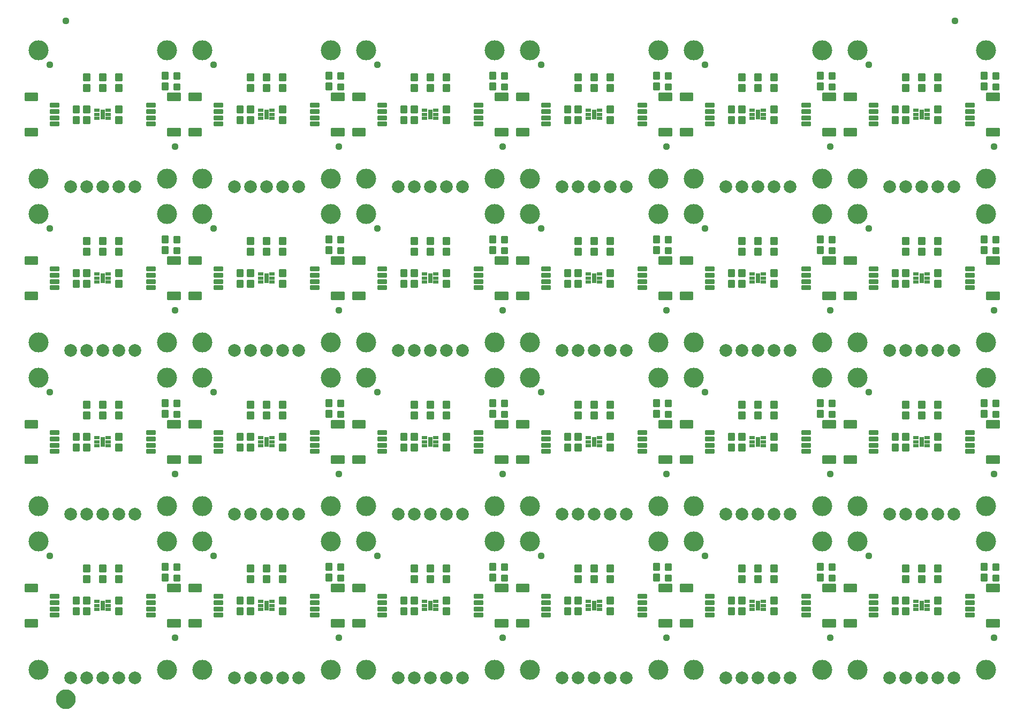
<source format=gts>
G04 EAGLE Gerber RS-274X export*
G75*
%MOMM*%
%FSLAX34Y34*%
%LPD*%
%INSoldermask Top*%
%IPPOS*%
%AMOC8*
5,1,8,0,0,1.08239X$1,22.5*%
G01*
%ADD10C,3.175000*%
%ADD11C,0.225400*%
%ADD12C,0.225588*%
%ADD13C,0.225369*%
%ADD14C,0.428259*%
%ADD15C,1.127000*%
%ADD16C,2.006600*%
%ADD17R,0.900000X0.470000*%
%ADD18R,0.800000X1.570000*%
%ADD19C,1.270000*%
%ADD20C,1.627000*%


D10*
X25400Y228600D03*
X25400Y25400D03*
D11*
X106108Y164292D02*
X106108Y174308D01*
X106108Y164292D02*
X97092Y164292D01*
X97092Y174308D01*
X106108Y174308D01*
X106108Y166433D02*
X97092Y166433D01*
X97092Y168574D02*
X106108Y168574D01*
X106108Y170715D02*
X97092Y170715D01*
X97092Y172856D02*
X106108Y172856D01*
X106108Y181292D02*
X106108Y191308D01*
X106108Y181292D02*
X97092Y181292D01*
X97092Y191308D01*
X106108Y191308D01*
X106108Y183433D02*
X97092Y183433D01*
X97092Y185574D02*
X106108Y185574D01*
X106108Y187715D02*
X97092Y187715D01*
X97092Y189856D02*
X106108Y189856D01*
X147892Y140508D02*
X147892Y130492D01*
X147892Y140508D02*
X156908Y140508D01*
X156908Y130492D01*
X147892Y130492D01*
X147892Y132633D02*
X156908Y132633D01*
X156908Y134774D02*
X147892Y134774D01*
X147892Y136915D02*
X156908Y136915D01*
X156908Y139056D02*
X147892Y139056D01*
X147892Y123508D02*
X147892Y113492D01*
X147892Y123508D02*
X156908Y123508D01*
X156908Y113492D01*
X147892Y113492D01*
X147892Y115633D02*
X156908Y115633D01*
X156908Y117774D02*
X147892Y117774D01*
X147892Y119915D02*
X156908Y119915D01*
X156908Y122056D02*
X147892Y122056D01*
D12*
X249203Y104507D02*
X249203Y93493D01*
X230189Y93493D01*
X230189Y104507D01*
X249203Y104507D01*
X249203Y95636D02*
X230189Y95636D01*
X230189Y97779D02*
X249203Y97779D01*
X249203Y99922D02*
X230189Y99922D01*
X230189Y102065D02*
X249203Y102065D01*
X249203Y104208D02*
X230189Y104208D01*
X249203Y149493D02*
X249203Y160507D01*
X249203Y149493D02*
X230189Y149493D01*
X230189Y160507D01*
X249203Y160507D01*
X249203Y151636D02*
X230189Y151636D01*
X230189Y153779D02*
X249203Y153779D01*
X249203Y155922D02*
X230189Y155922D01*
X230189Y158065D02*
X249203Y158065D01*
X249203Y160208D02*
X230189Y160208D01*
D13*
X209204Y114508D02*
X209204Y109492D01*
X196688Y109492D01*
X196688Y114508D01*
X209204Y114508D01*
X209204Y111633D02*
X196688Y111633D01*
X196688Y113774D02*
X209204Y113774D01*
X209204Y119492D02*
X209204Y124508D01*
X209204Y119492D02*
X196688Y119492D01*
X196688Y124508D01*
X209204Y124508D01*
X209204Y121633D02*
X196688Y121633D01*
X196688Y123774D02*
X209204Y123774D01*
X209204Y129492D02*
X209204Y134508D01*
X209204Y129492D02*
X196688Y129492D01*
X196688Y134508D01*
X209204Y134508D01*
X209204Y131633D02*
X196688Y131633D01*
X196688Y133774D02*
X209204Y133774D01*
X209204Y139492D02*
X209204Y144508D01*
X209204Y139492D02*
X196688Y139492D01*
X196688Y144508D01*
X209204Y144508D01*
X209204Y141633D02*
X196688Y141633D01*
X196688Y143774D02*
X209204Y143774D01*
D12*
X4543Y149493D02*
X4543Y160507D01*
X23557Y160507D01*
X23557Y149493D01*
X4543Y149493D01*
X4543Y151636D02*
X23557Y151636D01*
X23557Y153779D02*
X4543Y153779D01*
X4543Y155922D02*
X23557Y155922D01*
X23557Y158065D02*
X4543Y158065D01*
X4543Y160208D02*
X23557Y160208D01*
X4543Y104507D02*
X4543Y93493D01*
X4543Y104507D02*
X23557Y104507D01*
X23557Y93493D01*
X4543Y93493D01*
X4543Y95636D02*
X23557Y95636D01*
X23557Y97779D02*
X4543Y97779D01*
X4543Y99922D02*
X23557Y99922D01*
X23557Y102065D02*
X4543Y102065D01*
X4543Y104208D02*
X23557Y104208D01*
D13*
X44542Y139492D02*
X44542Y144508D01*
X57058Y144508D01*
X57058Y139492D01*
X44542Y139492D01*
X44542Y141633D02*
X57058Y141633D01*
X57058Y143774D02*
X44542Y143774D01*
X44542Y134508D02*
X44542Y129492D01*
X44542Y134508D02*
X57058Y134508D01*
X57058Y129492D01*
X44542Y129492D01*
X44542Y131633D02*
X57058Y131633D01*
X57058Y133774D02*
X44542Y133774D01*
X44542Y124508D02*
X44542Y119492D01*
X44542Y124508D02*
X57058Y124508D01*
X57058Y119492D01*
X44542Y119492D01*
X44542Y121633D02*
X57058Y121633D01*
X57058Y123774D02*
X44542Y123774D01*
X44542Y114508D02*
X44542Y109492D01*
X44542Y114508D02*
X57058Y114508D01*
X57058Y109492D01*
X44542Y109492D01*
X44542Y111633D02*
X57058Y111633D01*
X57058Y113774D02*
X44542Y113774D01*
D14*
X240600Y184600D02*
X247588Y184600D01*
X240600Y184600D02*
X240600Y191588D01*
X247588Y191588D01*
X247588Y184600D01*
X247588Y188669D02*
X240600Y188669D01*
X240600Y167060D02*
X247588Y167060D01*
X240600Y167060D02*
X240600Y174048D01*
X247588Y174048D01*
X247588Y167060D01*
X247588Y171129D02*
X240600Y171129D01*
D11*
X230060Y166324D02*
X230060Y176340D01*
X230060Y166324D02*
X221044Y166324D01*
X221044Y176340D01*
X230060Y176340D01*
X230060Y168465D02*
X221044Y168465D01*
X221044Y170606D02*
X230060Y170606D01*
X230060Y172747D02*
X221044Y172747D01*
X221044Y174888D02*
X230060Y174888D01*
X230060Y183324D02*
X230060Y193340D01*
X230060Y183324D02*
X221044Y183324D01*
X221044Y193340D01*
X230060Y193340D01*
X230060Y185465D02*
X221044Y185465D01*
X221044Y187606D02*
X230060Y187606D01*
X230060Y189747D02*
X221044Y189747D01*
X221044Y191888D02*
X230060Y191888D01*
D10*
X228600Y228600D03*
D15*
X43180Y205740D03*
X241300Y76200D03*
D16*
X76200Y12700D03*
X101600Y12700D03*
X127000Y12700D03*
X152400Y12700D03*
X177800Y12700D03*
D11*
X147892Y181292D02*
X147892Y191308D01*
X156908Y191308D01*
X156908Y181292D01*
X147892Y181292D01*
X147892Y183433D02*
X156908Y183433D01*
X156908Y185574D02*
X147892Y185574D01*
X147892Y187715D02*
X156908Y187715D01*
X156908Y189856D02*
X147892Y189856D01*
X147892Y174308D02*
X147892Y164292D01*
X147892Y174308D02*
X156908Y174308D01*
X156908Y164292D01*
X147892Y164292D01*
X147892Y166433D02*
X156908Y166433D01*
X156908Y168574D02*
X147892Y168574D01*
X147892Y170715D02*
X156908Y170715D01*
X156908Y172856D02*
X147892Y172856D01*
X131508Y174308D02*
X131508Y164292D01*
X122492Y164292D01*
X122492Y174308D01*
X131508Y174308D01*
X131508Y166433D02*
X122492Y166433D01*
X122492Y168574D02*
X131508Y168574D01*
X131508Y170715D02*
X122492Y170715D01*
X122492Y172856D02*
X131508Y172856D01*
X131508Y181292D02*
X131508Y191308D01*
X131508Y181292D02*
X122492Y181292D01*
X122492Y191308D01*
X131508Y191308D01*
X131508Y183433D02*
X122492Y183433D01*
X122492Y185574D02*
X131508Y185574D01*
X131508Y187715D02*
X122492Y187715D01*
X122492Y189856D02*
X131508Y189856D01*
D17*
X118100Y120500D03*
X118100Y127000D03*
X118100Y133500D03*
X135900Y120500D03*
X135900Y127000D03*
X135900Y133500D03*
D18*
X127000Y127050D03*
D11*
X80582Y130492D02*
X80582Y140508D01*
X89598Y140508D01*
X89598Y130492D01*
X80582Y130492D01*
X80582Y132633D02*
X89598Y132633D01*
X89598Y134774D02*
X80582Y134774D01*
X80582Y136915D02*
X89598Y136915D01*
X89598Y139056D02*
X80582Y139056D01*
X80582Y123508D02*
X80582Y113492D01*
X80582Y123508D02*
X89598Y123508D01*
X89598Y113492D01*
X80582Y113492D01*
X80582Y115633D02*
X89598Y115633D01*
X89598Y117774D02*
X80582Y117774D01*
X80582Y119915D02*
X89598Y119915D01*
X89598Y122056D02*
X80582Y122056D01*
D10*
X228600Y25400D03*
D11*
X106108Y113492D02*
X106108Y123508D01*
X106108Y113492D02*
X97092Y113492D01*
X97092Y123508D01*
X106108Y123508D01*
X106108Y115633D02*
X97092Y115633D01*
X97092Y117774D02*
X106108Y117774D01*
X106108Y119915D02*
X97092Y119915D01*
X97092Y122056D02*
X106108Y122056D01*
X106108Y130492D02*
X106108Y140508D01*
X106108Y130492D02*
X97092Y130492D01*
X97092Y140508D01*
X106108Y140508D01*
X106108Y132633D02*
X97092Y132633D01*
X97092Y134774D02*
X106108Y134774D01*
X106108Y136915D02*
X97092Y136915D01*
X97092Y139056D02*
X106108Y139056D01*
D10*
X284480Y228600D03*
X284480Y25400D03*
D11*
X365188Y164292D02*
X365188Y174308D01*
X365188Y164292D02*
X356172Y164292D01*
X356172Y174308D01*
X365188Y174308D01*
X365188Y166433D02*
X356172Y166433D01*
X356172Y168574D02*
X365188Y168574D01*
X365188Y170715D02*
X356172Y170715D01*
X356172Y172856D02*
X365188Y172856D01*
X365188Y181292D02*
X365188Y191308D01*
X365188Y181292D02*
X356172Y181292D01*
X356172Y191308D01*
X365188Y191308D01*
X365188Y183433D02*
X356172Y183433D01*
X356172Y185574D02*
X365188Y185574D01*
X365188Y187715D02*
X356172Y187715D01*
X356172Y189856D02*
X365188Y189856D01*
X406972Y140508D02*
X406972Y130492D01*
X406972Y140508D02*
X415988Y140508D01*
X415988Y130492D01*
X406972Y130492D01*
X406972Y132633D02*
X415988Y132633D01*
X415988Y134774D02*
X406972Y134774D01*
X406972Y136915D02*
X415988Y136915D01*
X415988Y139056D02*
X406972Y139056D01*
X406972Y123508D02*
X406972Y113492D01*
X406972Y123508D02*
X415988Y123508D01*
X415988Y113492D01*
X406972Y113492D01*
X406972Y115633D02*
X415988Y115633D01*
X415988Y117774D02*
X406972Y117774D01*
X406972Y119915D02*
X415988Y119915D01*
X415988Y122056D02*
X406972Y122056D01*
D12*
X508283Y104507D02*
X508283Y93493D01*
X489269Y93493D01*
X489269Y104507D01*
X508283Y104507D01*
X508283Y95636D02*
X489269Y95636D01*
X489269Y97779D02*
X508283Y97779D01*
X508283Y99922D02*
X489269Y99922D01*
X489269Y102065D02*
X508283Y102065D01*
X508283Y104208D02*
X489269Y104208D01*
X508283Y149493D02*
X508283Y160507D01*
X508283Y149493D02*
X489269Y149493D01*
X489269Y160507D01*
X508283Y160507D01*
X508283Y151636D02*
X489269Y151636D01*
X489269Y153779D02*
X508283Y153779D01*
X508283Y155922D02*
X489269Y155922D01*
X489269Y158065D02*
X508283Y158065D01*
X508283Y160208D02*
X489269Y160208D01*
D13*
X468284Y114508D02*
X468284Y109492D01*
X455768Y109492D01*
X455768Y114508D01*
X468284Y114508D01*
X468284Y111633D02*
X455768Y111633D01*
X455768Y113774D02*
X468284Y113774D01*
X468284Y119492D02*
X468284Y124508D01*
X468284Y119492D02*
X455768Y119492D01*
X455768Y124508D01*
X468284Y124508D01*
X468284Y121633D02*
X455768Y121633D01*
X455768Y123774D02*
X468284Y123774D01*
X468284Y129492D02*
X468284Y134508D01*
X468284Y129492D02*
X455768Y129492D01*
X455768Y134508D01*
X468284Y134508D01*
X468284Y131633D02*
X455768Y131633D01*
X455768Y133774D02*
X468284Y133774D01*
X468284Y139492D02*
X468284Y144508D01*
X468284Y139492D02*
X455768Y139492D01*
X455768Y144508D01*
X468284Y144508D01*
X468284Y141633D02*
X455768Y141633D01*
X455768Y143774D02*
X468284Y143774D01*
D12*
X263623Y149493D02*
X263623Y160507D01*
X282637Y160507D01*
X282637Y149493D01*
X263623Y149493D01*
X263623Y151636D02*
X282637Y151636D01*
X282637Y153779D02*
X263623Y153779D01*
X263623Y155922D02*
X282637Y155922D01*
X282637Y158065D02*
X263623Y158065D01*
X263623Y160208D02*
X282637Y160208D01*
X263623Y104507D02*
X263623Y93493D01*
X263623Y104507D02*
X282637Y104507D01*
X282637Y93493D01*
X263623Y93493D01*
X263623Y95636D02*
X282637Y95636D01*
X282637Y97779D02*
X263623Y97779D01*
X263623Y99922D02*
X282637Y99922D01*
X282637Y102065D02*
X263623Y102065D01*
X263623Y104208D02*
X282637Y104208D01*
D13*
X303622Y139492D02*
X303622Y144508D01*
X316138Y144508D01*
X316138Y139492D01*
X303622Y139492D01*
X303622Y141633D02*
X316138Y141633D01*
X316138Y143774D02*
X303622Y143774D01*
X303622Y134508D02*
X303622Y129492D01*
X303622Y134508D02*
X316138Y134508D01*
X316138Y129492D01*
X303622Y129492D01*
X303622Y131633D02*
X316138Y131633D01*
X316138Y133774D02*
X303622Y133774D01*
X303622Y124508D02*
X303622Y119492D01*
X303622Y124508D02*
X316138Y124508D01*
X316138Y119492D01*
X303622Y119492D01*
X303622Y121633D02*
X316138Y121633D01*
X316138Y123774D02*
X303622Y123774D01*
X303622Y114508D02*
X303622Y109492D01*
X303622Y114508D02*
X316138Y114508D01*
X316138Y109492D01*
X303622Y109492D01*
X303622Y111633D02*
X316138Y111633D01*
X316138Y113774D02*
X303622Y113774D01*
D14*
X499680Y184600D02*
X506668Y184600D01*
X499680Y184600D02*
X499680Y191588D01*
X506668Y191588D01*
X506668Y184600D01*
X506668Y188669D02*
X499680Y188669D01*
X499680Y167060D02*
X506668Y167060D01*
X499680Y167060D02*
X499680Y174048D01*
X506668Y174048D01*
X506668Y167060D01*
X506668Y171129D02*
X499680Y171129D01*
D11*
X489140Y166324D02*
X489140Y176340D01*
X489140Y166324D02*
X480124Y166324D01*
X480124Y176340D01*
X489140Y176340D01*
X489140Y168465D02*
X480124Y168465D01*
X480124Y170606D02*
X489140Y170606D01*
X489140Y172747D02*
X480124Y172747D01*
X480124Y174888D02*
X489140Y174888D01*
X489140Y183324D02*
X489140Y193340D01*
X489140Y183324D02*
X480124Y183324D01*
X480124Y193340D01*
X489140Y193340D01*
X489140Y185465D02*
X480124Y185465D01*
X480124Y187606D02*
X489140Y187606D01*
X489140Y189747D02*
X480124Y189747D01*
X480124Y191888D02*
X489140Y191888D01*
D10*
X487680Y228600D03*
D15*
X302260Y205740D03*
X500380Y76200D03*
D16*
X335280Y12700D03*
X360680Y12700D03*
X386080Y12700D03*
X411480Y12700D03*
X436880Y12700D03*
D11*
X406972Y181292D02*
X406972Y191308D01*
X415988Y191308D01*
X415988Y181292D01*
X406972Y181292D01*
X406972Y183433D02*
X415988Y183433D01*
X415988Y185574D02*
X406972Y185574D01*
X406972Y187715D02*
X415988Y187715D01*
X415988Y189856D02*
X406972Y189856D01*
X406972Y174308D02*
X406972Y164292D01*
X406972Y174308D02*
X415988Y174308D01*
X415988Y164292D01*
X406972Y164292D01*
X406972Y166433D02*
X415988Y166433D01*
X415988Y168574D02*
X406972Y168574D01*
X406972Y170715D02*
X415988Y170715D01*
X415988Y172856D02*
X406972Y172856D01*
X390588Y174308D02*
X390588Y164292D01*
X381572Y164292D01*
X381572Y174308D01*
X390588Y174308D01*
X390588Y166433D02*
X381572Y166433D01*
X381572Y168574D02*
X390588Y168574D01*
X390588Y170715D02*
X381572Y170715D01*
X381572Y172856D02*
X390588Y172856D01*
X390588Y181292D02*
X390588Y191308D01*
X390588Y181292D02*
X381572Y181292D01*
X381572Y191308D01*
X390588Y191308D01*
X390588Y183433D02*
X381572Y183433D01*
X381572Y185574D02*
X390588Y185574D01*
X390588Y187715D02*
X381572Y187715D01*
X381572Y189856D02*
X390588Y189856D01*
D17*
X377180Y120500D03*
X377180Y127000D03*
X377180Y133500D03*
X394980Y120500D03*
X394980Y127000D03*
X394980Y133500D03*
D18*
X386080Y127050D03*
D11*
X339662Y130492D02*
X339662Y140508D01*
X348678Y140508D01*
X348678Y130492D01*
X339662Y130492D01*
X339662Y132633D02*
X348678Y132633D01*
X348678Y134774D02*
X339662Y134774D01*
X339662Y136915D02*
X348678Y136915D01*
X348678Y139056D02*
X339662Y139056D01*
X339662Y123508D02*
X339662Y113492D01*
X339662Y123508D02*
X348678Y123508D01*
X348678Y113492D01*
X339662Y113492D01*
X339662Y115633D02*
X348678Y115633D01*
X348678Y117774D02*
X339662Y117774D01*
X339662Y119915D02*
X348678Y119915D01*
X348678Y122056D02*
X339662Y122056D01*
D10*
X487680Y25400D03*
D11*
X365188Y113492D02*
X365188Y123508D01*
X365188Y113492D02*
X356172Y113492D01*
X356172Y123508D01*
X365188Y123508D01*
X365188Y115633D02*
X356172Y115633D01*
X356172Y117774D02*
X365188Y117774D01*
X365188Y119915D02*
X356172Y119915D01*
X356172Y122056D02*
X365188Y122056D01*
X365188Y130492D02*
X365188Y140508D01*
X365188Y130492D02*
X356172Y130492D01*
X356172Y140508D01*
X365188Y140508D01*
X365188Y132633D02*
X356172Y132633D01*
X356172Y134774D02*
X365188Y134774D01*
X365188Y136915D02*
X356172Y136915D01*
X356172Y139056D02*
X365188Y139056D01*
D10*
X543560Y228600D03*
X543560Y25400D03*
D11*
X624268Y164292D02*
X624268Y174308D01*
X624268Y164292D02*
X615252Y164292D01*
X615252Y174308D01*
X624268Y174308D01*
X624268Y166433D02*
X615252Y166433D01*
X615252Y168574D02*
X624268Y168574D01*
X624268Y170715D02*
X615252Y170715D01*
X615252Y172856D02*
X624268Y172856D01*
X624268Y181292D02*
X624268Y191308D01*
X624268Y181292D02*
X615252Y181292D01*
X615252Y191308D01*
X624268Y191308D01*
X624268Y183433D02*
X615252Y183433D01*
X615252Y185574D02*
X624268Y185574D01*
X624268Y187715D02*
X615252Y187715D01*
X615252Y189856D02*
X624268Y189856D01*
X666052Y140508D02*
X666052Y130492D01*
X666052Y140508D02*
X675068Y140508D01*
X675068Y130492D01*
X666052Y130492D01*
X666052Y132633D02*
X675068Y132633D01*
X675068Y134774D02*
X666052Y134774D01*
X666052Y136915D02*
X675068Y136915D01*
X675068Y139056D02*
X666052Y139056D01*
X666052Y123508D02*
X666052Y113492D01*
X666052Y123508D02*
X675068Y123508D01*
X675068Y113492D01*
X666052Y113492D01*
X666052Y115633D02*
X675068Y115633D01*
X675068Y117774D02*
X666052Y117774D01*
X666052Y119915D02*
X675068Y119915D01*
X675068Y122056D02*
X666052Y122056D01*
D12*
X767363Y104507D02*
X767363Y93493D01*
X748349Y93493D01*
X748349Y104507D01*
X767363Y104507D01*
X767363Y95636D02*
X748349Y95636D01*
X748349Y97779D02*
X767363Y97779D01*
X767363Y99922D02*
X748349Y99922D01*
X748349Y102065D02*
X767363Y102065D01*
X767363Y104208D02*
X748349Y104208D01*
X767363Y149493D02*
X767363Y160507D01*
X767363Y149493D02*
X748349Y149493D01*
X748349Y160507D01*
X767363Y160507D01*
X767363Y151636D02*
X748349Y151636D01*
X748349Y153779D02*
X767363Y153779D01*
X767363Y155922D02*
X748349Y155922D01*
X748349Y158065D02*
X767363Y158065D01*
X767363Y160208D02*
X748349Y160208D01*
D13*
X727364Y114508D02*
X727364Y109492D01*
X714848Y109492D01*
X714848Y114508D01*
X727364Y114508D01*
X727364Y111633D02*
X714848Y111633D01*
X714848Y113774D02*
X727364Y113774D01*
X727364Y119492D02*
X727364Y124508D01*
X727364Y119492D02*
X714848Y119492D01*
X714848Y124508D01*
X727364Y124508D01*
X727364Y121633D02*
X714848Y121633D01*
X714848Y123774D02*
X727364Y123774D01*
X727364Y129492D02*
X727364Y134508D01*
X727364Y129492D02*
X714848Y129492D01*
X714848Y134508D01*
X727364Y134508D01*
X727364Y131633D02*
X714848Y131633D01*
X714848Y133774D02*
X727364Y133774D01*
X727364Y139492D02*
X727364Y144508D01*
X727364Y139492D02*
X714848Y139492D01*
X714848Y144508D01*
X727364Y144508D01*
X727364Y141633D02*
X714848Y141633D01*
X714848Y143774D02*
X727364Y143774D01*
D12*
X522703Y149493D02*
X522703Y160507D01*
X541717Y160507D01*
X541717Y149493D01*
X522703Y149493D01*
X522703Y151636D02*
X541717Y151636D01*
X541717Y153779D02*
X522703Y153779D01*
X522703Y155922D02*
X541717Y155922D01*
X541717Y158065D02*
X522703Y158065D01*
X522703Y160208D02*
X541717Y160208D01*
X522703Y104507D02*
X522703Y93493D01*
X522703Y104507D02*
X541717Y104507D01*
X541717Y93493D01*
X522703Y93493D01*
X522703Y95636D02*
X541717Y95636D01*
X541717Y97779D02*
X522703Y97779D01*
X522703Y99922D02*
X541717Y99922D01*
X541717Y102065D02*
X522703Y102065D01*
X522703Y104208D02*
X541717Y104208D01*
D13*
X562702Y139492D02*
X562702Y144508D01*
X575218Y144508D01*
X575218Y139492D01*
X562702Y139492D01*
X562702Y141633D02*
X575218Y141633D01*
X575218Y143774D02*
X562702Y143774D01*
X562702Y134508D02*
X562702Y129492D01*
X562702Y134508D02*
X575218Y134508D01*
X575218Y129492D01*
X562702Y129492D01*
X562702Y131633D02*
X575218Y131633D01*
X575218Y133774D02*
X562702Y133774D01*
X562702Y124508D02*
X562702Y119492D01*
X562702Y124508D02*
X575218Y124508D01*
X575218Y119492D01*
X562702Y119492D01*
X562702Y121633D02*
X575218Y121633D01*
X575218Y123774D02*
X562702Y123774D01*
X562702Y114508D02*
X562702Y109492D01*
X562702Y114508D02*
X575218Y114508D01*
X575218Y109492D01*
X562702Y109492D01*
X562702Y111633D02*
X575218Y111633D01*
X575218Y113774D02*
X562702Y113774D01*
D14*
X758760Y184600D02*
X765748Y184600D01*
X758760Y184600D02*
X758760Y191588D01*
X765748Y191588D01*
X765748Y184600D01*
X765748Y188669D02*
X758760Y188669D01*
X758760Y167060D02*
X765748Y167060D01*
X758760Y167060D02*
X758760Y174048D01*
X765748Y174048D01*
X765748Y167060D01*
X765748Y171129D02*
X758760Y171129D01*
D11*
X748220Y166324D02*
X748220Y176340D01*
X748220Y166324D02*
X739204Y166324D01*
X739204Y176340D01*
X748220Y176340D01*
X748220Y168465D02*
X739204Y168465D01*
X739204Y170606D02*
X748220Y170606D01*
X748220Y172747D02*
X739204Y172747D01*
X739204Y174888D02*
X748220Y174888D01*
X748220Y183324D02*
X748220Y193340D01*
X748220Y183324D02*
X739204Y183324D01*
X739204Y193340D01*
X748220Y193340D01*
X748220Y185465D02*
X739204Y185465D01*
X739204Y187606D02*
X748220Y187606D01*
X748220Y189747D02*
X739204Y189747D01*
X739204Y191888D02*
X748220Y191888D01*
D10*
X746760Y228600D03*
D15*
X561340Y205740D03*
X759460Y76200D03*
D16*
X594360Y12700D03*
X619760Y12700D03*
X645160Y12700D03*
X670560Y12700D03*
X695960Y12700D03*
D11*
X666052Y181292D02*
X666052Y191308D01*
X675068Y191308D01*
X675068Y181292D01*
X666052Y181292D01*
X666052Y183433D02*
X675068Y183433D01*
X675068Y185574D02*
X666052Y185574D01*
X666052Y187715D02*
X675068Y187715D01*
X675068Y189856D02*
X666052Y189856D01*
X666052Y174308D02*
X666052Y164292D01*
X666052Y174308D02*
X675068Y174308D01*
X675068Y164292D01*
X666052Y164292D01*
X666052Y166433D02*
X675068Y166433D01*
X675068Y168574D02*
X666052Y168574D01*
X666052Y170715D02*
X675068Y170715D01*
X675068Y172856D02*
X666052Y172856D01*
X649668Y174308D02*
X649668Y164292D01*
X640652Y164292D01*
X640652Y174308D01*
X649668Y174308D01*
X649668Y166433D02*
X640652Y166433D01*
X640652Y168574D02*
X649668Y168574D01*
X649668Y170715D02*
X640652Y170715D01*
X640652Y172856D02*
X649668Y172856D01*
X649668Y181292D02*
X649668Y191308D01*
X649668Y181292D02*
X640652Y181292D01*
X640652Y191308D01*
X649668Y191308D01*
X649668Y183433D02*
X640652Y183433D01*
X640652Y185574D02*
X649668Y185574D01*
X649668Y187715D02*
X640652Y187715D01*
X640652Y189856D02*
X649668Y189856D01*
D17*
X636260Y120500D03*
X636260Y127000D03*
X636260Y133500D03*
X654060Y120500D03*
X654060Y127000D03*
X654060Y133500D03*
D18*
X645160Y127050D03*
D11*
X598742Y130492D02*
X598742Y140508D01*
X607758Y140508D01*
X607758Y130492D01*
X598742Y130492D01*
X598742Y132633D02*
X607758Y132633D01*
X607758Y134774D02*
X598742Y134774D01*
X598742Y136915D02*
X607758Y136915D01*
X607758Y139056D02*
X598742Y139056D01*
X598742Y123508D02*
X598742Y113492D01*
X598742Y123508D02*
X607758Y123508D01*
X607758Y113492D01*
X598742Y113492D01*
X598742Y115633D02*
X607758Y115633D01*
X607758Y117774D02*
X598742Y117774D01*
X598742Y119915D02*
X607758Y119915D01*
X607758Y122056D02*
X598742Y122056D01*
D10*
X746760Y25400D03*
D11*
X624268Y113492D02*
X624268Y123508D01*
X624268Y113492D02*
X615252Y113492D01*
X615252Y123508D01*
X624268Y123508D01*
X624268Y115633D02*
X615252Y115633D01*
X615252Y117774D02*
X624268Y117774D01*
X624268Y119915D02*
X615252Y119915D01*
X615252Y122056D02*
X624268Y122056D01*
X624268Y130492D02*
X624268Y140508D01*
X624268Y130492D02*
X615252Y130492D01*
X615252Y140508D01*
X624268Y140508D01*
X624268Y132633D02*
X615252Y132633D01*
X615252Y134774D02*
X624268Y134774D01*
X624268Y136915D02*
X615252Y136915D01*
X615252Y139056D02*
X624268Y139056D01*
D10*
X802640Y228600D03*
X802640Y25400D03*
D11*
X883348Y164292D02*
X883348Y174308D01*
X883348Y164292D02*
X874332Y164292D01*
X874332Y174308D01*
X883348Y174308D01*
X883348Y166433D02*
X874332Y166433D01*
X874332Y168574D02*
X883348Y168574D01*
X883348Y170715D02*
X874332Y170715D01*
X874332Y172856D02*
X883348Y172856D01*
X883348Y181292D02*
X883348Y191308D01*
X883348Y181292D02*
X874332Y181292D01*
X874332Y191308D01*
X883348Y191308D01*
X883348Y183433D02*
X874332Y183433D01*
X874332Y185574D02*
X883348Y185574D01*
X883348Y187715D02*
X874332Y187715D01*
X874332Y189856D02*
X883348Y189856D01*
X925132Y140508D02*
X925132Y130492D01*
X925132Y140508D02*
X934148Y140508D01*
X934148Y130492D01*
X925132Y130492D01*
X925132Y132633D02*
X934148Y132633D01*
X934148Y134774D02*
X925132Y134774D01*
X925132Y136915D02*
X934148Y136915D01*
X934148Y139056D02*
X925132Y139056D01*
X925132Y123508D02*
X925132Y113492D01*
X925132Y123508D02*
X934148Y123508D01*
X934148Y113492D01*
X925132Y113492D01*
X925132Y115633D02*
X934148Y115633D01*
X934148Y117774D02*
X925132Y117774D01*
X925132Y119915D02*
X934148Y119915D01*
X934148Y122056D02*
X925132Y122056D01*
D12*
X1026443Y104507D02*
X1026443Y93493D01*
X1007429Y93493D01*
X1007429Y104507D01*
X1026443Y104507D01*
X1026443Y95636D02*
X1007429Y95636D01*
X1007429Y97779D02*
X1026443Y97779D01*
X1026443Y99922D02*
X1007429Y99922D01*
X1007429Y102065D02*
X1026443Y102065D01*
X1026443Y104208D02*
X1007429Y104208D01*
X1026443Y149493D02*
X1026443Y160507D01*
X1026443Y149493D02*
X1007429Y149493D01*
X1007429Y160507D01*
X1026443Y160507D01*
X1026443Y151636D02*
X1007429Y151636D01*
X1007429Y153779D02*
X1026443Y153779D01*
X1026443Y155922D02*
X1007429Y155922D01*
X1007429Y158065D02*
X1026443Y158065D01*
X1026443Y160208D02*
X1007429Y160208D01*
D13*
X986444Y114508D02*
X986444Y109492D01*
X973928Y109492D01*
X973928Y114508D01*
X986444Y114508D01*
X986444Y111633D02*
X973928Y111633D01*
X973928Y113774D02*
X986444Y113774D01*
X986444Y119492D02*
X986444Y124508D01*
X986444Y119492D02*
X973928Y119492D01*
X973928Y124508D01*
X986444Y124508D01*
X986444Y121633D02*
X973928Y121633D01*
X973928Y123774D02*
X986444Y123774D01*
X986444Y129492D02*
X986444Y134508D01*
X986444Y129492D02*
X973928Y129492D01*
X973928Y134508D01*
X986444Y134508D01*
X986444Y131633D02*
X973928Y131633D01*
X973928Y133774D02*
X986444Y133774D01*
X986444Y139492D02*
X986444Y144508D01*
X986444Y139492D02*
X973928Y139492D01*
X973928Y144508D01*
X986444Y144508D01*
X986444Y141633D02*
X973928Y141633D01*
X973928Y143774D02*
X986444Y143774D01*
D12*
X781783Y149493D02*
X781783Y160507D01*
X800797Y160507D01*
X800797Y149493D01*
X781783Y149493D01*
X781783Y151636D02*
X800797Y151636D01*
X800797Y153779D02*
X781783Y153779D01*
X781783Y155922D02*
X800797Y155922D01*
X800797Y158065D02*
X781783Y158065D01*
X781783Y160208D02*
X800797Y160208D01*
X781783Y104507D02*
X781783Y93493D01*
X781783Y104507D02*
X800797Y104507D01*
X800797Y93493D01*
X781783Y93493D01*
X781783Y95636D02*
X800797Y95636D01*
X800797Y97779D02*
X781783Y97779D01*
X781783Y99922D02*
X800797Y99922D01*
X800797Y102065D02*
X781783Y102065D01*
X781783Y104208D02*
X800797Y104208D01*
D13*
X821782Y139492D02*
X821782Y144508D01*
X834298Y144508D01*
X834298Y139492D01*
X821782Y139492D01*
X821782Y141633D02*
X834298Y141633D01*
X834298Y143774D02*
X821782Y143774D01*
X821782Y134508D02*
X821782Y129492D01*
X821782Y134508D02*
X834298Y134508D01*
X834298Y129492D01*
X821782Y129492D01*
X821782Y131633D02*
X834298Y131633D01*
X834298Y133774D02*
X821782Y133774D01*
X821782Y124508D02*
X821782Y119492D01*
X821782Y124508D02*
X834298Y124508D01*
X834298Y119492D01*
X821782Y119492D01*
X821782Y121633D02*
X834298Y121633D01*
X834298Y123774D02*
X821782Y123774D01*
X821782Y114508D02*
X821782Y109492D01*
X821782Y114508D02*
X834298Y114508D01*
X834298Y109492D01*
X821782Y109492D01*
X821782Y111633D02*
X834298Y111633D01*
X834298Y113774D02*
X821782Y113774D01*
D14*
X1017840Y184600D02*
X1024828Y184600D01*
X1017840Y184600D02*
X1017840Y191588D01*
X1024828Y191588D01*
X1024828Y184600D01*
X1024828Y188669D02*
X1017840Y188669D01*
X1017840Y167060D02*
X1024828Y167060D01*
X1017840Y167060D02*
X1017840Y174048D01*
X1024828Y174048D01*
X1024828Y167060D01*
X1024828Y171129D02*
X1017840Y171129D01*
D11*
X1007300Y166324D02*
X1007300Y176340D01*
X1007300Y166324D02*
X998284Y166324D01*
X998284Y176340D01*
X1007300Y176340D01*
X1007300Y168465D02*
X998284Y168465D01*
X998284Y170606D02*
X1007300Y170606D01*
X1007300Y172747D02*
X998284Y172747D01*
X998284Y174888D02*
X1007300Y174888D01*
X1007300Y183324D02*
X1007300Y193340D01*
X1007300Y183324D02*
X998284Y183324D01*
X998284Y193340D01*
X1007300Y193340D01*
X1007300Y185465D02*
X998284Y185465D01*
X998284Y187606D02*
X1007300Y187606D01*
X1007300Y189747D02*
X998284Y189747D01*
X998284Y191888D02*
X1007300Y191888D01*
D10*
X1005840Y228600D03*
D15*
X820420Y205740D03*
X1018540Y76200D03*
D16*
X853440Y12700D03*
X878840Y12700D03*
X904240Y12700D03*
X929640Y12700D03*
X955040Y12700D03*
D11*
X925132Y181292D02*
X925132Y191308D01*
X934148Y191308D01*
X934148Y181292D01*
X925132Y181292D01*
X925132Y183433D02*
X934148Y183433D01*
X934148Y185574D02*
X925132Y185574D01*
X925132Y187715D02*
X934148Y187715D01*
X934148Y189856D02*
X925132Y189856D01*
X925132Y174308D02*
X925132Y164292D01*
X925132Y174308D02*
X934148Y174308D01*
X934148Y164292D01*
X925132Y164292D01*
X925132Y166433D02*
X934148Y166433D01*
X934148Y168574D02*
X925132Y168574D01*
X925132Y170715D02*
X934148Y170715D01*
X934148Y172856D02*
X925132Y172856D01*
X908748Y174308D02*
X908748Y164292D01*
X899732Y164292D01*
X899732Y174308D01*
X908748Y174308D01*
X908748Y166433D02*
X899732Y166433D01*
X899732Y168574D02*
X908748Y168574D01*
X908748Y170715D02*
X899732Y170715D01*
X899732Y172856D02*
X908748Y172856D01*
X908748Y181292D02*
X908748Y191308D01*
X908748Y181292D02*
X899732Y181292D01*
X899732Y191308D01*
X908748Y191308D01*
X908748Y183433D02*
X899732Y183433D01*
X899732Y185574D02*
X908748Y185574D01*
X908748Y187715D02*
X899732Y187715D01*
X899732Y189856D02*
X908748Y189856D01*
D17*
X895340Y120500D03*
X895340Y127000D03*
X895340Y133500D03*
X913140Y120500D03*
X913140Y127000D03*
X913140Y133500D03*
D18*
X904240Y127050D03*
D11*
X857822Y130492D02*
X857822Y140508D01*
X866838Y140508D01*
X866838Y130492D01*
X857822Y130492D01*
X857822Y132633D02*
X866838Y132633D01*
X866838Y134774D02*
X857822Y134774D01*
X857822Y136915D02*
X866838Y136915D01*
X866838Y139056D02*
X857822Y139056D01*
X857822Y123508D02*
X857822Y113492D01*
X857822Y123508D02*
X866838Y123508D01*
X866838Y113492D01*
X857822Y113492D01*
X857822Y115633D02*
X866838Y115633D01*
X866838Y117774D02*
X857822Y117774D01*
X857822Y119915D02*
X866838Y119915D01*
X866838Y122056D02*
X857822Y122056D01*
D10*
X1005840Y25400D03*
D11*
X883348Y113492D02*
X883348Y123508D01*
X883348Y113492D02*
X874332Y113492D01*
X874332Y123508D01*
X883348Y123508D01*
X883348Y115633D02*
X874332Y115633D01*
X874332Y117774D02*
X883348Y117774D01*
X883348Y119915D02*
X874332Y119915D01*
X874332Y122056D02*
X883348Y122056D01*
X883348Y130492D02*
X883348Y140508D01*
X883348Y130492D02*
X874332Y130492D01*
X874332Y140508D01*
X883348Y140508D01*
X883348Y132633D02*
X874332Y132633D01*
X874332Y134774D02*
X883348Y134774D01*
X883348Y136915D02*
X874332Y136915D01*
X874332Y139056D02*
X883348Y139056D01*
D10*
X1061720Y228600D03*
X1061720Y25400D03*
D11*
X1142428Y164292D02*
X1142428Y174308D01*
X1142428Y164292D02*
X1133412Y164292D01*
X1133412Y174308D01*
X1142428Y174308D01*
X1142428Y166433D02*
X1133412Y166433D01*
X1133412Y168574D02*
X1142428Y168574D01*
X1142428Y170715D02*
X1133412Y170715D01*
X1133412Y172856D02*
X1142428Y172856D01*
X1142428Y181292D02*
X1142428Y191308D01*
X1142428Y181292D02*
X1133412Y181292D01*
X1133412Y191308D01*
X1142428Y191308D01*
X1142428Y183433D02*
X1133412Y183433D01*
X1133412Y185574D02*
X1142428Y185574D01*
X1142428Y187715D02*
X1133412Y187715D01*
X1133412Y189856D02*
X1142428Y189856D01*
X1184212Y140508D02*
X1184212Y130492D01*
X1184212Y140508D02*
X1193228Y140508D01*
X1193228Y130492D01*
X1184212Y130492D01*
X1184212Y132633D02*
X1193228Y132633D01*
X1193228Y134774D02*
X1184212Y134774D01*
X1184212Y136915D02*
X1193228Y136915D01*
X1193228Y139056D02*
X1184212Y139056D01*
X1184212Y123508D02*
X1184212Y113492D01*
X1184212Y123508D02*
X1193228Y123508D01*
X1193228Y113492D01*
X1184212Y113492D01*
X1184212Y115633D02*
X1193228Y115633D01*
X1193228Y117774D02*
X1184212Y117774D01*
X1184212Y119915D02*
X1193228Y119915D01*
X1193228Y122056D02*
X1184212Y122056D01*
D12*
X1285523Y104507D02*
X1285523Y93493D01*
X1266509Y93493D01*
X1266509Y104507D01*
X1285523Y104507D01*
X1285523Y95636D02*
X1266509Y95636D01*
X1266509Y97779D02*
X1285523Y97779D01*
X1285523Y99922D02*
X1266509Y99922D01*
X1266509Y102065D02*
X1285523Y102065D01*
X1285523Y104208D02*
X1266509Y104208D01*
X1285523Y149493D02*
X1285523Y160507D01*
X1285523Y149493D02*
X1266509Y149493D01*
X1266509Y160507D01*
X1285523Y160507D01*
X1285523Y151636D02*
X1266509Y151636D01*
X1266509Y153779D02*
X1285523Y153779D01*
X1285523Y155922D02*
X1266509Y155922D01*
X1266509Y158065D02*
X1285523Y158065D01*
X1285523Y160208D02*
X1266509Y160208D01*
D13*
X1245524Y114508D02*
X1245524Y109492D01*
X1233008Y109492D01*
X1233008Y114508D01*
X1245524Y114508D01*
X1245524Y111633D02*
X1233008Y111633D01*
X1233008Y113774D02*
X1245524Y113774D01*
X1245524Y119492D02*
X1245524Y124508D01*
X1245524Y119492D02*
X1233008Y119492D01*
X1233008Y124508D01*
X1245524Y124508D01*
X1245524Y121633D02*
X1233008Y121633D01*
X1233008Y123774D02*
X1245524Y123774D01*
X1245524Y129492D02*
X1245524Y134508D01*
X1245524Y129492D02*
X1233008Y129492D01*
X1233008Y134508D01*
X1245524Y134508D01*
X1245524Y131633D02*
X1233008Y131633D01*
X1233008Y133774D02*
X1245524Y133774D01*
X1245524Y139492D02*
X1245524Y144508D01*
X1245524Y139492D02*
X1233008Y139492D01*
X1233008Y144508D01*
X1245524Y144508D01*
X1245524Y141633D02*
X1233008Y141633D01*
X1233008Y143774D02*
X1245524Y143774D01*
D12*
X1040863Y149493D02*
X1040863Y160507D01*
X1059877Y160507D01*
X1059877Y149493D01*
X1040863Y149493D01*
X1040863Y151636D02*
X1059877Y151636D01*
X1059877Y153779D02*
X1040863Y153779D01*
X1040863Y155922D02*
X1059877Y155922D01*
X1059877Y158065D02*
X1040863Y158065D01*
X1040863Y160208D02*
X1059877Y160208D01*
X1040863Y104507D02*
X1040863Y93493D01*
X1040863Y104507D02*
X1059877Y104507D01*
X1059877Y93493D01*
X1040863Y93493D01*
X1040863Y95636D02*
X1059877Y95636D01*
X1059877Y97779D02*
X1040863Y97779D01*
X1040863Y99922D02*
X1059877Y99922D01*
X1059877Y102065D02*
X1040863Y102065D01*
X1040863Y104208D02*
X1059877Y104208D01*
D13*
X1080862Y139492D02*
X1080862Y144508D01*
X1093378Y144508D01*
X1093378Y139492D01*
X1080862Y139492D01*
X1080862Y141633D02*
X1093378Y141633D01*
X1093378Y143774D02*
X1080862Y143774D01*
X1080862Y134508D02*
X1080862Y129492D01*
X1080862Y134508D02*
X1093378Y134508D01*
X1093378Y129492D01*
X1080862Y129492D01*
X1080862Y131633D02*
X1093378Y131633D01*
X1093378Y133774D02*
X1080862Y133774D01*
X1080862Y124508D02*
X1080862Y119492D01*
X1080862Y124508D02*
X1093378Y124508D01*
X1093378Y119492D01*
X1080862Y119492D01*
X1080862Y121633D02*
X1093378Y121633D01*
X1093378Y123774D02*
X1080862Y123774D01*
X1080862Y114508D02*
X1080862Y109492D01*
X1080862Y114508D02*
X1093378Y114508D01*
X1093378Y109492D01*
X1080862Y109492D01*
X1080862Y111633D02*
X1093378Y111633D01*
X1093378Y113774D02*
X1080862Y113774D01*
D14*
X1276920Y184600D02*
X1283908Y184600D01*
X1276920Y184600D02*
X1276920Y191588D01*
X1283908Y191588D01*
X1283908Y184600D01*
X1283908Y188669D02*
X1276920Y188669D01*
X1276920Y167060D02*
X1283908Y167060D01*
X1276920Y167060D02*
X1276920Y174048D01*
X1283908Y174048D01*
X1283908Y167060D01*
X1283908Y171129D02*
X1276920Y171129D01*
D11*
X1266380Y166324D02*
X1266380Y176340D01*
X1266380Y166324D02*
X1257364Y166324D01*
X1257364Y176340D01*
X1266380Y176340D01*
X1266380Y168465D02*
X1257364Y168465D01*
X1257364Y170606D02*
X1266380Y170606D01*
X1266380Y172747D02*
X1257364Y172747D01*
X1257364Y174888D02*
X1266380Y174888D01*
X1266380Y183324D02*
X1266380Y193340D01*
X1266380Y183324D02*
X1257364Y183324D01*
X1257364Y193340D01*
X1266380Y193340D01*
X1266380Y185465D02*
X1257364Y185465D01*
X1257364Y187606D02*
X1266380Y187606D01*
X1266380Y189747D02*
X1257364Y189747D01*
X1257364Y191888D02*
X1266380Y191888D01*
D10*
X1264920Y228600D03*
D15*
X1079500Y205740D03*
X1277620Y76200D03*
D16*
X1112520Y12700D03*
X1137920Y12700D03*
X1163320Y12700D03*
X1188720Y12700D03*
X1214120Y12700D03*
D11*
X1184212Y181292D02*
X1184212Y191308D01*
X1193228Y191308D01*
X1193228Y181292D01*
X1184212Y181292D01*
X1184212Y183433D02*
X1193228Y183433D01*
X1193228Y185574D02*
X1184212Y185574D01*
X1184212Y187715D02*
X1193228Y187715D01*
X1193228Y189856D02*
X1184212Y189856D01*
X1184212Y174308D02*
X1184212Y164292D01*
X1184212Y174308D02*
X1193228Y174308D01*
X1193228Y164292D01*
X1184212Y164292D01*
X1184212Y166433D02*
X1193228Y166433D01*
X1193228Y168574D02*
X1184212Y168574D01*
X1184212Y170715D02*
X1193228Y170715D01*
X1193228Y172856D02*
X1184212Y172856D01*
X1167828Y174308D02*
X1167828Y164292D01*
X1158812Y164292D01*
X1158812Y174308D01*
X1167828Y174308D01*
X1167828Y166433D02*
X1158812Y166433D01*
X1158812Y168574D02*
X1167828Y168574D01*
X1167828Y170715D02*
X1158812Y170715D01*
X1158812Y172856D02*
X1167828Y172856D01*
X1167828Y181292D02*
X1167828Y191308D01*
X1167828Y181292D02*
X1158812Y181292D01*
X1158812Y191308D01*
X1167828Y191308D01*
X1167828Y183433D02*
X1158812Y183433D01*
X1158812Y185574D02*
X1167828Y185574D01*
X1167828Y187715D02*
X1158812Y187715D01*
X1158812Y189856D02*
X1167828Y189856D01*
D17*
X1154420Y120500D03*
X1154420Y127000D03*
X1154420Y133500D03*
X1172220Y120500D03*
X1172220Y127000D03*
X1172220Y133500D03*
D18*
X1163320Y127050D03*
D11*
X1116902Y130492D02*
X1116902Y140508D01*
X1125918Y140508D01*
X1125918Y130492D01*
X1116902Y130492D01*
X1116902Y132633D02*
X1125918Y132633D01*
X1125918Y134774D02*
X1116902Y134774D01*
X1116902Y136915D02*
X1125918Y136915D01*
X1125918Y139056D02*
X1116902Y139056D01*
X1116902Y123508D02*
X1116902Y113492D01*
X1116902Y123508D02*
X1125918Y123508D01*
X1125918Y113492D01*
X1116902Y113492D01*
X1116902Y115633D02*
X1125918Y115633D01*
X1125918Y117774D02*
X1116902Y117774D01*
X1116902Y119915D02*
X1125918Y119915D01*
X1125918Y122056D02*
X1116902Y122056D01*
D10*
X1264920Y25400D03*
D11*
X1142428Y113492D02*
X1142428Y123508D01*
X1142428Y113492D02*
X1133412Y113492D01*
X1133412Y123508D01*
X1142428Y123508D01*
X1142428Y115633D02*
X1133412Y115633D01*
X1133412Y117774D02*
X1142428Y117774D01*
X1142428Y119915D02*
X1133412Y119915D01*
X1133412Y122056D02*
X1142428Y122056D01*
X1142428Y130492D02*
X1142428Y140508D01*
X1142428Y130492D02*
X1133412Y130492D01*
X1133412Y140508D01*
X1142428Y140508D01*
X1142428Y132633D02*
X1133412Y132633D01*
X1133412Y134774D02*
X1142428Y134774D01*
X1142428Y136915D02*
X1133412Y136915D01*
X1133412Y139056D02*
X1142428Y139056D01*
D10*
X1320800Y228600D03*
X1320800Y25400D03*
D11*
X1401508Y164292D02*
X1401508Y174308D01*
X1401508Y164292D02*
X1392492Y164292D01*
X1392492Y174308D01*
X1401508Y174308D01*
X1401508Y166433D02*
X1392492Y166433D01*
X1392492Y168574D02*
X1401508Y168574D01*
X1401508Y170715D02*
X1392492Y170715D01*
X1392492Y172856D02*
X1401508Y172856D01*
X1401508Y181292D02*
X1401508Y191308D01*
X1401508Y181292D02*
X1392492Y181292D01*
X1392492Y191308D01*
X1401508Y191308D01*
X1401508Y183433D02*
X1392492Y183433D01*
X1392492Y185574D02*
X1401508Y185574D01*
X1401508Y187715D02*
X1392492Y187715D01*
X1392492Y189856D02*
X1401508Y189856D01*
X1443292Y140508D02*
X1443292Y130492D01*
X1443292Y140508D02*
X1452308Y140508D01*
X1452308Y130492D01*
X1443292Y130492D01*
X1443292Y132633D02*
X1452308Y132633D01*
X1452308Y134774D02*
X1443292Y134774D01*
X1443292Y136915D02*
X1452308Y136915D01*
X1452308Y139056D02*
X1443292Y139056D01*
X1443292Y123508D02*
X1443292Y113492D01*
X1443292Y123508D02*
X1452308Y123508D01*
X1452308Y113492D01*
X1443292Y113492D01*
X1443292Y115633D02*
X1452308Y115633D01*
X1452308Y117774D02*
X1443292Y117774D01*
X1443292Y119915D02*
X1452308Y119915D01*
X1452308Y122056D02*
X1443292Y122056D01*
D12*
X1544603Y104507D02*
X1544603Y93493D01*
X1525589Y93493D01*
X1525589Y104507D01*
X1544603Y104507D01*
X1544603Y95636D02*
X1525589Y95636D01*
X1525589Y97779D02*
X1544603Y97779D01*
X1544603Y99922D02*
X1525589Y99922D01*
X1525589Y102065D02*
X1544603Y102065D01*
X1544603Y104208D02*
X1525589Y104208D01*
X1544603Y149493D02*
X1544603Y160507D01*
X1544603Y149493D02*
X1525589Y149493D01*
X1525589Y160507D01*
X1544603Y160507D01*
X1544603Y151636D02*
X1525589Y151636D01*
X1525589Y153779D02*
X1544603Y153779D01*
X1544603Y155922D02*
X1525589Y155922D01*
X1525589Y158065D02*
X1544603Y158065D01*
X1544603Y160208D02*
X1525589Y160208D01*
D13*
X1504604Y114508D02*
X1504604Y109492D01*
X1492088Y109492D01*
X1492088Y114508D01*
X1504604Y114508D01*
X1504604Y111633D02*
X1492088Y111633D01*
X1492088Y113774D02*
X1504604Y113774D01*
X1504604Y119492D02*
X1504604Y124508D01*
X1504604Y119492D02*
X1492088Y119492D01*
X1492088Y124508D01*
X1504604Y124508D01*
X1504604Y121633D02*
X1492088Y121633D01*
X1492088Y123774D02*
X1504604Y123774D01*
X1504604Y129492D02*
X1504604Y134508D01*
X1504604Y129492D02*
X1492088Y129492D01*
X1492088Y134508D01*
X1504604Y134508D01*
X1504604Y131633D02*
X1492088Y131633D01*
X1492088Y133774D02*
X1504604Y133774D01*
X1504604Y139492D02*
X1504604Y144508D01*
X1504604Y139492D02*
X1492088Y139492D01*
X1492088Y144508D01*
X1504604Y144508D01*
X1504604Y141633D02*
X1492088Y141633D01*
X1492088Y143774D02*
X1504604Y143774D01*
D12*
X1299943Y149493D02*
X1299943Y160507D01*
X1318957Y160507D01*
X1318957Y149493D01*
X1299943Y149493D01*
X1299943Y151636D02*
X1318957Y151636D01*
X1318957Y153779D02*
X1299943Y153779D01*
X1299943Y155922D02*
X1318957Y155922D01*
X1318957Y158065D02*
X1299943Y158065D01*
X1299943Y160208D02*
X1318957Y160208D01*
X1299943Y104507D02*
X1299943Y93493D01*
X1299943Y104507D02*
X1318957Y104507D01*
X1318957Y93493D01*
X1299943Y93493D01*
X1299943Y95636D02*
X1318957Y95636D01*
X1318957Y97779D02*
X1299943Y97779D01*
X1299943Y99922D02*
X1318957Y99922D01*
X1318957Y102065D02*
X1299943Y102065D01*
X1299943Y104208D02*
X1318957Y104208D01*
D13*
X1339942Y139492D02*
X1339942Y144508D01*
X1352458Y144508D01*
X1352458Y139492D01*
X1339942Y139492D01*
X1339942Y141633D02*
X1352458Y141633D01*
X1352458Y143774D02*
X1339942Y143774D01*
X1339942Y134508D02*
X1339942Y129492D01*
X1339942Y134508D02*
X1352458Y134508D01*
X1352458Y129492D01*
X1339942Y129492D01*
X1339942Y131633D02*
X1352458Y131633D01*
X1352458Y133774D02*
X1339942Y133774D01*
X1339942Y124508D02*
X1339942Y119492D01*
X1339942Y124508D02*
X1352458Y124508D01*
X1352458Y119492D01*
X1339942Y119492D01*
X1339942Y121633D02*
X1352458Y121633D01*
X1352458Y123774D02*
X1339942Y123774D01*
X1339942Y114508D02*
X1339942Y109492D01*
X1339942Y114508D02*
X1352458Y114508D01*
X1352458Y109492D01*
X1339942Y109492D01*
X1339942Y111633D02*
X1352458Y111633D01*
X1352458Y113774D02*
X1339942Y113774D01*
D14*
X1536000Y184600D02*
X1542988Y184600D01*
X1536000Y184600D02*
X1536000Y191588D01*
X1542988Y191588D01*
X1542988Y184600D01*
X1542988Y188669D02*
X1536000Y188669D01*
X1536000Y167060D02*
X1542988Y167060D01*
X1536000Y167060D02*
X1536000Y174048D01*
X1542988Y174048D01*
X1542988Y167060D01*
X1542988Y171129D02*
X1536000Y171129D01*
D11*
X1525460Y166324D02*
X1525460Y176340D01*
X1525460Y166324D02*
X1516444Y166324D01*
X1516444Y176340D01*
X1525460Y176340D01*
X1525460Y168465D02*
X1516444Y168465D01*
X1516444Y170606D02*
X1525460Y170606D01*
X1525460Y172747D02*
X1516444Y172747D01*
X1516444Y174888D02*
X1525460Y174888D01*
X1525460Y183324D02*
X1525460Y193340D01*
X1525460Y183324D02*
X1516444Y183324D01*
X1516444Y193340D01*
X1525460Y193340D01*
X1525460Y185465D02*
X1516444Y185465D01*
X1516444Y187606D02*
X1525460Y187606D01*
X1525460Y189747D02*
X1516444Y189747D01*
X1516444Y191888D02*
X1525460Y191888D01*
D10*
X1524000Y228600D03*
D15*
X1338580Y205740D03*
X1536700Y76200D03*
D16*
X1371600Y12700D03*
X1397000Y12700D03*
X1422400Y12700D03*
X1447800Y12700D03*
X1473200Y12700D03*
D11*
X1443292Y181292D02*
X1443292Y191308D01*
X1452308Y191308D01*
X1452308Y181292D01*
X1443292Y181292D01*
X1443292Y183433D02*
X1452308Y183433D01*
X1452308Y185574D02*
X1443292Y185574D01*
X1443292Y187715D02*
X1452308Y187715D01*
X1452308Y189856D02*
X1443292Y189856D01*
X1443292Y174308D02*
X1443292Y164292D01*
X1443292Y174308D02*
X1452308Y174308D01*
X1452308Y164292D01*
X1443292Y164292D01*
X1443292Y166433D02*
X1452308Y166433D01*
X1452308Y168574D02*
X1443292Y168574D01*
X1443292Y170715D02*
X1452308Y170715D01*
X1452308Y172856D02*
X1443292Y172856D01*
X1426908Y174308D02*
X1426908Y164292D01*
X1417892Y164292D01*
X1417892Y174308D01*
X1426908Y174308D01*
X1426908Y166433D02*
X1417892Y166433D01*
X1417892Y168574D02*
X1426908Y168574D01*
X1426908Y170715D02*
X1417892Y170715D01*
X1417892Y172856D02*
X1426908Y172856D01*
X1426908Y181292D02*
X1426908Y191308D01*
X1426908Y181292D02*
X1417892Y181292D01*
X1417892Y191308D01*
X1426908Y191308D01*
X1426908Y183433D02*
X1417892Y183433D01*
X1417892Y185574D02*
X1426908Y185574D01*
X1426908Y187715D02*
X1417892Y187715D01*
X1417892Y189856D02*
X1426908Y189856D01*
D17*
X1413500Y120500D03*
X1413500Y127000D03*
X1413500Y133500D03*
X1431300Y120500D03*
X1431300Y127000D03*
X1431300Y133500D03*
D18*
X1422400Y127050D03*
D11*
X1375982Y130492D02*
X1375982Y140508D01*
X1384998Y140508D01*
X1384998Y130492D01*
X1375982Y130492D01*
X1375982Y132633D02*
X1384998Y132633D01*
X1384998Y134774D02*
X1375982Y134774D01*
X1375982Y136915D02*
X1384998Y136915D01*
X1384998Y139056D02*
X1375982Y139056D01*
X1375982Y123508D02*
X1375982Y113492D01*
X1375982Y123508D02*
X1384998Y123508D01*
X1384998Y113492D01*
X1375982Y113492D01*
X1375982Y115633D02*
X1384998Y115633D01*
X1384998Y117774D02*
X1375982Y117774D01*
X1375982Y119915D02*
X1384998Y119915D01*
X1384998Y122056D02*
X1375982Y122056D01*
D10*
X1524000Y25400D03*
D11*
X1401508Y113492D02*
X1401508Y123508D01*
X1401508Y113492D02*
X1392492Y113492D01*
X1392492Y123508D01*
X1401508Y123508D01*
X1401508Y115633D02*
X1392492Y115633D01*
X1392492Y117774D02*
X1401508Y117774D01*
X1401508Y119915D02*
X1392492Y119915D01*
X1392492Y122056D02*
X1401508Y122056D01*
X1401508Y130492D02*
X1401508Y140508D01*
X1401508Y130492D02*
X1392492Y130492D01*
X1392492Y140508D01*
X1401508Y140508D01*
X1401508Y132633D02*
X1392492Y132633D01*
X1392492Y134774D02*
X1401508Y134774D01*
X1401508Y136915D02*
X1392492Y136915D01*
X1392492Y139056D02*
X1401508Y139056D01*
D10*
X25400Y487680D03*
X25400Y284480D03*
D11*
X106108Y423372D02*
X106108Y433388D01*
X106108Y423372D02*
X97092Y423372D01*
X97092Y433388D01*
X106108Y433388D01*
X106108Y425513D02*
X97092Y425513D01*
X97092Y427654D02*
X106108Y427654D01*
X106108Y429795D02*
X97092Y429795D01*
X97092Y431936D02*
X106108Y431936D01*
X106108Y440372D02*
X106108Y450388D01*
X106108Y440372D02*
X97092Y440372D01*
X97092Y450388D01*
X106108Y450388D01*
X106108Y442513D02*
X97092Y442513D01*
X97092Y444654D02*
X106108Y444654D01*
X106108Y446795D02*
X97092Y446795D01*
X97092Y448936D02*
X106108Y448936D01*
X147892Y399588D02*
X147892Y389572D01*
X147892Y399588D02*
X156908Y399588D01*
X156908Y389572D01*
X147892Y389572D01*
X147892Y391713D02*
X156908Y391713D01*
X156908Y393854D02*
X147892Y393854D01*
X147892Y395995D02*
X156908Y395995D01*
X156908Y398136D02*
X147892Y398136D01*
X147892Y382588D02*
X147892Y372572D01*
X147892Y382588D02*
X156908Y382588D01*
X156908Y372572D01*
X147892Y372572D01*
X147892Y374713D02*
X156908Y374713D01*
X156908Y376854D02*
X147892Y376854D01*
X147892Y378995D02*
X156908Y378995D01*
X156908Y381136D02*
X147892Y381136D01*
D12*
X249203Y363587D02*
X249203Y352573D01*
X230189Y352573D01*
X230189Y363587D01*
X249203Y363587D01*
X249203Y354716D02*
X230189Y354716D01*
X230189Y356859D02*
X249203Y356859D01*
X249203Y359002D02*
X230189Y359002D01*
X230189Y361145D02*
X249203Y361145D01*
X249203Y363288D02*
X230189Y363288D01*
X249203Y408573D02*
X249203Y419587D01*
X249203Y408573D02*
X230189Y408573D01*
X230189Y419587D01*
X249203Y419587D01*
X249203Y410716D02*
X230189Y410716D01*
X230189Y412859D02*
X249203Y412859D01*
X249203Y415002D02*
X230189Y415002D01*
X230189Y417145D02*
X249203Y417145D01*
X249203Y419288D02*
X230189Y419288D01*
D13*
X209204Y373588D02*
X209204Y368572D01*
X196688Y368572D01*
X196688Y373588D01*
X209204Y373588D01*
X209204Y370713D02*
X196688Y370713D01*
X196688Y372854D02*
X209204Y372854D01*
X209204Y378572D02*
X209204Y383588D01*
X209204Y378572D02*
X196688Y378572D01*
X196688Y383588D01*
X209204Y383588D01*
X209204Y380713D02*
X196688Y380713D01*
X196688Y382854D02*
X209204Y382854D01*
X209204Y388572D02*
X209204Y393588D01*
X209204Y388572D02*
X196688Y388572D01*
X196688Y393588D01*
X209204Y393588D01*
X209204Y390713D02*
X196688Y390713D01*
X196688Y392854D02*
X209204Y392854D01*
X209204Y398572D02*
X209204Y403588D01*
X209204Y398572D02*
X196688Y398572D01*
X196688Y403588D01*
X209204Y403588D01*
X209204Y400713D02*
X196688Y400713D01*
X196688Y402854D02*
X209204Y402854D01*
D12*
X4543Y408573D02*
X4543Y419587D01*
X23557Y419587D01*
X23557Y408573D01*
X4543Y408573D01*
X4543Y410716D02*
X23557Y410716D01*
X23557Y412859D02*
X4543Y412859D01*
X4543Y415002D02*
X23557Y415002D01*
X23557Y417145D02*
X4543Y417145D01*
X4543Y419288D02*
X23557Y419288D01*
X4543Y363587D02*
X4543Y352573D01*
X4543Y363587D02*
X23557Y363587D01*
X23557Y352573D01*
X4543Y352573D01*
X4543Y354716D02*
X23557Y354716D01*
X23557Y356859D02*
X4543Y356859D01*
X4543Y359002D02*
X23557Y359002D01*
X23557Y361145D02*
X4543Y361145D01*
X4543Y363288D02*
X23557Y363288D01*
D13*
X44542Y398572D02*
X44542Y403588D01*
X57058Y403588D01*
X57058Y398572D01*
X44542Y398572D01*
X44542Y400713D02*
X57058Y400713D01*
X57058Y402854D02*
X44542Y402854D01*
X44542Y393588D02*
X44542Y388572D01*
X44542Y393588D02*
X57058Y393588D01*
X57058Y388572D01*
X44542Y388572D01*
X44542Y390713D02*
X57058Y390713D01*
X57058Y392854D02*
X44542Y392854D01*
X44542Y383588D02*
X44542Y378572D01*
X44542Y383588D02*
X57058Y383588D01*
X57058Y378572D01*
X44542Y378572D01*
X44542Y380713D02*
X57058Y380713D01*
X57058Y382854D02*
X44542Y382854D01*
X44542Y373588D02*
X44542Y368572D01*
X44542Y373588D02*
X57058Y373588D01*
X57058Y368572D01*
X44542Y368572D01*
X44542Y370713D02*
X57058Y370713D01*
X57058Y372854D02*
X44542Y372854D01*
D14*
X240600Y443680D02*
X247588Y443680D01*
X240600Y443680D02*
X240600Y450668D01*
X247588Y450668D01*
X247588Y443680D01*
X247588Y447749D02*
X240600Y447749D01*
X240600Y426140D02*
X247588Y426140D01*
X240600Y426140D02*
X240600Y433128D01*
X247588Y433128D01*
X247588Y426140D01*
X247588Y430209D02*
X240600Y430209D01*
D11*
X230060Y425404D02*
X230060Y435420D01*
X230060Y425404D02*
X221044Y425404D01*
X221044Y435420D01*
X230060Y435420D01*
X230060Y427545D02*
X221044Y427545D01*
X221044Y429686D02*
X230060Y429686D01*
X230060Y431827D02*
X221044Y431827D01*
X221044Y433968D02*
X230060Y433968D01*
X230060Y442404D02*
X230060Y452420D01*
X230060Y442404D02*
X221044Y442404D01*
X221044Y452420D01*
X230060Y452420D01*
X230060Y444545D02*
X221044Y444545D01*
X221044Y446686D02*
X230060Y446686D01*
X230060Y448827D02*
X221044Y448827D01*
X221044Y450968D02*
X230060Y450968D01*
D10*
X228600Y487680D03*
D15*
X43180Y464820D03*
X241300Y335280D03*
D16*
X76200Y271780D03*
X101600Y271780D03*
X127000Y271780D03*
X152400Y271780D03*
X177800Y271780D03*
D11*
X147892Y440372D02*
X147892Y450388D01*
X156908Y450388D01*
X156908Y440372D01*
X147892Y440372D01*
X147892Y442513D02*
X156908Y442513D01*
X156908Y444654D02*
X147892Y444654D01*
X147892Y446795D02*
X156908Y446795D01*
X156908Y448936D02*
X147892Y448936D01*
X147892Y433388D02*
X147892Y423372D01*
X147892Y433388D02*
X156908Y433388D01*
X156908Y423372D01*
X147892Y423372D01*
X147892Y425513D02*
X156908Y425513D01*
X156908Y427654D02*
X147892Y427654D01*
X147892Y429795D02*
X156908Y429795D01*
X156908Y431936D02*
X147892Y431936D01*
X131508Y433388D02*
X131508Y423372D01*
X122492Y423372D01*
X122492Y433388D01*
X131508Y433388D01*
X131508Y425513D02*
X122492Y425513D01*
X122492Y427654D02*
X131508Y427654D01*
X131508Y429795D02*
X122492Y429795D01*
X122492Y431936D02*
X131508Y431936D01*
X131508Y440372D02*
X131508Y450388D01*
X131508Y440372D02*
X122492Y440372D01*
X122492Y450388D01*
X131508Y450388D01*
X131508Y442513D02*
X122492Y442513D01*
X122492Y444654D02*
X131508Y444654D01*
X131508Y446795D02*
X122492Y446795D01*
X122492Y448936D02*
X131508Y448936D01*
D17*
X118100Y379580D03*
X118100Y386080D03*
X118100Y392580D03*
X135900Y379580D03*
X135900Y386080D03*
X135900Y392580D03*
D18*
X127000Y386130D03*
D11*
X80582Y389572D02*
X80582Y399588D01*
X89598Y399588D01*
X89598Y389572D01*
X80582Y389572D01*
X80582Y391713D02*
X89598Y391713D01*
X89598Y393854D02*
X80582Y393854D01*
X80582Y395995D02*
X89598Y395995D01*
X89598Y398136D02*
X80582Y398136D01*
X80582Y382588D02*
X80582Y372572D01*
X80582Y382588D02*
X89598Y382588D01*
X89598Y372572D01*
X80582Y372572D01*
X80582Y374713D02*
X89598Y374713D01*
X89598Y376854D02*
X80582Y376854D01*
X80582Y378995D02*
X89598Y378995D01*
X89598Y381136D02*
X80582Y381136D01*
D10*
X228600Y284480D03*
D11*
X106108Y372572D02*
X106108Y382588D01*
X106108Y372572D02*
X97092Y372572D01*
X97092Y382588D01*
X106108Y382588D01*
X106108Y374713D02*
X97092Y374713D01*
X97092Y376854D02*
X106108Y376854D01*
X106108Y378995D02*
X97092Y378995D01*
X97092Y381136D02*
X106108Y381136D01*
X106108Y389572D02*
X106108Y399588D01*
X106108Y389572D02*
X97092Y389572D01*
X97092Y399588D01*
X106108Y399588D01*
X106108Y391713D02*
X97092Y391713D01*
X97092Y393854D02*
X106108Y393854D01*
X106108Y395995D02*
X97092Y395995D01*
X97092Y398136D02*
X106108Y398136D01*
D10*
X284480Y487680D03*
X284480Y284480D03*
D11*
X365188Y423372D02*
X365188Y433388D01*
X365188Y423372D02*
X356172Y423372D01*
X356172Y433388D01*
X365188Y433388D01*
X365188Y425513D02*
X356172Y425513D01*
X356172Y427654D02*
X365188Y427654D01*
X365188Y429795D02*
X356172Y429795D01*
X356172Y431936D02*
X365188Y431936D01*
X365188Y440372D02*
X365188Y450388D01*
X365188Y440372D02*
X356172Y440372D01*
X356172Y450388D01*
X365188Y450388D01*
X365188Y442513D02*
X356172Y442513D01*
X356172Y444654D02*
X365188Y444654D01*
X365188Y446795D02*
X356172Y446795D01*
X356172Y448936D02*
X365188Y448936D01*
X406972Y399588D02*
X406972Y389572D01*
X406972Y399588D02*
X415988Y399588D01*
X415988Y389572D01*
X406972Y389572D01*
X406972Y391713D02*
X415988Y391713D01*
X415988Y393854D02*
X406972Y393854D01*
X406972Y395995D02*
X415988Y395995D01*
X415988Y398136D02*
X406972Y398136D01*
X406972Y382588D02*
X406972Y372572D01*
X406972Y382588D02*
X415988Y382588D01*
X415988Y372572D01*
X406972Y372572D01*
X406972Y374713D02*
X415988Y374713D01*
X415988Y376854D02*
X406972Y376854D01*
X406972Y378995D02*
X415988Y378995D01*
X415988Y381136D02*
X406972Y381136D01*
D12*
X508283Y363587D02*
X508283Y352573D01*
X489269Y352573D01*
X489269Y363587D01*
X508283Y363587D01*
X508283Y354716D02*
X489269Y354716D01*
X489269Y356859D02*
X508283Y356859D01*
X508283Y359002D02*
X489269Y359002D01*
X489269Y361145D02*
X508283Y361145D01*
X508283Y363288D02*
X489269Y363288D01*
X508283Y408573D02*
X508283Y419587D01*
X508283Y408573D02*
X489269Y408573D01*
X489269Y419587D01*
X508283Y419587D01*
X508283Y410716D02*
X489269Y410716D01*
X489269Y412859D02*
X508283Y412859D01*
X508283Y415002D02*
X489269Y415002D01*
X489269Y417145D02*
X508283Y417145D01*
X508283Y419288D02*
X489269Y419288D01*
D13*
X468284Y373588D02*
X468284Y368572D01*
X455768Y368572D01*
X455768Y373588D01*
X468284Y373588D01*
X468284Y370713D02*
X455768Y370713D01*
X455768Y372854D02*
X468284Y372854D01*
X468284Y378572D02*
X468284Y383588D01*
X468284Y378572D02*
X455768Y378572D01*
X455768Y383588D01*
X468284Y383588D01*
X468284Y380713D02*
X455768Y380713D01*
X455768Y382854D02*
X468284Y382854D01*
X468284Y388572D02*
X468284Y393588D01*
X468284Y388572D02*
X455768Y388572D01*
X455768Y393588D01*
X468284Y393588D01*
X468284Y390713D02*
X455768Y390713D01*
X455768Y392854D02*
X468284Y392854D01*
X468284Y398572D02*
X468284Y403588D01*
X468284Y398572D02*
X455768Y398572D01*
X455768Y403588D01*
X468284Y403588D01*
X468284Y400713D02*
X455768Y400713D01*
X455768Y402854D02*
X468284Y402854D01*
D12*
X263623Y408573D02*
X263623Y419587D01*
X282637Y419587D01*
X282637Y408573D01*
X263623Y408573D01*
X263623Y410716D02*
X282637Y410716D01*
X282637Y412859D02*
X263623Y412859D01*
X263623Y415002D02*
X282637Y415002D01*
X282637Y417145D02*
X263623Y417145D01*
X263623Y419288D02*
X282637Y419288D01*
X263623Y363587D02*
X263623Y352573D01*
X263623Y363587D02*
X282637Y363587D01*
X282637Y352573D01*
X263623Y352573D01*
X263623Y354716D02*
X282637Y354716D01*
X282637Y356859D02*
X263623Y356859D01*
X263623Y359002D02*
X282637Y359002D01*
X282637Y361145D02*
X263623Y361145D01*
X263623Y363288D02*
X282637Y363288D01*
D13*
X303622Y398572D02*
X303622Y403588D01*
X316138Y403588D01*
X316138Y398572D01*
X303622Y398572D01*
X303622Y400713D02*
X316138Y400713D01*
X316138Y402854D02*
X303622Y402854D01*
X303622Y393588D02*
X303622Y388572D01*
X303622Y393588D02*
X316138Y393588D01*
X316138Y388572D01*
X303622Y388572D01*
X303622Y390713D02*
X316138Y390713D01*
X316138Y392854D02*
X303622Y392854D01*
X303622Y383588D02*
X303622Y378572D01*
X303622Y383588D02*
X316138Y383588D01*
X316138Y378572D01*
X303622Y378572D01*
X303622Y380713D02*
X316138Y380713D01*
X316138Y382854D02*
X303622Y382854D01*
X303622Y373588D02*
X303622Y368572D01*
X303622Y373588D02*
X316138Y373588D01*
X316138Y368572D01*
X303622Y368572D01*
X303622Y370713D02*
X316138Y370713D01*
X316138Y372854D02*
X303622Y372854D01*
D14*
X499680Y443680D02*
X506668Y443680D01*
X499680Y443680D02*
X499680Y450668D01*
X506668Y450668D01*
X506668Y443680D01*
X506668Y447749D02*
X499680Y447749D01*
X499680Y426140D02*
X506668Y426140D01*
X499680Y426140D02*
X499680Y433128D01*
X506668Y433128D01*
X506668Y426140D01*
X506668Y430209D02*
X499680Y430209D01*
D11*
X489140Y425404D02*
X489140Y435420D01*
X489140Y425404D02*
X480124Y425404D01*
X480124Y435420D01*
X489140Y435420D01*
X489140Y427545D02*
X480124Y427545D01*
X480124Y429686D02*
X489140Y429686D01*
X489140Y431827D02*
X480124Y431827D01*
X480124Y433968D02*
X489140Y433968D01*
X489140Y442404D02*
X489140Y452420D01*
X489140Y442404D02*
X480124Y442404D01*
X480124Y452420D01*
X489140Y452420D01*
X489140Y444545D02*
X480124Y444545D01*
X480124Y446686D02*
X489140Y446686D01*
X489140Y448827D02*
X480124Y448827D01*
X480124Y450968D02*
X489140Y450968D01*
D10*
X487680Y487680D03*
D15*
X302260Y464820D03*
X500380Y335280D03*
D16*
X335280Y271780D03*
X360680Y271780D03*
X386080Y271780D03*
X411480Y271780D03*
X436880Y271780D03*
D11*
X406972Y440372D02*
X406972Y450388D01*
X415988Y450388D01*
X415988Y440372D01*
X406972Y440372D01*
X406972Y442513D02*
X415988Y442513D01*
X415988Y444654D02*
X406972Y444654D01*
X406972Y446795D02*
X415988Y446795D01*
X415988Y448936D02*
X406972Y448936D01*
X406972Y433388D02*
X406972Y423372D01*
X406972Y433388D02*
X415988Y433388D01*
X415988Y423372D01*
X406972Y423372D01*
X406972Y425513D02*
X415988Y425513D01*
X415988Y427654D02*
X406972Y427654D01*
X406972Y429795D02*
X415988Y429795D01*
X415988Y431936D02*
X406972Y431936D01*
X390588Y433388D02*
X390588Y423372D01*
X381572Y423372D01*
X381572Y433388D01*
X390588Y433388D01*
X390588Y425513D02*
X381572Y425513D01*
X381572Y427654D02*
X390588Y427654D01*
X390588Y429795D02*
X381572Y429795D01*
X381572Y431936D02*
X390588Y431936D01*
X390588Y440372D02*
X390588Y450388D01*
X390588Y440372D02*
X381572Y440372D01*
X381572Y450388D01*
X390588Y450388D01*
X390588Y442513D02*
X381572Y442513D01*
X381572Y444654D02*
X390588Y444654D01*
X390588Y446795D02*
X381572Y446795D01*
X381572Y448936D02*
X390588Y448936D01*
D17*
X377180Y379580D03*
X377180Y386080D03*
X377180Y392580D03*
X394980Y379580D03*
X394980Y386080D03*
X394980Y392580D03*
D18*
X386080Y386130D03*
D11*
X339662Y389572D02*
X339662Y399588D01*
X348678Y399588D01*
X348678Y389572D01*
X339662Y389572D01*
X339662Y391713D02*
X348678Y391713D01*
X348678Y393854D02*
X339662Y393854D01*
X339662Y395995D02*
X348678Y395995D01*
X348678Y398136D02*
X339662Y398136D01*
X339662Y382588D02*
X339662Y372572D01*
X339662Y382588D02*
X348678Y382588D01*
X348678Y372572D01*
X339662Y372572D01*
X339662Y374713D02*
X348678Y374713D01*
X348678Y376854D02*
X339662Y376854D01*
X339662Y378995D02*
X348678Y378995D01*
X348678Y381136D02*
X339662Y381136D01*
D10*
X487680Y284480D03*
D11*
X365188Y372572D02*
X365188Y382588D01*
X365188Y372572D02*
X356172Y372572D01*
X356172Y382588D01*
X365188Y382588D01*
X365188Y374713D02*
X356172Y374713D01*
X356172Y376854D02*
X365188Y376854D01*
X365188Y378995D02*
X356172Y378995D01*
X356172Y381136D02*
X365188Y381136D01*
X365188Y389572D02*
X365188Y399588D01*
X365188Y389572D02*
X356172Y389572D01*
X356172Y399588D01*
X365188Y399588D01*
X365188Y391713D02*
X356172Y391713D01*
X356172Y393854D02*
X365188Y393854D01*
X365188Y395995D02*
X356172Y395995D01*
X356172Y398136D02*
X365188Y398136D01*
D10*
X543560Y487680D03*
X543560Y284480D03*
D11*
X624268Y423372D02*
X624268Y433388D01*
X624268Y423372D02*
X615252Y423372D01*
X615252Y433388D01*
X624268Y433388D01*
X624268Y425513D02*
X615252Y425513D01*
X615252Y427654D02*
X624268Y427654D01*
X624268Y429795D02*
X615252Y429795D01*
X615252Y431936D02*
X624268Y431936D01*
X624268Y440372D02*
X624268Y450388D01*
X624268Y440372D02*
X615252Y440372D01*
X615252Y450388D01*
X624268Y450388D01*
X624268Y442513D02*
X615252Y442513D01*
X615252Y444654D02*
X624268Y444654D01*
X624268Y446795D02*
X615252Y446795D01*
X615252Y448936D02*
X624268Y448936D01*
X666052Y399588D02*
X666052Y389572D01*
X666052Y399588D02*
X675068Y399588D01*
X675068Y389572D01*
X666052Y389572D01*
X666052Y391713D02*
X675068Y391713D01*
X675068Y393854D02*
X666052Y393854D01*
X666052Y395995D02*
X675068Y395995D01*
X675068Y398136D02*
X666052Y398136D01*
X666052Y382588D02*
X666052Y372572D01*
X666052Y382588D02*
X675068Y382588D01*
X675068Y372572D01*
X666052Y372572D01*
X666052Y374713D02*
X675068Y374713D01*
X675068Y376854D02*
X666052Y376854D01*
X666052Y378995D02*
X675068Y378995D01*
X675068Y381136D02*
X666052Y381136D01*
D12*
X767363Y363587D02*
X767363Y352573D01*
X748349Y352573D01*
X748349Y363587D01*
X767363Y363587D01*
X767363Y354716D02*
X748349Y354716D01*
X748349Y356859D02*
X767363Y356859D01*
X767363Y359002D02*
X748349Y359002D01*
X748349Y361145D02*
X767363Y361145D01*
X767363Y363288D02*
X748349Y363288D01*
X767363Y408573D02*
X767363Y419587D01*
X767363Y408573D02*
X748349Y408573D01*
X748349Y419587D01*
X767363Y419587D01*
X767363Y410716D02*
X748349Y410716D01*
X748349Y412859D02*
X767363Y412859D01*
X767363Y415002D02*
X748349Y415002D01*
X748349Y417145D02*
X767363Y417145D01*
X767363Y419288D02*
X748349Y419288D01*
D13*
X727364Y373588D02*
X727364Y368572D01*
X714848Y368572D01*
X714848Y373588D01*
X727364Y373588D01*
X727364Y370713D02*
X714848Y370713D01*
X714848Y372854D02*
X727364Y372854D01*
X727364Y378572D02*
X727364Y383588D01*
X727364Y378572D02*
X714848Y378572D01*
X714848Y383588D01*
X727364Y383588D01*
X727364Y380713D02*
X714848Y380713D01*
X714848Y382854D02*
X727364Y382854D01*
X727364Y388572D02*
X727364Y393588D01*
X727364Y388572D02*
X714848Y388572D01*
X714848Y393588D01*
X727364Y393588D01*
X727364Y390713D02*
X714848Y390713D01*
X714848Y392854D02*
X727364Y392854D01*
X727364Y398572D02*
X727364Y403588D01*
X727364Y398572D02*
X714848Y398572D01*
X714848Y403588D01*
X727364Y403588D01*
X727364Y400713D02*
X714848Y400713D01*
X714848Y402854D02*
X727364Y402854D01*
D12*
X522703Y408573D02*
X522703Y419587D01*
X541717Y419587D01*
X541717Y408573D01*
X522703Y408573D01*
X522703Y410716D02*
X541717Y410716D01*
X541717Y412859D02*
X522703Y412859D01*
X522703Y415002D02*
X541717Y415002D01*
X541717Y417145D02*
X522703Y417145D01*
X522703Y419288D02*
X541717Y419288D01*
X522703Y363587D02*
X522703Y352573D01*
X522703Y363587D02*
X541717Y363587D01*
X541717Y352573D01*
X522703Y352573D01*
X522703Y354716D02*
X541717Y354716D01*
X541717Y356859D02*
X522703Y356859D01*
X522703Y359002D02*
X541717Y359002D01*
X541717Y361145D02*
X522703Y361145D01*
X522703Y363288D02*
X541717Y363288D01*
D13*
X562702Y398572D02*
X562702Y403588D01*
X575218Y403588D01*
X575218Y398572D01*
X562702Y398572D01*
X562702Y400713D02*
X575218Y400713D01*
X575218Y402854D02*
X562702Y402854D01*
X562702Y393588D02*
X562702Y388572D01*
X562702Y393588D02*
X575218Y393588D01*
X575218Y388572D01*
X562702Y388572D01*
X562702Y390713D02*
X575218Y390713D01*
X575218Y392854D02*
X562702Y392854D01*
X562702Y383588D02*
X562702Y378572D01*
X562702Y383588D02*
X575218Y383588D01*
X575218Y378572D01*
X562702Y378572D01*
X562702Y380713D02*
X575218Y380713D01*
X575218Y382854D02*
X562702Y382854D01*
X562702Y373588D02*
X562702Y368572D01*
X562702Y373588D02*
X575218Y373588D01*
X575218Y368572D01*
X562702Y368572D01*
X562702Y370713D02*
X575218Y370713D01*
X575218Y372854D02*
X562702Y372854D01*
D14*
X758760Y443680D02*
X765748Y443680D01*
X758760Y443680D02*
X758760Y450668D01*
X765748Y450668D01*
X765748Y443680D01*
X765748Y447749D02*
X758760Y447749D01*
X758760Y426140D02*
X765748Y426140D01*
X758760Y426140D02*
X758760Y433128D01*
X765748Y433128D01*
X765748Y426140D01*
X765748Y430209D02*
X758760Y430209D01*
D11*
X748220Y425404D02*
X748220Y435420D01*
X748220Y425404D02*
X739204Y425404D01*
X739204Y435420D01*
X748220Y435420D01*
X748220Y427545D02*
X739204Y427545D01*
X739204Y429686D02*
X748220Y429686D01*
X748220Y431827D02*
X739204Y431827D01*
X739204Y433968D02*
X748220Y433968D01*
X748220Y442404D02*
X748220Y452420D01*
X748220Y442404D02*
X739204Y442404D01*
X739204Y452420D01*
X748220Y452420D01*
X748220Y444545D02*
X739204Y444545D01*
X739204Y446686D02*
X748220Y446686D01*
X748220Y448827D02*
X739204Y448827D01*
X739204Y450968D02*
X748220Y450968D01*
D10*
X746760Y487680D03*
D15*
X561340Y464820D03*
X759460Y335280D03*
D16*
X594360Y271780D03*
X619760Y271780D03*
X645160Y271780D03*
X670560Y271780D03*
X695960Y271780D03*
D11*
X666052Y440372D02*
X666052Y450388D01*
X675068Y450388D01*
X675068Y440372D01*
X666052Y440372D01*
X666052Y442513D02*
X675068Y442513D01*
X675068Y444654D02*
X666052Y444654D01*
X666052Y446795D02*
X675068Y446795D01*
X675068Y448936D02*
X666052Y448936D01*
X666052Y433388D02*
X666052Y423372D01*
X666052Y433388D02*
X675068Y433388D01*
X675068Y423372D01*
X666052Y423372D01*
X666052Y425513D02*
X675068Y425513D01*
X675068Y427654D02*
X666052Y427654D01*
X666052Y429795D02*
X675068Y429795D01*
X675068Y431936D02*
X666052Y431936D01*
X649668Y433388D02*
X649668Y423372D01*
X640652Y423372D01*
X640652Y433388D01*
X649668Y433388D01*
X649668Y425513D02*
X640652Y425513D01*
X640652Y427654D02*
X649668Y427654D01*
X649668Y429795D02*
X640652Y429795D01*
X640652Y431936D02*
X649668Y431936D01*
X649668Y440372D02*
X649668Y450388D01*
X649668Y440372D02*
X640652Y440372D01*
X640652Y450388D01*
X649668Y450388D01*
X649668Y442513D02*
X640652Y442513D01*
X640652Y444654D02*
X649668Y444654D01*
X649668Y446795D02*
X640652Y446795D01*
X640652Y448936D02*
X649668Y448936D01*
D17*
X636260Y379580D03*
X636260Y386080D03*
X636260Y392580D03*
X654060Y379580D03*
X654060Y386080D03*
X654060Y392580D03*
D18*
X645160Y386130D03*
D11*
X598742Y389572D02*
X598742Y399588D01*
X607758Y399588D01*
X607758Y389572D01*
X598742Y389572D01*
X598742Y391713D02*
X607758Y391713D01*
X607758Y393854D02*
X598742Y393854D01*
X598742Y395995D02*
X607758Y395995D01*
X607758Y398136D02*
X598742Y398136D01*
X598742Y382588D02*
X598742Y372572D01*
X598742Y382588D02*
X607758Y382588D01*
X607758Y372572D01*
X598742Y372572D01*
X598742Y374713D02*
X607758Y374713D01*
X607758Y376854D02*
X598742Y376854D01*
X598742Y378995D02*
X607758Y378995D01*
X607758Y381136D02*
X598742Y381136D01*
D10*
X746760Y284480D03*
D11*
X624268Y372572D02*
X624268Y382588D01*
X624268Y372572D02*
X615252Y372572D01*
X615252Y382588D01*
X624268Y382588D01*
X624268Y374713D02*
X615252Y374713D01*
X615252Y376854D02*
X624268Y376854D01*
X624268Y378995D02*
X615252Y378995D01*
X615252Y381136D02*
X624268Y381136D01*
X624268Y389572D02*
X624268Y399588D01*
X624268Y389572D02*
X615252Y389572D01*
X615252Y399588D01*
X624268Y399588D01*
X624268Y391713D02*
X615252Y391713D01*
X615252Y393854D02*
X624268Y393854D01*
X624268Y395995D02*
X615252Y395995D01*
X615252Y398136D02*
X624268Y398136D01*
D10*
X802640Y487680D03*
X802640Y284480D03*
D11*
X883348Y423372D02*
X883348Y433388D01*
X883348Y423372D02*
X874332Y423372D01*
X874332Y433388D01*
X883348Y433388D01*
X883348Y425513D02*
X874332Y425513D01*
X874332Y427654D02*
X883348Y427654D01*
X883348Y429795D02*
X874332Y429795D01*
X874332Y431936D02*
X883348Y431936D01*
X883348Y440372D02*
X883348Y450388D01*
X883348Y440372D02*
X874332Y440372D01*
X874332Y450388D01*
X883348Y450388D01*
X883348Y442513D02*
X874332Y442513D01*
X874332Y444654D02*
X883348Y444654D01*
X883348Y446795D02*
X874332Y446795D01*
X874332Y448936D02*
X883348Y448936D01*
X925132Y399588D02*
X925132Y389572D01*
X925132Y399588D02*
X934148Y399588D01*
X934148Y389572D01*
X925132Y389572D01*
X925132Y391713D02*
X934148Y391713D01*
X934148Y393854D02*
X925132Y393854D01*
X925132Y395995D02*
X934148Y395995D01*
X934148Y398136D02*
X925132Y398136D01*
X925132Y382588D02*
X925132Y372572D01*
X925132Y382588D02*
X934148Y382588D01*
X934148Y372572D01*
X925132Y372572D01*
X925132Y374713D02*
X934148Y374713D01*
X934148Y376854D02*
X925132Y376854D01*
X925132Y378995D02*
X934148Y378995D01*
X934148Y381136D02*
X925132Y381136D01*
D12*
X1026443Y363587D02*
X1026443Y352573D01*
X1007429Y352573D01*
X1007429Y363587D01*
X1026443Y363587D01*
X1026443Y354716D02*
X1007429Y354716D01*
X1007429Y356859D02*
X1026443Y356859D01*
X1026443Y359002D02*
X1007429Y359002D01*
X1007429Y361145D02*
X1026443Y361145D01*
X1026443Y363288D02*
X1007429Y363288D01*
X1026443Y408573D02*
X1026443Y419587D01*
X1026443Y408573D02*
X1007429Y408573D01*
X1007429Y419587D01*
X1026443Y419587D01*
X1026443Y410716D02*
X1007429Y410716D01*
X1007429Y412859D02*
X1026443Y412859D01*
X1026443Y415002D02*
X1007429Y415002D01*
X1007429Y417145D02*
X1026443Y417145D01*
X1026443Y419288D02*
X1007429Y419288D01*
D13*
X986444Y373588D02*
X986444Y368572D01*
X973928Y368572D01*
X973928Y373588D01*
X986444Y373588D01*
X986444Y370713D02*
X973928Y370713D01*
X973928Y372854D02*
X986444Y372854D01*
X986444Y378572D02*
X986444Y383588D01*
X986444Y378572D02*
X973928Y378572D01*
X973928Y383588D01*
X986444Y383588D01*
X986444Y380713D02*
X973928Y380713D01*
X973928Y382854D02*
X986444Y382854D01*
X986444Y388572D02*
X986444Y393588D01*
X986444Y388572D02*
X973928Y388572D01*
X973928Y393588D01*
X986444Y393588D01*
X986444Y390713D02*
X973928Y390713D01*
X973928Y392854D02*
X986444Y392854D01*
X986444Y398572D02*
X986444Y403588D01*
X986444Y398572D02*
X973928Y398572D01*
X973928Y403588D01*
X986444Y403588D01*
X986444Y400713D02*
X973928Y400713D01*
X973928Y402854D02*
X986444Y402854D01*
D12*
X781783Y408573D02*
X781783Y419587D01*
X800797Y419587D01*
X800797Y408573D01*
X781783Y408573D01*
X781783Y410716D02*
X800797Y410716D01*
X800797Y412859D02*
X781783Y412859D01*
X781783Y415002D02*
X800797Y415002D01*
X800797Y417145D02*
X781783Y417145D01*
X781783Y419288D02*
X800797Y419288D01*
X781783Y363587D02*
X781783Y352573D01*
X781783Y363587D02*
X800797Y363587D01*
X800797Y352573D01*
X781783Y352573D01*
X781783Y354716D02*
X800797Y354716D01*
X800797Y356859D02*
X781783Y356859D01*
X781783Y359002D02*
X800797Y359002D01*
X800797Y361145D02*
X781783Y361145D01*
X781783Y363288D02*
X800797Y363288D01*
D13*
X821782Y398572D02*
X821782Y403588D01*
X834298Y403588D01*
X834298Y398572D01*
X821782Y398572D01*
X821782Y400713D02*
X834298Y400713D01*
X834298Y402854D02*
X821782Y402854D01*
X821782Y393588D02*
X821782Y388572D01*
X821782Y393588D02*
X834298Y393588D01*
X834298Y388572D01*
X821782Y388572D01*
X821782Y390713D02*
X834298Y390713D01*
X834298Y392854D02*
X821782Y392854D01*
X821782Y383588D02*
X821782Y378572D01*
X821782Y383588D02*
X834298Y383588D01*
X834298Y378572D01*
X821782Y378572D01*
X821782Y380713D02*
X834298Y380713D01*
X834298Y382854D02*
X821782Y382854D01*
X821782Y373588D02*
X821782Y368572D01*
X821782Y373588D02*
X834298Y373588D01*
X834298Y368572D01*
X821782Y368572D01*
X821782Y370713D02*
X834298Y370713D01*
X834298Y372854D02*
X821782Y372854D01*
D14*
X1017840Y443680D02*
X1024828Y443680D01*
X1017840Y443680D02*
X1017840Y450668D01*
X1024828Y450668D01*
X1024828Y443680D01*
X1024828Y447749D02*
X1017840Y447749D01*
X1017840Y426140D02*
X1024828Y426140D01*
X1017840Y426140D02*
X1017840Y433128D01*
X1024828Y433128D01*
X1024828Y426140D01*
X1024828Y430209D02*
X1017840Y430209D01*
D11*
X1007300Y425404D02*
X1007300Y435420D01*
X1007300Y425404D02*
X998284Y425404D01*
X998284Y435420D01*
X1007300Y435420D01*
X1007300Y427545D02*
X998284Y427545D01*
X998284Y429686D02*
X1007300Y429686D01*
X1007300Y431827D02*
X998284Y431827D01*
X998284Y433968D02*
X1007300Y433968D01*
X1007300Y442404D02*
X1007300Y452420D01*
X1007300Y442404D02*
X998284Y442404D01*
X998284Y452420D01*
X1007300Y452420D01*
X1007300Y444545D02*
X998284Y444545D01*
X998284Y446686D02*
X1007300Y446686D01*
X1007300Y448827D02*
X998284Y448827D01*
X998284Y450968D02*
X1007300Y450968D01*
D10*
X1005840Y487680D03*
D15*
X820420Y464820D03*
X1018540Y335280D03*
D16*
X853440Y271780D03*
X878840Y271780D03*
X904240Y271780D03*
X929640Y271780D03*
X955040Y271780D03*
D11*
X925132Y440372D02*
X925132Y450388D01*
X934148Y450388D01*
X934148Y440372D01*
X925132Y440372D01*
X925132Y442513D02*
X934148Y442513D01*
X934148Y444654D02*
X925132Y444654D01*
X925132Y446795D02*
X934148Y446795D01*
X934148Y448936D02*
X925132Y448936D01*
X925132Y433388D02*
X925132Y423372D01*
X925132Y433388D02*
X934148Y433388D01*
X934148Y423372D01*
X925132Y423372D01*
X925132Y425513D02*
X934148Y425513D01*
X934148Y427654D02*
X925132Y427654D01*
X925132Y429795D02*
X934148Y429795D01*
X934148Y431936D02*
X925132Y431936D01*
X908748Y433388D02*
X908748Y423372D01*
X899732Y423372D01*
X899732Y433388D01*
X908748Y433388D01*
X908748Y425513D02*
X899732Y425513D01*
X899732Y427654D02*
X908748Y427654D01*
X908748Y429795D02*
X899732Y429795D01*
X899732Y431936D02*
X908748Y431936D01*
X908748Y440372D02*
X908748Y450388D01*
X908748Y440372D02*
X899732Y440372D01*
X899732Y450388D01*
X908748Y450388D01*
X908748Y442513D02*
X899732Y442513D01*
X899732Y444654D02*
X908748Y444654D01*
X908748Y446795D02*
X899732Y446795D01*
X899732Y448936D02*
X908748Y448936D01*
D17*
X895340Y379580D03*
X895340Y386080D03*
X895340Y392580D03*
X913140Y379580D03*
X913140Y386080D03*
X913140Y392580D03*
D18*
X904240Y386130D03*
D11*
X857822Y389572D02*
X857822Y399588D01*
X866838Y399588D01*
X866838Y389572D01*
X857822Y389572D01*
X857822Y391713D02*
X866838Y391713D01*
X866838Y393854D02*
X857822Y393854D01*
X857822Y395995D02*
X866838Y395995D01*
X866838Y398136D02*
X857822Y398136D01*
X857822Y382588D02*
X857822Y372572D01*
X857822Y382588D02*
X866838Y382588D01*
X866838Y372572D01*
X857822Y372572D01*
X857822Y374713D02*
X866838Y374713D01*
X866838Y376854D02*
X857822Y376854D01*
X857822Y378995D02*
X866838Y378995D01*
X866838Y381136D02*
X857822Y381136D01*
D10*
X1005840Y284480D03*
D11*
X883348Y372572D02*
X883348Y382588D01*
X883348Y372572D02*
X874332Y372572D01*
X874332Y382588D01*
X883348Y382588D01*
X883348Y374713D02*
X874332Y374713D01*
X874332Y376854D02*
X883348Y376854D01*
X883348Y378995D02*
X874332Y378995D01*
X874332Y381136D02*
X883348Y381136D01*
X883348Y389572D02*
X883348Y399588D01*
X883348Y389572D02*
X874332Y389572D01*
X874332Y399588D01*
X883348Y399588D01*
X883348Y391713D02*
X874332Y391713D01*
X874332Y393854D02*
X883348Y393854D01*
X883348Y395995D02*
X874332Y395995D01*
X874332Y398136D02*
X883348Y398136D01*
D10*
X1061720Y487680D03*
X1061720Y284480D03*
D11*
X1142428Y423372D02*
X1142428Y433388D01*
X1142428Y423372D02*
X1133412Y423372D01*
X1133412Y433388D01*
X1142428Y433388D01*
X1142428Y425513D02*
X1133412Y425513D01*
X1133412Y427654D02*
X1142428Y427654D01*
X1142428Y429795D02*
X1133412Y429795D01*
X1133412Y431936D02*
X1142428Y431936D01*
X1142428Y440372D02*
X1142428Y450388D01*
X1142428Y440372D02*
X1133412Y440372D01*
X1133412Y450388D01*
X1142428Y450388D01*
X1142428Y442513D02*
X1133412Y442513D01*
X1133412Y444654D02*
X1142428Y444654D01*
X1142428Y446795D02*
X1133412Y446795D01*
X1133412Y448936D02*
X1142428Y448936D01*
X1184212Y399588D02*
X1184212Y389572D01*
X1184212Y399588D02*
X1193228Y399588D01*
X1193228Y389572D01*
X1184212Y389572D01*
X1184212Y391713D02*
X1193228Y391713D01*
X1193228Y393854D02*
X1184212Y393854D01*
X1184212Y395995D02*
X1193228Y395995D01*
X1193228Y398136D02*
X1184212Y398136D01*
X1184212Y382588D02*
X1184212Y372572D01*
X1184212Y382588D02*
X1193228Y382588D01*
X1193228Y372572D01*
X1184212Y372572D01*
X1184212Y374713D02*
X1193228Y374713D01*
X1193228Y376854D02*
X1184212Y376854D01*
X1184212Y378995D02*
X1193228Y378995D01*
X1193228Y381136D02*
X1184212Y381136D01*
D12*
X1285523Y363587D02*
X1285523Y352573D01*
X1266509Y352573D01*
X1266509Y363587D01*
X1285523Y363587D01*
X1285523Y354716D02*
X1266509Y354716D01*
X1266509Y356859D02*
X1285523Y356859D01*
X1285523Y359002D02*
X1266509Y359002D01*
X1266509Y361145D02*
X1285523Y361145D01*
X1285523Y363288D02*
X1266509Y363288D01*
X1285523Y408573D02*
X1285523Y419587D01*
X1285523Y408573D02*
X1266509Y408573D01*
X1266509Y419587D01*
X1285523Y419587D01*
X1285523Y410716D02*
X1266509Y410716D01*
X1266509Y412859D02*
X1285523Y412859D01*
X1285523Y415002D02*
X1266509Y415002D01*
X1266509Y417145D02*
X1285523Y417145D01*
X1285523Y419288D02*
X1266509Y419288D01*
D13*
X1245524Y373588D02*
X1245524Y368572D01*
X1233008Y368572D01*
X1233008Y373588D01*
X1245524Y373588D01*
X1245524Y370713D02*
X1233008Y370713D01*
X1233008Y372854D02*
X1245524Y372854D01*
X1245524Y378572D02*
X1245524Y383588D01*
X1245524Y378572D02*
X1233008Y378572D01*
X1233008Y383588D01*
X1245524Y383588D01*
X1245524Y380713D02*
X1233008Y380713D01*
X1233008Y382854D02*
X1245524Y382854D01*
X1245524Y388572D02*
X1245524Y393588D01*
X1245524Y388572D02*
X1233008Y388572D01*
X1233008Y393588D01*
X1245524Y393588D01*
X1245524Y390713D02*
X1233008Y390713D01*
X1233008Y392854D02*
X1245524Y392854D01*
X1245524Y398572D02*
X1245524Y403588D01*
X1245524Y398572D02*
X1233008Y398572D01*
X1233008Y403588D01*
X1245524Y403588D01*
X1245524Y400713D02*
X1233008Y400713D01*
X1233008Y402854D02*
X1245524Y402854D01*
D12*
X1040863Y408573D02*
X1040863Y419587D01*
X1059877Y419587D01*
X1059877Y408573D01*
X1040863Y408573D01*
X1040863Y410716D02*
X1059877Y410716D01*
X1059877Y412859D02*
X1040863Y412859D01*
X1040863Y415002D02*
X1059877Y415002D01*
X1059877Y417145D02*
X1040863Y417145D01*
X1040863Y419288D02*
X1059877Y419288D01*
X1040863Y363587D02*
X1040863Y352573D01*
X1040863Y363587D02*
X1059877Y363587D01*
X1059877Y352573D01*
X1040863Y352573D01*
X1040863Y354716D02*
X1059877Y354716D01*
X1059877Y356859D02*
X1040863Y356859D01*
X1040863Y359002D02*
X1059877Y359002D01*
X1059877Y361145D02*
X1040863Y361145D01*
X1040863Y363288D02*
X1059877Y363288D01*
D13*
X1080862Y398572D02*
X1080862Y403588D01*
X1093378Y403588D01*
X1093378Y398572D01*
X1080862Y398572D01*
X1080862Y400713D02*
X1093378Y400713D01*
X1093378Y402854D02*
X1080862Y402854D01*
X1080862Y393588D02*
X1080862Y388572D01*
X1080862Y393588D02*
X1093378Y393588D01*
X1093378Y388572D01*
X1080862Y388572D01*
X1080862Y390713D02*
X1093378Y390713D01*
X1093378Y392854D02*
X1080862Y392854D01*
X1080862Y383588D02*
X1080862Y378572D01*
X1080862Y383588D02*
X1093378Y383588D01*
X1093378Y378572D01*
X1080862Y378572D01*
X1080862Y380713D02*
X1093378Y380713D01*
X1093378Y382854D02*
X1080862Y382854D01*
X1080862Y373588D02*
X1080862Y368572D01*
X1080862Y373588D02*
X1093378Y373588D01*
X1093378Y368572D01*
X1080862Y368572D01*
X1080862Y370713D02*
X1093378Y370713D01*
X1093378Y372854D02*
X1080862Y372854D01*
D14*
X1276920Y443680D02*
X1283908Y443680D01*
X1276920Y443680D02*
X1276920Y450668D01*
X1283908Y450668D01*
X1283908Y443680D01*
X1283908Y447749D02*
X1276920Y447749D01*
X1276920Y426140D02*
X1283908Y426140D01*
X1276920Y426140D02*
X1276920Y433128D01*
X1283908Y433128D01*
X1283908Y426140D01*
X1283908Y430209D02*
X1276920Y430209D01*
D11*
X1266380Y425404D02*
X1266380Y435420D01*
X1266380Y425404D02*
X1257364Y425404D01*
X1257364Y435420D01*
X1266380Y435420D01*
X1266380Y427545D02*
X1257364Y427545D01*
X1257364Y429686D02*
X1266380Y429686D01*
X1266380Y431827D02*
X1257364Y431827D01*
X1257364Y433968D02*
X1266380Y433968D01*
X1266380Y442404D02*
X1266380Y452420D01*
X1266380Y442404D02*
X1257364Y442404D01*
X1257364Y452420D01*
X1266380Y452420D01*
X1266380Y444545D02*
X1257364Y444545D01*
X1257364Y446686D02*
X1266380Y446686D01*
X1266380Y448827D02*
X1257364Y448827D01*
X1257364Y450968D02*
X1266380Y450968D01*
D10*
X1264920Y487680D03*
D15*
X1079500Y464820D03*
X1277620Y335280D03*
D16*
X1112520Y271780D03*
X1137920Y271780D03*
X1163320Y271780D03*
X1188720Y271780D03*
X1214120Y271780D03*
D11*
X1184212Y440372D02*
X1184212Y450388D01*
X1193228Y450388D01*
X1193228Y440372D01*
X1184212Y440372D01*
X1184212Y442513D02*
X1193228Y442513D01*
X1193228Y444654D02*
X1184212Y444654D01*
X1184212Y446795D02*
X1193228Y446795D01*
X1193228Y448936D02*
X1184212Y448936D01*
X1184212Y433388D02*
X1184212Y423372D01*
X1184212Y433388D02*
X1193228Y433388D01*
X1193228Y423372D01*
X1184212Y423372D01*
X1184212Y425513D02*
X1193228Y425513D01*
X1193228Y427654D02*
X1184212Y427654D01*
X1184212Y429795D02*
X1193228Y429795D01*
X1193228Y431936D02*
X1184212Y431936D01*
X1167828Y433388D02*
X1167828Y423372D01*
X1158812Y423372D01*
X1158812Y433388D01*
X1167828Y433388D01*
X1167828Y425513D02*
X1158812Y425513D01*
X1158812Y427654D02*
X1167828Y427654D01*
X1167828Y429795D02*
X1158812Y429795D01*
X1158812Y431936D02*
X1167828Y431936D01*
X1167828Y440372D02*
X1167828Y450388D01*
X1167828Y440372D02*
X1158812Y440372D01*
X1158812Y450388D01*
X1167828Y450388D01*
X1167828Y442513D02*
X1158812Y442513D01*
X1158812Y444654D02*
X1167828Y444654D01*
X1167828Y446795D02*
X1158812Y446795D01*
X1158812Y448936D02*
X1167828Y448936D01*
D17*
X1154420Y379580D03*
X1154420Y386080D03*
X1154420Y392580D03*
X1172220Y379580D03*
X1172220Y386080D03*
X1172220Y392580D03*
D18*
X1163320Y386130D03*
D11*
X1116902Y389572D02*
X1116902Y399588D01*
X1125918Y399588D01*
X1125918Y389572D01*
X1116902Y389572D01*
X1116902Y391713D02*
X1125918Y391713D01*
X1125918Y393854D02*
X1116902Y393854D01*
X1116902Y395995D02*
X1125918Y395995D01*
X1125918Y398136D02*
X1116902Y398136D01*
X1116902Y382588D02*
X1116902Y372572D01*
X1116902Y382588D02*
X1125918Y382588D01*
X1125918Y372572D01*
X1116902Y372572D01*
X1116902Y374713D02*
X1125918Y374713D01*
X1125918Y376854D02*
X1116902Y376854D01*
X1116902Y378995D02*
X1125918Y378995D01*
X1125918Y381136D02*
X1116902Y381136D01*
D10*
X1264920Y284480D03*
D11*
X1142428Y372572D02*
X1142428Y382588D01*
X1142428Y372572D02*
X1133412Y372572D01*
X1133412Y382588D01*
X1142428Y382588D01*
X1142428Y374713D02*
X1133412Y374713D01*
X1133412Y376854D02*
X1142428Y376854D01*
X1142428Y378995D02*
X1133412Y378995D01*
X1133412Y381136D02*
X1142428Y381136D01*
X1142428Y389572D02*
X1142428Y399588D01*
X1142428Y389572D02*
X1133412Y389572D01*
X1133412Y399588D01*
X1142428Y399588D01*
X1142428Y391713D02*
X1133412Y391713D01*
X1133412Y393854D02*
X1142428Y393854D01*
X1142428Y395995D02*
X1133412Y395995D01*
X1133412Y398136D02*
X1142428Y398136D01*
D10*
X1320800Y487680D03*
X1320800Y284480D03*
D11*
X1401508Y423372D02*
X1401508Y433388D01*
X1401508Y423372D02*
X1392492Y423372D01*
X1392492Y433388D01*
X1401508Y433388D01*
X1401508Y425513D02*
X1392492Y425513D01*
X1392492Y427654D02*
X1401508Y427654D01*
X1401508Y429795D02*
X1392492Y429795D01*
X1392492Y431936D02*
X1401508Y431936D01*
X1401508Y440372D02*
X1401508Y450388D01*
X1401508Y440372D02*
X1392492Y440372D01*
X1392492Y450388D01*
X1401508Y450388D01*
X1401508Y442513D02*
X1392492Y442513D01*
X1392492Y444654D02*
X1401508Y444654D01*
X1401508Y446795D02*
X1392492Y446795D01*
X1392492Y448936D02*
X1401508Y448936D01*
X1443292Y399588D02*
X1443292Y389572D01*
X1443292Y399588D02*
X1452308Y399588D01*
X1452308Y389572D01*
X1443292Y389572D01*
X1443292Y391713D02*
X1452308Y391713D01*
X1452308Y393854D02*
X1443292Y393854D01*
X1443292Y395995D02*
X1452308Y395995D01*
X1452308Y398136D02*
X1443292Y398136D01*
X1443292Y382588D02*
X1443292Y372572D01*
X1443292Y382588D02*
X1452308Y382588D01*
X1452308Y372572D01*
X1443292Y372572D01*
X1443292Y374713D02*
X1452308Y374713D01*
X1452308Y376854D02*
X1443292Y376854D01*
X1443292Y378995D02*
X1452308Y378995D01*
X1452308Y381136D02*
X1443292Y381136D01*
D12*
X1544603Y363587D02*
X1544603Y352573D01*
X1525589Y352573D01*
X1525589Y363587D01*
X1544603Y363587D01*
X1544603Y354716D02*
X1525589Y354716D01*
X1525589Y356859D02*
X1544603Y356859D01*
X1544603Y359002D02*
X1525589Y359002D01*
X1525589Y361145D02*
X1544603Y361145D01*
X1544603Y363288D02*
X1525589Y363288D01*
X1544603Y408573D02*
X1544603Y419587D01*
X1544603Y408573D02*
X1525589Y408573D01*
X1525589Y419587D01*
X1544603Y419587D01*
X1544603Y410716D02*
X1525589Y410716D01*
X1525589Y412859D02*
X1544603Y412859D01*
X1544603Y415002D02*
X1525589Y415002D01*
X1525589Y417145D02*
X1544603Y417145D01*
X1544603Y419288D02*
X1525589Y419288D01*
D13*
X1504604Y373588D02*
X1504604Y368572D01*
X1492088Y368572D01*
X1492088Y373588D01*
X1504604Y373588D01*
X1504604Y370713D02*
X1492088Y370713D01*
X1492088Y372854D02*
X1504604Y372854D01*
X1504604Y378572D02*
X1504604Y383588D01*
X1504604Y378572D02*
X1492088Y378572D01*
X1492088Y383588D01*
X1504604Y383588D01*
X1504604Y380713D02*
X1492088Y380713D01*
X1492088Y382854D02*
X1504604Y382854D01*
X1504604Y388572D02*
X1504604Y393588D01*
X1504604Y388572D02*
X1492088Y388572D01*
X1492088Y393588D01*
X1504604Y393588D01*
X1504604Y390713D02*
X1492088Y390713D01*
X1492088Y392854D02*
X1504604Y392854D01*
X1504604Y398572D02*
X1504604Y403588D01*
X1504604Y398572D02*
X1492088Y398572D01*
X1492088Y403588D01*
X1504604Y403588D01*
X1504604Y400713D02*
X1492088Y400713D01*
X1492088Y402854D02*
X1504604Y402854D01*
D12*
X1299943Y408573D02*
X1299943Y419587D01*
X1318957Y419587D01*
X1318957Y408573D01*
X1299943Y408573D01*
X1299943Y410716D02*
X1318957Y410716D01*
X1318957Y412859D02*
X1299943Y412859D01*
X1299943Y415002D02*
X1318957Y415002D01*
X1318957Y417145D02*
X1299943Y417145D01*
X1299943Y419288D02*
X1318957Y419288D01*
X1299943Y363587D02*
X1299943Y352573D01*
X1299943Y363587D02*
X1318957Y363587D01*
X1318957Y352573D01*
X1299943Y352573D01*
X1299943Y354716D02*
X1318957Y354716D01*
X1318957Y356859D02*
X1299943Y356859D01*
X1299943Y359002D02*
X1318957Y359002D01*
X1318957Y361145D02*
X1299943Y361145D01*
X1299943Y363288D02*
X1318957Y363288D01*
D13*
X1339942Y398572D02*
X1339942Y403588D01*
X1352458Y403588D01*
X1352458Y398572D01*
X1339942Y398572D01*
X1339942Y400713D02*
X1352458Y400713D01*
X1352458Y402854D02*
X1339942Y402854D01*
X1339942Y393588D02*
X1339942Y388572D01*
X1339942Y393588D02*
X1352458Y393588D01*
X1352458Y388572D01*
X1339942Y388572D01*
X1339942Y390713D02*
X1352458Y390713D01*
X1352458Y392854D02*
X1339942Y392854D01*
X1339942Y383588D02*
X1339942Y378572D01*
X1339942Y383588D02*
X1352458Y383588D01*
X1352458Y378572D01*
X1339942Y378572D01*
X1339942Y380713D02*
X1352458Y380713D01*
X1352458Y382854D02*
X1339942Y382854D01*
X1339942Y373588D02*
X1339942Y368572D01*
X1339942Y373588D02*
X1352458Y373588D01*
X1352458Y368572D01*
X1339942Y368572D01*
X1339942Y370713D02*
X1352458Y370713D01*
X1352458Y372854D02*
X1339942Y372854D01*
D14*
X1536000Y443680D02*
X1542988Y443680D01*
X1536000Y443680D02*
X1536000Y450668D01*
X1542988Y450668D01*
X1542988Y443680D01*
X1542988Y447749D02*
X1536000Y447749D01*
X1536000Y426140D02*
X1542988Y426140D01*
X1536000Y426140D02*
X1536000Y433128D01*
X1542988Y433128D01*
X1542988Y426140D01*
X1542988Y430209D02*
X1536000Y430209D01*
D11*
X1525460Y425404D02*
X1525460Y435420D01*
X1525460Y425404D02*
X1516444Y425404D01*
X1516444Y435420D01*
X1525460Y435420D01*
X1525460Y427545D02*
X1516444Y427545D01*
X1516444Y429686D02*
X1525460Y429686D01*
X1525460Y431827D02*
X1516444Y431827D01*
X1516444Y433968D02*
X1525460Y433968D01*
X1525460Y442404D02*
X1525460Y452420D01*
X1525460Y442404D02*
X1516444Y442404D01*
X1516444Y452420D01*
X1525460Y452420D01*
X1525460Y444545D02*
X1516444Y444545D01*
X1516444Y446686D02*
X1525460Y446686D01*
X1525460Y448827D02*
X1516444Y448827D01*
X1516444Y450968D02*
X1525460Y450968D01*
D10*
X1524000Y487680D03*
D15*
X1338580Y464820D03*
X1536700Y335280D03*
D16*
X1371600Y271780D03*
X1397000Y271780D03*
X1422400Y271780D03*
X1447800Y271780D03*
X1473200Y271780D03*
D11*
X1443292Y440372D02*
X1443292Y450388D01*
X1452308Y450388D01*
X1452308Y440372D01*
X1443292Y440372D01*
X1443292Y442513D02*
X1452308Y442513D01*
X1452308Y444654D02*
X1443292Y444654D01*
X1443292Y446795D02*
X1452308Y446795D01*
X1452308Y448936D02*
X1443292Y448936D01*
X1443292Y433388D02*
X1443292Y423372D01*
X1443292Y433388D02*
X1452308Y433388D01*
X1452308Y423372D01*
X1443292Y423372D01*
X1443292Y425513D02*
X1452308Y425513D01*
X1452308Y427654D02*
X1443292Y427654D01*
X1443292Y429795D02*
X1452308Y429795D01*
X1452308Y431936D02*
X1443292Y431936D01*
X1426908Y433388D02*
X1426908Y423372D01*
X1417892Y423372D01*
X1417892Y433388D01*
X1426908Y433388D01*
X1426908Y425513D02*
X1417892Y425513D01*
X1417892Y427654D02*
X1426908Y427654D01*
X1426908Y429795D02*
X1417892Y429795D01*
X1417892Y431936D02*
X1426908Y431936D01*
X1426908Y440372D02*
X1426908Y450388D01*
X1426908Y440372D02*
X1417892Y440372D01*
X1417892Y450388D01*
X1426908Y450388D01*
X1426908Y442513D02*
X1417892Y442513D01*
X1417892Y444654D02*
X1426908Y444654D01*
X1426908Y446795D02*
X1417892Y446795D01*
X1417892Y448936D02*
X1426908Y448936D01*
D17*
X1413500Y379580D03*
X1413500Y386080D03*
X1413500Y392580D03*
X1431300Y379580D03*
X1431300Y386080D03*
X1431300Y392580D03*
D18*
X1422400Y386130D03*
D11*
X1375982Y389572D02*
X1375982Y399588D01*
X1384998Y399588D01*
X1384998Y389572D01*
X1375982Y389572D01*
X1375982Y391713D02*
X1384998Y391713D01*
X1384998Y393854D02*
X1375982Y393854D01*
X1375982Y395995D02*
X1384998Y395995D01*
X1384998Y398136D02*
X1375982Y398136D01*
X1375982Y382588D02*
X1375982Y372572D01*
X1375982Y382588D02*
X1384998Y382588D01*
X1384998Y372572D01*
X1375982Y372572D01*
X1375982Y374713D02*
X1384998Y374713D01*
X1384998Y376854D02*
X1375982Y376854D01*
X1375982Y378995D02*
X1384998Y378995D01*
X1384998Y381136D02*
X1375982Y381136D01*
D10*
X1524000Y284480D03*
D11*
X1401508Y372572D02*
X1401508Y382588D01*
X1401508Y372572D02*
X1392492Y372572D01*
X1392492Y382588D01*
X1401508Y382588D01*
X1401508Y374713D02*
X1392492Y374713D01*
X1392492Y376854D02*
X1401508Y376854D01*
X1401508Y378995D02*
X1392492Y378995D01*
X1392492Y381136D02*
X1401508Y381136D01*
X1401508Y389572D02*
X1401508Y399588D01*
X1401508Y389572D02*
X1392492Y389572D01*
X1392492Y399588D01*
X1401508Y399588D01*
X1401508Y391713D02*
X1392492Y391713D01*
X1392492Y393854D02*
X1401508Y393854D01*
X1401508Y395995D02*
X1392492Y395995D01*
X1392492Y398136D02*
X1401508Y398136D01*
D10*
X25400Y746760D03*
X25400Y543560D03*
D11*
X106108Y682452D02*
X106108Y692468D01*
X106108Y682452D02*
X97092Y682452D01*
X97092Y692468D01*
X106108Y692468D01*
X106108Y684593D02*
X97092Y684593D01*
X97092Y686734D02*
X106108Y686734D01*
X106108Y688875D02*
X97092Y688875D01*
X97092Y691016D02*
X106108Y691016D01*
X106108Y699452D02*
X106108Y709468D01*
X106108Y699452D02*
X97092Y699452D01*
X97092Y709468D01*
X106108Y709468D01*
X106108Y701593D02*
X97092Y701593D01*
X97092Y703734D02*
X106108Y703734D01*
X106108Y705875D02*
X97092Y705875D01*
X97092Y708016D02*
X106108Y708016D01*
X147892Y658668D02*
X147892Y648652D01*
X147892Y658668D02*
X156908Y658668D01*
X156908Y648652D01*
X147892Y648652D01*
X147892Y650793D02*
X156908Y650793D01*
X156908Y652934D02*
X147892Y652934D01*
X147892Y655075D02*
X156908Y655075D01*
X156908Y657216D02*
X147892Y657216D01*
X147892Y641668D02*
X147892Y631652D01*
X147892Y641668D02*
X156908Y641668D01*
X156908Y631652D01*
X147892Y631652D01*
X147892Y633793D02*
X156908Y633793D01*
X156908Y635934D02*
X147892Y635934D01*
X147892Y638075D02*
X156908Y638075D01*
X156908Y640216D02*
X147892Y640216D01*
D12*
X249203Y622667D02*
X249203Y611653D01*
X230189Y611653D01*
X230189Y622667D01*
X249203Y622667D01*
X249203Y613796D02*
X230189Y613796D01*
X230189Y615939D02*
X249203Y615939D01*
X249203Y618082D02*
X230189Y618082D01*
X230189Y620225D02*
X249203Y620225D01*
X249203Y622368D02*
X230189Y622368D01*
X249203Y667653D02*
X249203Y678667D01*
X249203Y667653D02*
X230189Y667653D01*
X230189Y678667D01*
X249203Y678667D01*
X249203Y669796D02*
X230189Y669796D01*
X230189Y671939D02*
X249203Y671939D01*
X249203Y674082D02*
X230189Y674082D01*
X230189Y676225D02*
X249203Y676225D01*
X249203Y678368D02*
X230189Y678368D01*
D13*
X209204Y632668D02*
X209204Y627652D01*
X196688Y627652D01*
X196688Y632668D01*
X209204Y632668D01*
X209204Y629793D02*
X196688Y629793D01*
X196688Y631934D02*
X209204Y631934D01*
X209204Y637652D02*
X209204Y642668D01*
X209204Y637652D02*
X196688Y637652D01*
X196688Y642668D01*
X209204Y642668D01*
X209204Y639793D02*
X196688Y639793D01*
X196688Y641934D02*
X209204Y641934D01*
X209204Y647652D02*
X209204Y652668D01*
X209204Y647652D02*
X196688Y647652D01*
X196688Y652668D01*
X209204Y652668D01*
X209204Y649793D02*
X196688Y649793D01*
X196688Y651934D02*
X209204Y651934D01*
X209204Y657652D02*
X209204Y662668D01*
X209204Y657652D02*
X196688Y657652D01*
X196688Y662668D01*
X209204Y662668D01*
X209204Y659793D02*
X196688Y659793D01*
X196688Y661934D02*
X209204Y661934D01*
D12*
X4543Y667653D02*
X4543Y678667D01*
X23557Y678667D01*
X23557Y667653D01*
X4543Y667653D01*
X4543Y669796D02*
X23557Y669796D01*
X23557Y671939D02*
X4543Y671939D01*
X4543Y674082D02*
X23557Y674082D01*
X23557Y676225D02*
X4543Y676225D01*
X4543Y678368D02*
X23557Y678368D01*
X4543Y622667D02*
X4543Y611653D01*
X4543Y622667D02*
X23557Y622667D01*
X23557Y611653D01*
X4543Y611653D01*
X4543Y613796D02*
X23557Y613796D01*
X23557Y615939D02*
X4543Y615939D01*
X4543Y618082D02*
X23557Y618082D01*
X23557Y620225D02*
X4543Y620225D01*
X4543Y622368D02*
X23557Y622368D01*
D13*
X44542Y657652D02*
X44542Y662668D01*
X57058Y662668D01*
X57058Y657652D01*
X44542Y657652D01*
X44542Y659793D02*
X57058Y659793D01*
X57058Y661934D02*
X44542Y661934D01*
X44542Y652668D02*
X44542Y647652D01*
X44542Y652668D02*
X57058Y652668D01*
X57058Y647652D01*
X44542Y647652D01*
X44542Y649793D02*
X57058Y649793D01*
X57058Y651934D02*
X44542Y651934D01*
X44542Y642668D02*
X44542Y637652D01*
X44542Y642668D02*
X57058Y642668D01*
X57058Y637652D01*
X44542Y637652D01*
X44542Y639793D02*
X57058Y639793D01*
X57058Y641934D02*
X44542Y641934D01*
X44542Y632668D02*
X44542Y627652D01*
X44542Y632668D02*
X57058Y632668D01*
X57058Y627652D01*
X44542Y627652D01*
X44542Y629793D02*
X57058Y629793D01*
X57058Y631934D02*
X44542Y631934D01*
D14*
X240600Y702760D02*
X247588Y702760D01*
X240600Y702760D02*
X240600Y709748D01*
X247588Y709748D01*
X247588Y702760D01*
X247588Y706829D02*
X240600Y706829D01*
X240600Y685220D02*
X247588Y685220D01*
X240600Y685220D02*
X240600Y692208D01*
X247588Y692208D01*
X247588Y685220D01*
X247588Y689289D02*
X240600Y689289D01*
D11*
X230060Y684484D02*
X230060Y694500D01*
X230060Y684484D02*
X221044Y684484D01*
X221044Y694500D01*
X230060Y694500D01*
X230060Y686625D02*
X221044Y686625D01*
X221044Y688766D02*
X230060Y688766D01*
X230060Y690907D02*
X221044Y690907D01*
X221044Y693048D02*
X230060Y693048D01*
X230060Y701484D02*
X230060Y711500D01*
X230060Y701484D02*
X221044Y701484D01*
X221044Y711500D01*
X230060Y711500D01*
X230060Y703625D02*
X221044Y703625D01*
X221044Y705766D02*
X230060Y705766D01*
X230060Y707907D02*
X221044Y707907D01*
X221044Y710048D02*
X230060Y710048D01*
D10*
X228600Y746760D03*
D15*
X43180Y723900D03*
X241300Y594360D03*
D16*
X76200Y530860D03*
X101600Y530860D03*
X127000Y530860D03*
X152400Y530860D03*
X177800Y530860D03*
D11*
X147892Y699452D02*
X147892Y709468D01*
X156908Y709468D01*
X156908Y699452D01*
X147892Y699452D01*
X147892Y701593D02*
X156908Y701593D01*
X156908Y703734D02*
X147892Y703734D01*
X147892Y705875D02*
X156908Y705875D01*
X156908Y708016D02*
X147892Y708016D01*
X147892Y692468D02*
X147892Y682452D01*
X147892Y692468D02*
X156908Y692468D01*
X156908Y682452D01*
X147892Y682452D01*
X147892Y684593D02*
X156908Y684593D01*
X156908Y686734D02*
X147892Y686734D01*
X147892Y688875D02*
X156908Y688875D01*
X156908Y691016D02*
X147892Y691016D01*
X131508Y692468D02*
X131508Y682452D01*
X122492Y682452D01*
X122492Y692468D01*
X131508Y692468D01*
X131508Y684593D02*
X122492Y684593D01*
X122492Y686734D02*
X131508Y686734D01*
X131508Y688875D02*
X122492Y688875D01*
X122492Y691016D02*
X131508Y691016D01*
X131508Y699452D02*
X131508Y709468D01*
X131508Y699452D02*
X122492Y699452D01*
X122492Y709468D01*
X131508Y709468D01*
X131508Y701593D02*
X122492Y701593D01*
X122492Y703734D02*
X131508Y703734D01*
X131508Y705875D02*
X122492Y705875D01*
X122492Y708016D02*
X131508Y708016D01*
D17*
X118100Y638660D03*
X118100Y645160D03*
X118100Y651660D03*
X135900Y638660D03*
X135900Y645160D03*
X135900Y651660D03*
D18*
X127000Y645210D03*
D11*
X80582Y648652D02*
X80582Y658668D01*
X89598Y658668D01*
X89598Y648652D01*
X80582Y648652D01*
X80582Y650793D02*
X89598Y650793D01*
X89598Y652934D02*
X80582Y652934D01*
X80582Y655075D02*
X89598Y655075D01*
X89598Y657216D02*
X80582Y657216D01*
X80582Y641668D02*
X80582Y631652D01*
X80582Y641668D02*
X89598Y641668D01*
X89598Y631652D01*
X80582Y631652D01*
X80582Y633793D02*
X89598Y633793D01*
X89598Y635934D02*
X80582Y635934D01*
X80582Y638075D02*
X89598Y638075D01*
X89598Y640216D02*
X80582Y640216D01*
D10*
X228600Y543560D03*
D11*
X106108Y631652D02*
X106108Y641668D01*
X106108Y631652D02*
X97092Y631652D01*
X97092Y641668D01*
X106108Y641668D01*
X106108Y633793D02*
X97092Y633793D01*
X97092Y635934D02*
X106108Y635934D01*
X106108Y638075D02*
X97092Y638075D01*
X97092Y640216D02*
X106108Y640216D01*
X106108Y648652D02*
X106108Y658668D01*
X106108Y648652D02*
X97092Y648652D01*
X97092Y658668D01*
X106108Y658668D01*
X106108Y650793D02*
X97092Y650793D01*
X97092Y652934D02*
X106108Y652934D01*
X106108Y655075D02*
X97092Y655075D01*
X97092Y657216D02*
X106108Y657216D01*
D10*
X284480Y746760D03*
X284480Y543560D03*
D11*
X365188Y682452D02*
X365188Y692468D01*
X365188Y682452D02*
X356172Y682452D01*
X356172Y692468D01*
X365188Y692468D01*
X365188Y684593D02*
X356172Y684593D01*
X356172Y686734D02*
X365188Y686734D01*
X365188Y688875D02*
X356172Y688875D01*
X356172Y691016D02*
X365188Y691016D01*
X365188Y699452D02*
X365188Y709468D01*
X365188Y699452D02*
X356172Y699452D01*
X356172Y709468D01*
X365188Y709468D01*
X365188Y701593D02*
X356172Y701593D01*
X356172Y703734D02*
X365188Y703734D01*
X365188Y705875D02*
X356172Y705875D01*
X356172Y708016D02*
X365188Y708016D01*
X406972Y658668D02*
X406972Y648652D01*
X406972Y658668D02*
X415988Y658668D01*
X415988Y648652D01*
X406972Y648652D01*
X406972Y650793D02*
X415988Y650793D01*
X415988Y652934D02*
X406972Y652934D01*
X406972Y655075D02*
X415988Y655075D01*
X415988Y657216D02*
X406972Y657216D01*
X406972Y641668D02*
X406972Y631652D01*
X406972Y641668D02*
X415988Y641668D01*
X415988Y631652D01*
X406972Y631652D01*
X406972Y633793D02*
X415988Y633793D01*
X415988Y635934D02*
X406972Y635934D01*
X406972Y638075D02*
X415988Y638075D01*
X415988Y640216D02*
X406972Y640216D01*
D12*
X508283Y622667D02*
X508283Y611653D01*
X489269Y611653D01*
X489269Y622667D01*
X508283Y622667D01*
X508283Y613796D02*
X489269Y613796D01*
X489269Y615939D02*
X508283Y615939D01*
X508283Y618082D02*
X489269Y618082D01*
X489269Y620225D02*
X508283Y620225D01*
X508283Y622368D02*
X489269Y622368D01*
X508283Y667653D02*
X508283Y678667D01*
X508283Y667653D02*
X489269Y667653D01*
X489269Y678667D01*
X508283Y678667D01*
X508283Y669796D02*
X489269Y669796D01*
X489269Y671939D02*
X508283Y671939D01*
X508283Y674082D02*
X489269Y674082D01*
X489269Y676225D02*
X508283Y676225D01*
X508283Y678368D02*
X489269Y678368D01*
D13*
X468284Y632668D02*
X468284Y627652D01*
X455768Y627652D01*
X455768Y632668D01*
X468284Y632668D01*
X468284Y629793D02*
X455768Y629793D01*
X455768Y631934D02*
X468284Y631934D01*
X468284Y637652D02*
X468284Y642668D01*
X468284Y637652D02*
X455768Y637652D01*
X455768Y642668D01*
X468284Y642668D01*
X468284Y639793D02*
X455768Y639793D01*
X455768Y641934D02*
X468284Y641934D01*
X468284Y647652D02*
X468284Y652668D01*
X468284Y647652D02*
X455768Y647652D01*
X455768Y652668D01*
X468284Y652668D01*
X468284Y649793D02*
X455768Y649793D01*
X455768Y651934D02*
X468284Y651934D01*
X468284Y657652D02*
X468284Y662668D01*
X468284Y657652D02*
X455768Y657652D01*
X455768Y662668D01*
X468284Y662668D01*
X468284Y659793D02*
X455768Y659793D01*
X455768Y661934D02*
X468284Y661934D01*
D12*
X263623Y667653D02*
X263623Y678667D01*
X282637Y678667D01*
X282637Y667653D01*
X263623Y667653D01*
X263623Y669796D02*
X282637Y669796D01*
X282637Y671939D02*
X263623Y671939D01*
X263623Y674082D02*
X282637Y674082D01*
X282637Y676225D02*
X263623Y676225D01*
X263623Y678368D02*
X282637Y678368D01*
X263623Y622667D02*
X263623Y611653D01*
X263623Y622667D02*
X282637Y622667D01*
X282637Y611653D01*
X263623Y611653D01*
X263623Y613796D02*
X282637Y613796D01*
X282637Y615939D02*
X263623Y615939D01*
X263623Y618082D02*
X282637Y618082D01*
X282637Y620225D02*
X263623Y620225D01*
X263623Y622368D02*
X282637Y622368D01*
D13*
X303622Y657652D02*
X303622Y662668D01*
X316138Y662668D01*
X316138Y657652D01*
X303622Y657652D01*
X303622Y659793D02*
X316138Y659793D01*
X316138Y661934D02*
X303622Y661934D01*
X303622Y652668D02*
X303622Y647652D01*
X303622Y652668D02*
X316138Y652668D01*
X316138Y647652D01*
X303622Y647652D01*
X303622Y649793D02*
X316138Y649793D01*
X316138Y651934D02*
X303622Y651934D01*
X303622Y642668D02*
X303622Y637652D01*
X303622Y642668D02*
X316138Y642668D01*
X316138Y637652D01*
X303622Y637652D01*
X303622Y639793D02*
X316138Y639793D01*
X316138Y641934D02*
X303622Y641934D01*
X303622Y632668D02*
X303622Y627652D01*
X303622Y632668D02*
X316138Y632668D01*
X316138Y627652D01*
X303622Y627652D01*
X303622Y629793D02*
X316138Y629793D01*
X316138Y631934D02*
X303622Y631934D01*
D14*
X499680Y702760D02*
X506668Y702760D01*
X499680Y702760D02*
X499680Y709748D01*
X506668Y709748D01*
X506668Y702760D01*
X506668Y706829D02*
X499680Y706829D01*
X499680Y685220D02*
X506668Y685220D01*
X499680Y685220D02*
X499680Y692208D01*
X506668Y692208D01*
X506668Y685220D01*
X506668Y689289D02*
X499680Y689289D01*
D11*
X489140Y684484D02*
X489140Y694500D01*
X489140Y684484D02*
X480124Y684484D01*
X480124Y694500D01*
X489140Y694500D01*
X489140Y686625D02*
X480124Y686625D01*
X480124Y688766D02*
X489140Y688766D01*
X489140Y690907D02*
X480124Y690907D01*
X480124Y693048D02*
X489140Y693048D01*
X489140Y701484D02*
X489140Y711500D01*
X489140Y701484D02*
X480124Y701484D01*
X480124Y711500D01*
X489140Y711500D01*
X489140Y703625D02*
X480124Y703625D01*
X480124Y705766D02*
X489140Y705766D01*
X489140Y707907D02*
X480124Y707907D01*
X480124Y710048D02*
X489140Y710048D01*
D10*
X487680Y746760D03*
D15*
X302260Y723900D03*
X500380Y594360D03*
D16*
X335280Y530860D03*
X360680Y530860D03*
X386080Y530860D03*
X411480Y530860D03*
X436880Y530860D03*
D11*
X406972Y699452D02*
X406972Y709468D01*
X415988Y709468D01*
X415988Y699452D01*
X406972Y699452D01*
X406972Y701593D02*
X415988Y701593D01*
X415988Y703734D02*
X406972Y703734D01*
X406972Y705875D02*
X415988Y705875D01*
X415988Y708016D02*
X406972Y708016D01*
X406972Y692468D02*
X406972Y682452D01*
X406972Y692468D02*
X415988Y692468D01*
X415988Y682452D01*
X406972Y682452D01*
X406972Y684593D02*
X415988Y684593D01*
X415988Y686734D02*
X406972Y686734D01*
X406972Y688875D02*
X415988Y688875D01*
X415988Y691016D02*
X406972Y691016D01*
X390588Y692468D02*
X390588Y682452D01*
X381572Y682452D01*
X381572Y692468D01*
X390588Y692468D01*
X390588Y684593D02*
X381572Y684593D01*
X381572Y686734D02*
X390588Y686734D01*
X390588Y688875D02*
X381572Y688875D01*
X381572Y691016D02*
X390588Y691016D01*
X390588Y699452D02*
X390588Y709468D01*
X390588Y699452D02*
X381572Y699452D01*
X381572Y709468D01*
X390588Y709468D01*
X390588Y701593D02*
X381572Y701593D01*
X381572Y703734D02*
X390588Y703734D01*
X390588Y705875D02*
X381572Y705875D01*
X381572Y708016D02*
X390588Y708016D01*
D17*
X377180Y638660D03*
X377180Y645160D03*
X377180Y651660D03*
X394980Y638660D03*
X394980Y645160D03*
X394980Y651660D03*
D18*
X386080Y645210D03*
D11*
X339662Y648652D02*
X339662Y658668D01*
X348678Y658668D01*
X348678Y648652D01*
X339662Y648652D01*
X339662Y650793D02*
X348678Y650793D01*
X348678Y652934D02*
X339662Y652934D01*
X339662Y655075D02*
X348678Y655075D01*
X348678Y657216D02*
X339662Y657216D01*
X339662Y641668D02*
X339662Y631652D01*
X339662Y641668D02*
X348678Y641668D01*
X348678Y631652D01*
X339662Y631652D01*
X339662Y633793D02*
X348678Y633793D01*
X348678Y635934D02*
X339662Y635934D01*
X339662Y638075D02*
X348678Y638075D01*
X348678Y640216D02*
X339662Y640216D01*
D10*
X487680Y543560D03*
D11*
X365188Y631652D02*
X365188Y641668D01*
X365188Y631652D02*
X356172Y631652D01*
X356172Y641668D01*
X365188Y641668D01*
X365188Y633793D02*
X356172Y633793D01*
X356172Y635934D02*
X365188Y635934D01*
X365188Y638075D02*
X356172Y638075D01*
X356172Y640216D02*
X365188Y640216D01*
X365188Y648652D02*
X365188Y658668D01*
X365188Y648652D02*
X356172Y648652D01*
X356172Y658668D01*
X365188Y658668D01*
X365188Y650793D02*
X356172Y650793D01*
X356172Y652934D02*
X365188Y652934D01*
X365188Y655075D02*
X356172Y655075D01*
X356172Y657216D02*
X365188Y657216D01*
D10*
X543560Y746760D03*
X543560Y543560D03*
D11*
X624268Y682452D02*
X624268Y692468D01*
X624268Y682452D02*
X615252Y682452D01*
X615252Y692468D01*
X624268Y692468D01*
X624268Y684593D02*
X615252Y684593D01*
X615252Y686734D02*
X624268Y686734D01*
X624268Y688875D02*
X615252Y688875D01*
X615252Y691016D02*
X624268Y691016D01*
X624268Y699452D02*
X624268Y709468D01*
X624268Y699452D02*
X615252Y699452D01*
X615252Y709468D01*
X624268Y709468D01*
X624268Y701593D02*
X615252Y701593D01*
X615252Y703734D02*
X624268Y703734D01*
X624268Y705875D02*
X615252Y705875D01*
X615252Y708016D02*
X624268Y708016D01*
X666052Y658668D02*
X666052Y648652D01*
X666052Y658668D02*
X675068Y658668D01*
X675068Y648652D01*
X666052Y648652D01*
X666052Y650793D02*
X675068Y650793D01*
X675068Y652934D02*
X666052Y652934D01*
X666052Y655075D02*
X675068Y655075D01*
X675068Y657216D02*
X666052Y657216D01*
X666052Y641668D02*
X666052Y631652D01*
X666052Y641668D02*
X675068Y641668D01*
X675068Y631652D01*
X666052Y631652D01*
X666052Y633793D02*
X675068Y633793D01*
X675068Y635934D02*
X666052Y635934D01*
X666052Y638075D02*
X675068Y638075D01*
X675068Y640216D02*
X666052Y640216D01*
D12*
X767363Y622667D02*
X767363Y611653D01*
X748349Y611653D01*
X748349Y622667D01*
X767363Y622667D01*
X767363Y613796D02*
X748349Y613796D01*
X748349Y615939D02*
X767363Y615939D01*
X767363Y618082D02*
X748349Y618082D01*
X748349Y620225D02*
X767363Y620225D01*
X767363Y622368D02*
X748349Y622368D01*
X767363Y667653D02*
X767363Y678667D01*
X767363Y667653D02*
X748349Y667653D01*
X748349Y678667D01*
X767363Y678667D01*
X767363Y669796D02*
X748349Y669796D01*
X748349Y671939D02*
X767363Y671939D01*
X767363Y674082D02*
X748349Y674082D01*
X748349Y676225D02*
X767363Y676225D01*
X767363Y678368D02*
X748349Y678368D01*
D13*
X727364Y632668D02*
X727364Y627652D01*
X714848Y627652D01*
X714848Y632668D01*
X727364Y632668D01*
X727364Y629793D02*
X714848Y629793D01*
X714848Y631934D02*
X727364Y631934D01*
X727364Y637652D02*
X727364Y642668D01*
X727364Y637652D02*
X714848Y637652D01*
X714848Y642668D01*
X727364Y642668D01*
X727364Y639793D02*
X714848Y639793D01*
X714848Y641934D02*
X727364Y641934D01*
X727364Y647652D02*
X727364Y652668D01*
X727364Y647652D02*
X714848Y647652D01*
X714848Y652668D01*
X727364Y652668D01*
X727364Y649793D02*
X714848Y649793D01*
X714848Y651934D02*
X727364Y651934D01*
X727364Y657652D02*
X727364Y662668D01*
X727364Y657652D02*
X714848Y657652D01*
X714848Y662668D01*
X727364Y662668D01*
X727364Y659793D02*
X714848Y659793D01*
X714848Y661934D02*
X727364Y661934D01*
D12*
X522703Y667653D02*
X522703Y678667D01*
X541717Y678667D01*
X541717Y667653D01*
X522703Y667653D01*
X522703Y669796D02*
X541717Y669796D01*
X541717Y671939D02*
X522703Y671939D01*
X522703Y674082D02*
X541717Y674082D01*
X541717Y676225D02*
X522703Y676225D01*
X522703Y678368D02*
X541717Y678368D01*
X522703Y622667D02*
X522703Y611653D01*
X522703Y622667D02*
X541717Y622667D01*
X541717Y611653D01*
X522703Y611653D01*
X522703Y613796D02*
X541717Y613796D01*
X541717Y615939D02*
X522703Y615939D01*
X522703Y618082D02*
X541717Y618082D01*
X541717Y620225D02*
X522703Y620225D01*
X522703Y622368D02*
X541717Y622368D01*
D13*
X562702Y657652D02*
X562702Y662668D01*
X575218Y662668D01*
X575218Y657652D01*
X562702Y657652D01*
X562702Y659793D02*
X575218Y659793D01*
X575218Y661934D02*
X562702Y661934D01*
X562702Y652668D02*
X562702Y647652D01*
X562702Y652668D02*
X575218Y652668D01*
X575218Y647652D01*
X562702Y647652D01*
X562702Y649793D02*
X575218Y649793D01*
X575218Y651934D02*
X562702Y651934D01*
X562702Y642668D02*
X562702Y637652D01*
X562702Y642668D02*
X575218Y642668D01*
X575218Y637652D01*
X562702Y637652D01*
X562702Y639793D02*
X575218Y639793D01*
X575218Y641934D02*
X562702Y641934D01*
X562702Y632668D02*
X562702Y627652D01*
X562702Y632668D02*
X575218Y632668D01*
X575218Y627652D01*
X562702Y627652D01*
X562702Y629793D02*
X575218Y629793D01*
X575218Y631934D02*
X562702Y631934D01*
D14*
X758760Y702760D02*
X765748Y702760D01*
X758760Y702760D02*
X758760Y709748D01*
X765748Y709748D01*
X765748Y702760D01*
X765748Y706829D02*
X758760Y706829D01*
X758760Y685220D02*
X765748Y685220D01*
X758760Y685220D02*
X758760Y692208D01*
X765748Y692208D01*
X765748Y685220D01*
X765748Y689289D02*
X758760Y689289D01*
D11*
X748220Y684484D02*
X748220Y694500D01*
X748220Y684484D02*
X739204Y684484D01*
X739204Y694500D01*
X748220Y694500D01*
X748220Y686625D02*
X739204Y686625D01*
X739204Y688766D02*
X748220Y688766D01*
X748220Y690907D02*
X739204Y690907D01*
X739204Y693048D02*
X748220Y693048D01*
X748220Y701484D02*
X748220Y711500D01*
X748220Y701484D02*
X739204Y701484D01*
X739204Y711500D01*
X748220Y711500D01*
X748220Y703625D02*
X739204Y703625D01*
X739204Y705766D02*
X748220Y705766D01*
X748220Y707907D02*
X739204Y707907D01*
X739204Y710048D02*
X748220Y710048D01*
D10*
X746760Y746760D03*
D15*
X561340Y723900D03*
X759460Y594360D03*
D16*
X594360Y530860D03*
X619760Y530860D03*
X645160Y530860D03*
X670560Y530860D03*
X695960Y530860D03*
D11*
X666052Y699452D02*
X666052Y709468D01*
X675068Y709468D01*
X675068Y699452D01*
X666052Y699452D01*
X666052Y701593D02*
X675068Y701593D01*
X675068Y703734D02*
X666052Y703734D01*
X666052Y705875D02*
X675068Y705875D01*
X675068Y708016D02*
X666052Y708016D01*
X666052Y692468D02*
X666052Y682452D01*
X666052Y692468D02*
X675068Y692468D01*
X675068Y682452D01*
X666052Y682452D01*
X666052Y684593D02*
X675068Y684593D01*
X675068Y686734D02*
X666052Y686734D01*
X666052Y688875D02*
X675068Y688875D01*
X675068Y691016D02*
X666052Y691016D01*
X649668Y692468D02*
X649668Y682452D01*
X640652Y682452D01*
X640652Y692468D01*
X649668Y692468D01*
X649668Y684593D02*
X640652Y684593D01*
X640652Y686734D02*
X649668Y686734D01*
X649668Y688875D02*
X640652Y688875D01*
X640652Y691016D02*
X649668Y691016D01*
X649668Y699452D02*
X649668Y709468D01*
X649668Y699452D02*
X640652Y699452D01*
X640652Y709468D01*
X649668Y709468D01*
X649668Y701593D02*
X640652Y701593D01*
X640652Y703734D02*
X649668Y703734D01*
X649668Y705875D02*
X640652Y705875D01*
X640652Y708016D02*
X649668Y708016D01*
D17*
X636260Y638660D03*
X636260Y645160D03*
X636260Y651660D03*
X654060Y638660D03*
X654060Y645160D03*
X654060Y651660D03*
D18*
X645160Y645210D03*
D11*
X598742Y648652D02*
X598742Y658668D01*
X607758Y658668D01*
X607758Y648652D01*
X598742Y648652D01*
X598742Y650793D02*
X607758Y650793D01*
X607758Y652934D02*
X598742Y652934D01*
X598742Y655075D02*
X607758Y655075D01*
X607758Y657216D02*
X598742Y657216D01*
X598742Y641668D02*
X598742Y631652D01*
X598742Y641668D02*
X607758Y641668D01*
X607758Y631652D01*
X598742Y631652D01*
X598742Y633793D02*
X607758Y633793D01*
X607758Y635934D02*
X598742Y635934D01*
X598742Y638075D02*
X607758Y638075D01*
X607758Y640216D02*
X598742Y640216D01*
D10*
X746760Y543560D03*
D11*
X624268Y631652D02*
X624268Y641668D01*
X624268Y631652D02*
X615252Y631652D01*
X615252Y641668D01*
X624268Y641668D01*
X624268Y633793D02*
X615252Y633793D01*
X615252Y635934D02*
X624268Y635934D01*
X624268Y638075D02*
X615252Y638075D01*
X615252Y640216D02*
X624268Y640216D01*
X624268Y648652D02*
X624268Y658668D01*
X624268Y648652D02*
X615252Y648652D01*
X615252Y658668D01*
X624268Y658668D01*
X624268Y650793D02*
X615252Y650793D01*
X615252Y652934D02*
X624268Y652934D01*
X624268Y655075D02*
X615252Y655075D01*
X615252Y657216D02*
X624268Y657216D01*
D10*
X802640Y746760D03*
X802640Y543560D03*
D11*
X883348Y682452D02*
X883348Y692468D01*
X883348Y682452D02*
X874332Y682452D01*
X874332Y692468D01*
X883348Y692468D01*
X883348Y684593D02*
X874332Y684593D01*
X874332Y686734D02*
X883348Y686734D01*
X883348Y688875D02*
X874332Y688875D01*
X874332Y691016D02*
X883348Y691016D01*
X883348Y699452D02*
X883348Y709468D01*
X883348Y699452D02*
X874332Y699452D01*
X874332Y709468D01*
X883348Y709468D01*
X883348Y701593D02*
X874332Y701593D01*
X874332Y703734D02*
X883348Y703734D01*
X883348Y705875D02*
X874332Y705875D01*
X874332Y708016D02*
X883348Y708016D01*
X925132Y658668D02*
X925132Y648652D01*
X925132Y658668D02*
X934148Y658668D01*
X934148Y648652D01*
X925132Y648652D01*
X925132Y650793D02*
X934148Y650793D01*
X934148Y652934D02*
X925132Y652934D01*
X925132Y655075D02*
X934148Y655075D01*
X934148Y657216D02*
X925132Y657216D01*
X925132Y641668D02*
X925132Y631652D01*
X925132Y641668D02*
X934148Y641668D01*
X934148Y631652D01*
X925132Y631652D01*
X925132Y633793D02*
X934148Y633793D01*
X934148Y635934D02*
X925132Y635934D01*
X925132Y638075D02*
X934148Y638075D01*
X934148Y640216D02*
X925132Y640216D01*
D12*
X1026443Y622667D02*
X1026443Y611653D01*
X1007429Y611653D01*
X1007429Y622667D01*
X1026443Y622667D01*
X1026443Y613796D02*
X1007429Y613796D01*
X1007429Y615939D02*
X1026443Y615939D01*
X1026443Y618082D02*
X1007429Y618082D01*
X1007429Y620225D02*
X1026443Y620225D01*
X1026443Y622368D02*
X1007429Y622368D01*
X1026443Y667653D02*
X1026443Y678667D01*
X1026443Y667653D02*
X1007429Y667653D01*
X1007429Y678667D01*
X1026443Y678667D01*
X1026443Y669796D02*
X1007429Y669796D01*
X1007429Y671939D02*
X1026443Y671939D01*
X1026443Y674082D02*
X1007429Y674082D01*
X1007429Y676225D02*
X1026443Y676225D01*
X1026443Y678368D02*
X1007429Y678368D01*
D13*
X986444Y632668D02*
X986444Y627652D01*
X973928Y627652D01*
X973928Y632668D01*
X986444Y632668D01*
X986444Y629793D02*
X973928Y629793D01*
X973928Y631934D02*
X986444Y631934D01*
X986444Y637652D02*
X986444Y642668D01*
X986444Y637652D02*
X973928Y637652D01*
X973928Y642668D01*
X986444Y642668D01*
X986444Y639793D02*
X973928Y639793D01*
X973928Y641934D02*
X986444Y641934D01*
X986444Y647652D02*
X986444Y652668D01*
X986444Y647652D02*
X973928Y647652D01*
X973928Y652668D01*
X986444Y652668D01*
X986444Y649793D02*
X973928Y649793D01*
X973928Y651934D02*
X986444Y651934D01*
X986444Y657652D02*
X986444Y662668D01*
X986444Y657652D02*
X973928Y657652D01*
X973928Y662668D01*
X986444Y662668D01*
X986444Y659793D02*
X973928Y659793D01*
X973928Y661934D02*
X986444Y661934D01*
D12*
X781783Y667653D02*
X781783Y678667D01*
X800797Y678667D01*
X800797Y667653D01*
X781783Y667653D01*
X781783Y669796D02*
X800797Y669796D01*
X800797Y671939D02*
X781783Y671939D01*
X781783Y674082D02*
X800797Y674082D01*
X800797Y676225D02*
X781783Y676225D01*
X781783Y678368D02*
X800797Y678368D01*
X781783Y622667D02*
X781783Y611653D01*
X781783Y622667D02*
X800797Y622667D01*
X800797Y611653D01*
X781783Y611653D01*
X781783Y613796D02*
X800797Y613796D01*
X800797Y615939D02*
X781783Y615939D01*
X781783Y618082D02*
X800797Y618082D01*
X800797Y620225D02*
X781783Y620225D01*
X781783Y622368D02*
X800797Y622368D01*
D13*
X821782Y657652D02*
X821782Y662668D01*
X834298Y662668D01*
X834298Y657652D01*
X821782Y657652D01*
X821782Y659793D02*
X834298Y659793D01*
X834298Y661934D02*
X821782Y661934D01*
X821782Y652668D02*
X821782Y647652D01*
X821782Y652668D02*
X834298Y652668D01*
X834298Y647652D01*
X821782Y647652D01*
X821782Y649793D02*
X834298Y649793D01*
X834298Y651934D02*
X821782Y651934D01*
X821782Y642668D02*
X821782Y637652D01*
X821782Y642668D02*
X834298Y642668D01*
X834298Y637652D01*
X821782Y637652D01*
X821782Y639793D02*
X834298Y639793D01*
X834298Y641934D02*
X821782Y641934D01*
X821782Y632668D02*
X821782Y627652D01*
X821782Y632668D02*
X834298Y632668D01*
X834298Y627652D01*
X821782Y627652D01*
X821782Y629793D02*
X834298Y629793D01*
X834298Y631934D02*
X821782Y631934D01*
D14*
X1017840Y702760D02*
X1024828Y702760D01*
X1017840Y702760D02*
X1017840Y709748D01*
X1024828Y709748D01*
X1024828Y702760D01*
X1024828Y706829D02*
X1017840Y706829D01*
X1017840Y685220D02*
X1024828Y685220D01*
X1017840Y685220D02*
X1017840Y692208D01*
X1024828Y692208D01*
X1024828Y685220D01*
X1024828Y689289D02*
X1017840Y689289D01*
D11*
X1007300Y684484D02*
X1007300Y694500D01*
X1007300Y684484D02*
X998284Y684484D01*
X998284Y694500D01*
X1007300Y694500D01*
X1007300Y686625D02*
X998284Y686625D01*
X998284Y688766D02*
X1007300Y688766D01*
X1007300Y690907D02*
X998284Y690907D01*
X998284Y693048D02*
X1007300Y693048D01*
X1007300Y701484D02*
X1007300Y711500D01*
X1007300Y701484D02*
X998284Y701484D01*
X998284Y711500D01*
X1007300Y711500D01*
X1007300Y703625D02*
X998284Y703625D01*
X998284Y705766D02*
X1007300Y705766D01*
X1007300Y707907D02*
X998284Y707907D01*
X998284Y710048D02*
X1007300Y710048D01*
D10*
X1005840Y746760D03*
D15*
X820420Y723900D03*
X1018540Y594360D03*
D16*
X853440Y530860D03*
X878840Y530860D03*
X904240Y530860D03*
X929640Y530860D03*
X955040Y530860D03*
D11*
X925132Y699452D02*
X925132Y709468D01*
X934148Y709468D01*
X934148Y699452D01*
X925132Y699452D01*
X925132Y701593D02*
X934148Y701593D01*
X934148Y703734D02*
X925132Y703734D01*
X925132Y705875D02*
X934148Y705875D01*
X934148Y708016D02*
X925132Y708016D01*
X925132Y692468D02*
X925132Y682452D01*
X925132Y692468D02*
X934148Y692468D01*
X934148Y682452D01*
X925132Y682452D01*
X925132Y684593D02*
X934148Y684593D01*
X934148Y686734D02*
X925132Y686734D01*
X925132Y688875D02*
X934148Y688875D01*
X934148Y691016D02*
X925132Y691016D01*
X908748Y692468D02*
X908748Y682452D01*
X899732Y682452D01*
X899732Y692468D01*
X908748Y692468D01*
X908748Y684593D02*
X899732Y684593D01*
X899732Y686734D02*
X908748Y686734D01*
X908748Y688875D02*
X899732Y688875D01*
X899732Y691016D02*
X908748Y691016D01*
X908748Y699452D02*
X908748Y709468D01*
X908748Y699452D02*
X899732Y699452D01*
X899732Y709468D01*
X908748Y709468D01*
X908748Y701593D02*
X899732Y701593D01*
X899732Y703734D02*
X908748Y703734D01*
X908748Y705875D02*
X899732Y705875D01*
X899732Y708016D02*
X908748Y708016D01*
D17*
X895340Y638660D03*
X895340Y645160D03*
X895340Y651660D03*
X913140Y638660D03*
X913140Y645160D03*
X913140Y651660D03*
D18*
X904240Y645210D03*
D11*
X857822Y648652D02*
X857822Y658668D01*
X866838Y658668D01*
X866838Y648652D01*
X857822Y648652D01*
X857822Y650793D02*
X866838Y650793D01*
X866838Y652934D02*
X857822Y652934D01*
X857822Y655075D02*
X866838Y655075D01*
X866838Y657216D02*
X857822Y657216D01*
X857822Y641668D02*
X857822Y631652D01*
X857822Y641668D02*
X866838Y641668D01*
X866838Y631652D01*
X857822Y631652D01*
X857822Y633793D02*
X866838Y633793D01*
X866838Y635934D02*
X857822Y635934D01*
X857822Y638075D02*
X866838Y638075D01*
X866838Y640216D02*
X857822Y640216D01*
D10*
X1005840Y543560D03*
D11*
X883348Y631652D02*
X883348Y641668D01*
X883348Y631652D02*
X874332Y631652D01*
X874332Y641668D01*
X883348Y641668D01*
X883348Y633793D02*
X874332Y633793D01*
X874332Y635934D02*
X883348Y635934D01*
X883348Y638075D02*
X874332Y638075D01*
X874332Y640216D02*
X883348Y640216D01*
X883348Y648652D02*
X883348Y658668D01*
X883348Y648652D02*
X874332Y648652D01*
X874332Y658668D01*
X883348Y658668D01*
X883348Y650793D02*
X874332Y650793D01*
X874332Y652934D02*
X883348Y652934D01*
X883348Y655075D02*
X874332Y655075D01*
X874332Y657216D02*
X883348Y657216D01*
D10*
X1061720Y746760D03*
X1061720Y543560D03*
D11*
X1142428Y682452D02*
X1142428Y692468D01*
X1142428Y682452D02*
X1133412Y682452D01*
X1133412Y692468D01*
X1142428Y692468D01*
X1142428Y684593D02*
X1133412Y684593D01*
X1133412Y686734D02*
X1142428Y686734D01*
X1142428Y688875D02*
X1133412Y688875D01*
X1133412Y691016D02*
X1142428Y691016D01*
X1142428Y699452D02*
X1142428Y709468D01*
X1142428Y699452D02*
X1133412Y699452D01*
X1133412Y709468D01*
X1142428Y709468D01*
X1142428Y701593D02*
X1133412Y701593D01*
X1133412Y703734D02*
X1142428Y703734D01*
X1142428Y705875D02*
X1133412Y705875D01*
X1133412Y708016D02*
X1142428Y708016D01*
X1184212Y658668D02*
X1184212Y648652D01*
X1184212Y658668D02*
X1193228Y658668D01*
X1193228Y648652D01*
X1184212Y648652D01*
X1184212Y650793D02*
X1193228Y650793D01*
X1193228Y652934D02*
X1184212Y652934D01*
X1184212Y655075D02*
X1193228Y655075D01*
X1193228Y657216D02*
X1184212Y657216D01*
X1184212Y641668D02*
X1184212Y631652D01*
X1184212Y641668D02*
X1193228Y641668D01*
X1193228Y631652D01*
X1184212Y631652D01*
X1184212Y633793D02*
X1193228Y633793D01*
X1193228Y635934D02*
X1184212Y635934D01*
X1184212Y638075D02*
X1193228Y638075D01*
X1193228Y640216D02*
X1184212Y640216D01*
D12*
X1285523Y622667D02*
X1285523Y611653D01*
X1266509Y611653D01*
X1266509Y622667D01*
X1285523Y622667D01*
X1285523Y613796D02*
X1266509Y613796D01*
X1266509Y615939D02*
X1285523Y615939D01*
X1285523Y618082D02*
X1266509Y618082D01*
X1266509Y620225D02*
X1285523Y620225D01*
X1285523Y622368D02*
X1266509Y622368D01*
X1285523Y667653D02*
X1285523Y678667D01*
X1285523Y667653D02*
X1266509Y667653D01*
X1266509Y678667D01*
X1285523Y678667D01*
X1285523Y669796D02*
X1266509Y669796D01*
X1266509Y671939D02*
X1285523Y671939D01*
X1285523Y674082D02*
X1266509Y674082D01*
X1266509Y676225D02*
X1285523Y676225D01*
X1285523Y678368D02*
X1266509Y678368D01*
D13*
X1245524Y632668D02*
X1245524Y627652D01*
X1233008Y627652D01*
X1233008Y632668D01*
X1245524Y632668D01*
X1245524Y629793D02*
X1233008Y629793D01*
X1233008Y631934D02*
X1245524Y631934D01*
X1245524Y637652D02*
X1245524Y642668D01*
X1245524Y637652D02*
X1233008Y637652D01*
X1233008Y642668D01*
X1245524Y642668D01*
X1245524Y639793D02*
X1233008Y639793D01*
X1233008Y641934D02*
X1245524Y641934D01*
X1245524Y647652D02*
X1245524Y652668D01*
X1245524Y647652D02*
X1233008Y647652D01*
X1233008Y652668D01*
X1245524Y652668D01*
X1245524Y649793D02*
X1233008Y649793D01*
X1233008Y651934D02*
X1245524Y651934D01*
X1245524Y657652D02*
X1245524Y662668D01*
X1245524Y657652D02*
X1233008Y657652D01*
X1233008Y662668D01*
X1245524Y662668D01*
X1245524Y659793D02*
X1233008Y659793D01*
X1233008Y661934D02*
X1245524Y661934D01*
D12*
X1040863Y667653D02*
X1040863Y678667D01*
X1059877Y678667D01*
X1059877Y667653D01*
X1040863Y667653D01*
X1040863Y669796D02*
X1059877Y669796D01*
X1059877Y671939D02*
X1040863Y671939D01*
X1040863Y674082D02*
X1059877Y674082D01*
X1059877Y676225D02*
X1040863Y676225D01*
X1040863Y678368D02*
X1059877Y678368D01*
X1040863Y622667D02*
X1040863Y611653D01*
X1040863Y622667D02*
X1059877Y622667D01*
X1059877Y611653D01*
X1040863Y611653D01*
X1040863Y613796D02*
X1059877Y613796D01*
X1059877Y615939D02*
X1040863Y615939D01*
X1040863Y618082D02*
X1059877Y618082D01*
X1059877Y620225D02*
X1040863Y620225D01*
X1040863Y622368D02*
X1059877Y622368D01*
D13*
X1080862Y657652D02*
X1080862Y662668D01*
X1093378Y662668D01*
X1093378Y657652D01*
X1080862Y657652D01*
X1080862Y659793D02*
X1093378Y659793D01*
X1093378Y661934D02*
X1080862Y661934D01*
X1080862Y652668D02*
X1080862Y647652D01*
X1080862Y652668D02*
X1093378Y652668D01*
X1093378Y647652D01*
X1080862Y647652D01*
X1080862Y649793D02*
X1093378Y649793D01*
X1093378Y651934D02*
X1080862Y651934D01*
X1080862Y642668D02*
X1080862Y637652D01*
X1080862Y642668D02*
X1093378Y642668D01*
X1093378Y637652D01*
X1080862Y637652D01*
X1080862Y639793D02*
X1093378Y639793D01*
X1093378Y641934D02*
X1080862Y641934D01*
X1080862Y632668D02*
X1080862Y627652D01*
X1080862Y632668D02*
X1093378Y632668D01*
X1093378Y627652D01*
X1080862Y627652D01*
X1080862Y629793D02*
X1093378Y629793D01*
X1093378Y631934D02*
X1080862Y631934D01*
D14*
X1276920Y702760D02*
X1283908Y702760D01*
X1276920Y702760D02*
X1276920Y709748D01*
X1283908Y709748D01*
X1283908Y702760D01*
X1283908Y706829D02*
X1276920Y706829D01*
X1276920Y685220D02*
X1283908Y685220D01*
X1276920Y685220D02*
X1276920Y692208D01*
X1283908Y692208D01*
X1283908Y685220D01*
X1283908Y689289D02*
X1276920Y689289D01*
D11*
X1266380Y684484D02*
X1266380Y694500D01*
X1266380Y684484D02*
X1257364Y684484D01*
X1257364Y694500D01*
X1266380Y694500D01*
X1266380Y686625D02*
X1257364Y686625D01*
X1257364Y688766D02*
X1266380Y688766D01*
X1266380Y690907D02*
X1257364Y690907D01*
X1257364Y693048D02*
X1266380Y693048D01*
X1266380Y701484D02*
X1266380Y711500D01*
X1266380Y701484D02*
X1257364Y701484D01*
X1257364Y711500D01*
X1266380Y711500D01*
X1266380Y703625D02*
X1257364Y703625D01*
X1257364Y705766D02*
X1266380Y705766D01*
X1266380Y707907D02*
X1257364Y707907D01*
X1257364Y710048D02*
X1266380Y710048D01*
D10*
X1264920Y746760D03*
D15*
X1079500Y723900D03*
X1277620Y594360D03*
D16*
X1112520Y530860D03*
X1137920Y530860D03*
X1163320Y530860D03*
X1188720Y530860D03*
X1214120Y530860D03*
D11*
X1184212Y699452D02*
X1184212Y709468D01*
X1193228Y709468D01*
X1193228Y699452D01*
X1184212Y699452D01*
X1184212Y701593D02*
X1193228Y701593D01*
X1193228Y703734D02*
X1184212Y703734D01*
X1184212Y705875D02*
X1193228Y705875D01*
X1193228Y708016D02*
X1184212Y708016D01*
X1184212Y692468D02*
X1184212Y682452D01*
X1184212Y692468D02*
X1193228Y692468D01*
X1193228Y682452D01*
X1184212Y682452D01*
X1184212Y684593D02*
X1193228Y684593D01*
X1193228Y686734D02*
X1184212Y686734D01*
X1184212Y688875D02*
X1193228Y688875D01*
X1193228Y691016D02*
X1184212Y691016D01*
X1167828Y692468D02*
X1167828Y682452D01*
X1158812Y682452D01*
X1158812Y692468D01*
X1167828Y692468D01*
X1167828Y684593D02*
X1158812Y684593D01*
X1158812Y686734D02*
X1167828Y686734D01*
X1167828Y688875D02*
X1158812Y688875D01*
X1158812Y691016D02*
X1167828Y691016D01*
X1167828Y699452D02*
X1167828Y709468D01*
X1167828Y699452D02*
X1158812Y699452D01*
X1158812Y709468D01*
X1167828Y709468D01*
X1167828Y701593D02*
X1158812Y701593D01*
X1158812Y703734D02*
X1167828Y703734D01*
X1167828Y705875D02*
X1158812Y705875D01*
X1158812Y708016D02*
X1167828Y708016D01*
D17*
X1154420Y638660D03*
X1154420Y645160D03*
X1154420Y651660D03*
X1172220Y638660D03*
X1172220Y645160D03*
X1172220Y651660D03*
D18*
X1163320Y645210D03*
D11*
X1116902Y648652D02*
X1116902Y658668D01*
X1125918Y658668D01*
X1125918Y648652D01*
X1116902Y648652D01*
X1116902Y650793D02*
X1125918Y650793D01*
X1125918Y652934D02*
X1116902Y652934D01*
X1116902Y655075D02*
X1125918Y655075D01*
X1125918Y657216D02*
X1116902Y657216D01*
X1116902Y641668D02*
X1116902Y631652D01*
X1116902Y641668D02*
X1125918Y641668D01*
X1125918Y631652D01*
X1116902Y631652D01*
X1116902Y633793D02*
X1125918Y633793D01*
X1125918Y635934D02*
X1116902Y635934D01*
X1116902Y638075D02*
X1125918Y638075D01*
X1125918Y640216D02*
X1116902Y640216D01*
D10*
X1264920Y543560D03*
D11*
X1142428Y631652D02*
X1142428Y641668D01*
X1142428Y631652D02*
X1133412Y631652D01*
X1133412Y641668D01*
X1142428Y641668D01*
X1142428Y633793D02*
X1133412Y633793D01*
X1133412Y635934D02*
X1142428Y635934D01*
X1142428Y638075D02*
X1133412Y638075D01*
X1133412Y640216D02*
X1142428Y640216D01*
X1142428Y648652D02*
X1142428Y658668D01*
X1142428Y648652D02*
X1133412Y648652D01*
X1133412Y658668D01*
X1142428Y658668D01*
X1142428Y650793D02*
X1133412Y650793D01*
X1133412Y652934D02*
X1142428Y652934D01*
X1142428Y655075D02*
X1133412Y655075D01*
X1133412Y657216D02*
X1142428Y657216D01*
D10*
X1320800Y746760D03*
X1320800Y543560D03*
D11*
X1401508Y682452D02*
X1401508Y692468D01*
X1401508Y682452D02*
X1392492Y682452D01*
X1392492Y692468D01*
X1401508Y692468D01*
X1401508Y684593D02*
X1392492Y684593D01*
X1392492Y686734D02*
X1401508Y686734D01*
X1401508Y688875D02*
X1392492Y688875D01*
X1392492Y691016D02*
X1401508Y691016D01*
X1401508Y699452D02*
X1401508Y709468D01*
X1401508Y699452D02*
X1392492Y699452D01*
X1392492Y709468D01*
X1401508Y709468D01*
X1401508Y701593D02*
X1392492Y701593D01*
X1392492Y703734D02*
X1401508Y703734D01*
X1401508Y705875D02*
X1392492Y705875D01*
X1392492Y708016D02*
X1401508Y708016D01*
X1443292Y658668D02*
X1443292Y648652D01*
X1443292Y658668D02*
X1452308Y658668D01*
X1452308Y648652D01*
X1443292Y648652D01*
X1443292Y650793D02*
X1452308Y650793D01*
X1452308Y652934D02*
X1443292Y652934D01*
X1443292Y655075D02*
X1452308Y655075D01*
X1452308Y657216D02*
X1443292Y657216D01*
X1443292Y641668D02*
X1443292Y631652D01*
X1443292Y641668D02*
X1452308Y641668D01*
X1452308Y631652D01*
X1443292Y631652D01*
X1443292Y633793D02*
X1452308Y633793D01*
X1452308Y635934D02*
X1443292Y635934D01*
X1443292Y638075D02*
X1452308Y638075D01*
X1452308Y640216D02*
X1443292Y640216D01*
D12*
X1544603Y622667D02*
X1544603Y611653D01*
X1525589Y611653D01*
X1525589Y622667D01*
X1544603Y622667D01*
X1544603Y613796D02*
X1525589Y613796D01*
X1525589Y615939D02*
X1544603Y615939D01*
X1544603Y618082D02*
X1525589Y618082D01*
X1525589Y620225D02*
X1544603Y620225D01*
X1544603Y622368D02*
X1525589Y622368D01*
X1544603Y667653D02*
X1544603Y678667D01*
X1544603Y667653D02*
X1525589Y667653D01*
X1525589Y678667D01*
X1544603Y678667D01*
X1544603Y669796D02*
X1525589Y669796D01*
X1525589Y671939D02*
X1544603Y671939D01*
X1544603Y674082D02*
X1525589Y674082D01*
X1525589Y676225D02*
X1544603Y676225D01*
X1544603Y678368D02*
X1525589Y678368D01*
D13*
X1504604Y632668D02*
X1504604Y627652D01*
X1492088Y627652D01*
X1492088Y632668D01*
X1504604Y632668D01*
X1504604Y629793D02*
X1492088Y629793D01*
X1492088Y631934D02*
X1504604Y631934D01*
X1504604Y637652D02*
X1504604Y642668D01*
X1504604Y637652D02*
X1492088Y637652D01*
X1492088Y642668D01*
X1504604Y642668D01*
X1504604Y639793D02*
X1492088Y639793D01*
X1492088Y641934D02*
X1504604Y641934D01*
X1504604Y647652D02*
X1504604Y652668D01*
X1504604Y647652D02*
X1492088Y647652D01*
X1492088Y652668D01*
X1504604Y652668D01*
X1504604Y649793D02*
X1492088Y649793D01*
X1492088Y651934D02*
X1504604Y651934D01*
X1504604Y657652D02*
X1504604Y662668D01*
X1504604Y657652D02*
X1492088Y657652D01*
X1492088Y662668D01*
X1504604Y662668D01*
X1504604Y659793D02*
X1492088Y659793D01*
X1492088Y661934D02*
X1504604Y661934D01*
D12*
X1299943Y667653D02*
X1299943Y678667D01*
X1318957Y678667D01*
X1318957Y667653D01*
X1299943Y667653D01*
X1299943Y669796D02*
X1318957Y669796D01*
X1318957Y671939D02*
X1299943Y671939D01*
X1299943Y674082D02*
X1318957Y674082D01*
X1318957Y676225D02*
X1299943Y676225D01*
X1299943Y678368D02*
X1318957Y678368D01*
X1299943Y622667D02*
X1299943Y611653D01*
X1299943Y622667D02*
X1318957Y622667D01*
X1318957Y611653D01*
X1299943Y611653D01*
X1299943Y613796D02*
X1318957Y613796D01*
X1318957Y615939D02*
X1299943Y615939D01*
X1299943Y618082D02*
X1318957Y618082D01*
X1318957Y620225D02*
X1299943Y620225D01*
X1299943Y622368D02*
X1318957Y622368D01*
D13*
X1339942Y657652D02*
X1339942Y662668D01*
X1352458Y662668D01*
X1352458Y657652D01*
X1339942Y657652D01*
X1339942Y659793D02*
X1352458Y659793D01*
X1352458Y661934D02*
X1339942Y661934D01*
X1339942Y652668D02*
X1339942Y647652D01*
X1339942Y652668D02*
X1352458Y652668D01*
X1352458Y647652D01*
X1339942Y647652D01*
X1339942Y649793D02*
X1352458Y649793D01*
X1352458Y651934D02*
X1339942Y651934D01*
X1339942Y642668D02*
X1339942Y637652D01*
X1339942Y642668D02*
X1352458Y642668D01*
X1352458Y637652D01*
X1339942Y637652D01*
X1339942Y639793D02*
X1352458Y639793D01*
X1352458Y641934D02*
X1339942Y641934D01*
X1339942Y632668D02*
X1339942Y627652D01*
X1339942Y632668D02*
X1352458Y632668D01*
X1352458Y627652D01*
X1339942Y627652D01*
X1339942Y629793D02*
X1352458Y629793D01*
X1352458Y631934D02*
X1339942Y631934D01*
D14*
X1536000Y702760D02*
X1542988Y702760D01*
X1536000Y702760D02*
X1536000Y709748D01*
X1542988Y709748D01*
X1542988Y702760D01*
X1542988Y706829D02*
X1536000Y706829D01*
X1536000Y685220D02*
X1542988Y685220D01*
X1536000Y685220D02*
X1536000Y692208D01*
X1542988Y692208D01*
X1542988Y685220D01*
X1542988Y689289D02*
X1536000Y689289D01*
D11*
X1525460Y684484D02*
X1525460Y694500D01*
X1525460Y684484D02*
X1516444Y684484D01*
X1516444Y694500D01*
X1525460Y694500D01*
X1525460Y686625D02*
X1516444Y686625D01*
X1516444Y688766D02*
X1525460Y688766D01*
X1525460Y690907D02*
X1516444Y690907D01*
X1516444Y693048D02*
X1525460Y693048D01*
X1525460Y701484D02*
X1525460Y711500D01*
X1525460Y701484D02*
X1516444Y701484D01*
X1516444Y711500D01*
X1525460Y711500D01*
X1525460Y703625D02*
X1516444Y703625D01*
X1516444Y705766D02*
X1525460Y705766D01*
X1525460Y707907D02*
X1516444Y707907D01*
X1516444Y710048D02*
X1525460Y710048D01*
D10*
X1524000Y746760D03*
D15*
X1338580Y723900D03*
X1536700Y594360D03*
D16*
X1371600Y530860D03*
X1397000Y530860D03*
X1422400Y530860D03*
X1447800Y530860D03*
X1473200Y530860D03*
D11*
X1443292Y699452D02*
X1443292Y709468D01*
X1452308Y709468D01*
X1452308Y699452D01*
X1443292Y699452D01*
X1443292Y701593D02*
X1452308Y701593D01*
X1452308Y703734D02*
X1443292Y703734D01*
X1443292Y705875D02*
X1452308Y705875D01*
X1452308Y708016D02*
X1443292Y708016D01*
X1443292Y692468D02*
X1443292Y682452D01*
X1443292Y692468D02*
X1452308Y692468D01*
X1452308Y682452D01*
X1443292Y682452D01*
X1443292Y684593D02*
X1452308Y684593D01*
X1452308Y686734D02*
X1443292Y686734D01*
X1443292Y688875D02*
X1452308Y688875D01*
X1452308Y691016D02*
X1443292Y691016D01*
X1426908Y692468D02*
X1426908Y682452D01*
X1417892Y682452D01*
X1417892Y692468D01*
X1426908Y692468D01*
X1426908Y684593D02*
X1417892Y684593D01*
X1417892Y686734D02*
X1426908Y686734D01*
X1426908Y688875D02*
X1417892Y688875D01*
X1417892Y691016D02*
X1426908Y691016D01*
X1426908Y699452D02*
X1426908Y709468D01*
X1426908Y699452D02*
X1417892Y699452D01*
X1417892Y709468D01*
X1426908Y709468D01*
X1426908Y701593D02*
X1417892Y701593D01*
X1417892Y703734D02*
X1426908Y703734D01*
X1426908Y705875D02*
X1417892Y705875D01*
X1417892Y708016D02*
X1426908Y708016D01*
D17*
X1413500Y638660D03*
X1413500Y645160D03*
X1413500Y651660D03*
X1431300Y638660D03*
X1431300Y645160D03*
X1431300Y651660D03*
D18*
X1422400Y645210D03*
D11*
X1375982Y648652D02*
X1375982Y658668D01*
X1384998Y658668D01*
X1384998Y648652D01*
X1375982Y648652D01*
X1375982Y650793D02*
X1384998Y650793D01*
X1384998Y652934D02*
X1375982Y652934D01*
X1375982Y655075D02*
X1384998Y655075D01*
X1384998Y657216D02*
X1375982Y657216D01*
X1375982Y641668D02*
X1375982Y631652D01*
X1375982Y641668D02*
X1384998Y641668D01*
X1384998Y631652D01*
X1375982Y631652D01*
X1375982Y633793D02*
X1384998Y633793D01*
X1384998Y635934D02*
X1375982Y635934D01*
X1375982Y638075D02*
X1384998Y638075D01*
X1384998Y640216D02*
X1375982Y640216D01*
D10*
X1524000Y543560D03*
D11*
X1401508Y631652D02*
X1401508Y641668D01*
X1401508Y631652D02*
X1392492Y631652D01*
X1392492Y641668D01*
X1401508Y641668D01*
X1401508Y633793D02*
X1392492Y633793D01*
X1392492Y635934D02*
X1401508Y635934D01*
X1401508Y638075D02*
X1392492Y638075D01*
X1392492Y640216D02*
X1401508Y640216D01*
X1401508Y648652D02*
X1401508Y658668D01*
X1401508Y648652D02*
X1392492Y648652D01*
X1392492Y658668D01*
X1401508Y658668D01*
X1401508Y650793D02*
X1392492Y650793D01*
X1392492Y652934D02*
X1401508Y652934D01*
X1401508Y655075D02*
X1392492Y655075D01*
X1392492Y657216D02*
X1401508Y657216D01*
D10*
X25400Y1005840D03*
X25400Y802640D03*
D11*
X106108Y941532D02*
X106108Y951548D01*
X106108Y941532D02*
X97092Y941532D01*
X97092Y951548D01*
X106108Y951548D01*
X106108Y943673D02*
X97092Y943673D01*
X97092Y945814D02*
X106108Y945814D01*
X106108Y947955D02*
X97092Y947955D01*
X97092Y950096D02*
X106108Y950096D01*
X106108Y958532D02*
X106108Y968548D01*
X106108Y958532D02*
X97092Y958532D01*
X97092Y968548D01*
X106108Y968548D01*
X106108Y960673D02*
X97092Y960673D01*
X97092Y962814D02*
X106108Y962814D01*
X106108Y964955D02*
X97092Y964955D01*
X97092Y967096D02*
X106108Y967096D01*
X147892Y917748D02*
X147892Y907732D01*
X147892Y917748D02*
X156908Y917748D01*
X156908Y907732D01*
X147892Y907732D01*
X147892Y909873D02*
X156908Y909873D01*
X156908Y912014D02*
X147892Y912014D01*
X147892Y914155D02*
X156908Y914155D01*
X156908Y916296D02*
X147892Y916296D01*
X147892Y900748D02*
X147892Y890732D01*
X147892Y900748D02*
X156908Y900748D01*
X156908Y890732D01*
X147892Y890732D01*
X147892Y892873D02*
X156908Y892873D01*
X156908Y895014D02*
X147892Y895014D01*
X147892Y897155D02*
X156908Y897155D01*
X156908Y899296D02*
X147892Y899296D01*
D12*
X249203Y881747D02*
X249203Y870733D01*
X230189Y870733D01*
X230189Y881747D01*
X249203Y881747D01*
X249203Y872876D02*
X230189Y872876D01*
X230189Y875019D02*
X249203Y875019D01*
X249203Y877162D02*
X230189Y877162D01*
X230189Y879305D02*
X249203Y879305D01*
X249203Y881448D02*
X230189Y881448D01*
X249203Y926733D02*
X249203Y937747D01*
X249203Y926733D02*
X230189Y926733D01*
X230189Y937747D01*
X249203Y937747D01*
X249203Y928876D02*
X230189Y928876D01*
X230189Y931019D02*
X249203Y931019D01*
X249203Y933162D02*
X230189Y933162D01*
X230189Y935305D02*
X249203Y935305D01*
X249203Y937448D02*
X230189Y937448D01*
D13*
X209204Y891748D02*
X209204Y886732D01*
X196688Y886732D01*
X196688Y891748D01*
X209204Y891748D01*
X209204Y888873D02*
X196688Y888873D01*
X196688Y891014D02*
X209204Y891014D01*
X209204Y896732D02*
X209204Y901748D01*
X209204Y896732D02*
X196688Y896732D01*
X196688Y901748D01*
X209204Y901748D01*
X209204Y898873D02*
X196688Y898873D01*
X196688Y901014D02*
X209204Y901014D01*
X209204Y906732D02*
X209204Y911748D01*
X209204Y906732D02*
X196688Y906732D01*
X196688Y911748D01*
X209204Y911748D01*
X209204Y908873D02*
X196688Y908873D01*
X196688Y911014D02*
X209204Y911014D01*
X209204Y916732D02*
X209204Y921748D01*
X209204Y916732D02*
X196688Y916732D01*
X196688Y921748D01*
X209204Y921748D01*
X209204Y918873D02*
X196688Y918873D01*
X196688Y921014D02*
X209204Y921014D01*
D12*
X4543Y926733D02*
X4543Y937747D01*
X23557Y937747D01*
X23557Y926733D01*
X4543Y926733D01*
X4543Y928876D02*
X23557Y928876D01*
X23557Y931019D02*
X4543Y931019D01*
X4543Y933162D02*
X23557Y933162D01*
X23557Y935305D02*
X4543Y935305D01*
X4543Y937448D02*
X23557Y937448D01*
X4543Y881747D02*
X4543Y870733D01*
X4543Y881747D02*
X23557Y881747D01*
X23557Y870733D01*
X4543Y870733D01*
X4543Y872876D02*
X23557Y872876D01*
X23557Y875019D02*
X4543Y875019D01*
X4543Y877162D02*
X23557Y877162D01*
X23557Y879305D02*
X4543Y879305D01*
X4543Y881448D02*
X23557Y881448D01*
D13*
X44542Y916732D02*
X44542Y921748D01*
X57058Y921748D01*
X57058Y916732D01*
X44542Y916732D01*
X44542Y918873D02*
X57058Y918873D01*
X57058Y921014D02*
X44542Y921014D01*
X44542Y911748D02*
X44542Y906732D01*
X44542Y911748D02*
X57058Y911748D01*
X57058Y906732D01*
X44542Y906732D01*
X44542Y908873D02*
X57058Y908873D01*
X57058Y911014D02*
X44542Y911014D01*
X44542Y901748D02*
X44542Y896732D01*
X44542Y901748D02*
X57058Y901748D01*
X57058Y896732D01*
X44542Y896732D01*
X44542Y898873D02*
X57058Y898873D01*
X57058Y901014D02*
X44542Y901014D01*
X44542Y891748D02*
X44542Y886732D01*
X44542Y891748D02*
X57058Y891748D01*
X57058Y886732D01*
X44542Y886732D01*
X44542Y888873D02*
X57058Y888873D01*
X57058Y891014D02*
X44542Y891014D01*
D14*
X240600Y961840D02*
X247588Y961840D01*
X240600Y961840D02*
X240600Y968828D01*
X247588Y968828D01*
X247588Y961840D01*
X247588Y965909D02*
X240600Y965909D01*
X240600Y944300D02*
X247588Y944300D01*
X240600Y944300D02*
X240600Y951288D01*
X247588Y951288D01*
X247588Y944300D01*
X247588Y948369D02*
X240600Y948369D01*
D11*
X230060Y943564D02*
X230060Y953580D01*
X230060Y943564D02*
X221044Y943564D01*
X221044Y953580D01*
X230060Y953580D01*
X230060Y945705D02*
X221044Y945705D01*
X221044Y947846D02*
X230060Y947846D01*
X230060Y949987D02*
X221044Y949987D01*
X221044Y952128D02*
X230060Y952128D01*
X230060Y960564D02*
X230060Y970580D01*
X230060Y960564D02*
X221044Y960564D01*
X221044Y970580D01*
X230060Y970580D01*
X230060Y962705D02*
X221044Y962705D01*
X221044Y964846D02*
X230060Y964846D01*
X230060Y966987D02*
X221044Y966987D01*
X221044Y969128D02*
X230060Y969128D01*
D10*
X228600Y1005840D03*
D15*
X43180Y982980D03*
X241300Y853440D03*
D16*
X76200Y789940D03*
X101600Y789940D03*
X127000Y789940D03*
X152400Y789940D03*
X177800Y789940D03*
D11*
X147892Y958532D02*
X147892Y968548D01*
X156908Y968548D01*
X156908Y958532D01*
X147892Y958532D01*
X147892Y960673D02*
X156908Y960673D01*
X156908Y962814D02*
X147892Y962814D01*
X147892Y964955D02*
X156908Y964955D01*
X156908Y967096D02*
X147892Y967096D01*
X147892Y951548D02*
X147892Y941532D01*
X147892Y951548D02*
X156908Y951548D01*
X156908Y941532D01*
X147892Y941532D01*
X147892Y943673D02*
X156908Y943673D01*
X156908Y945814D02*
X147892Y945814D01*
X147892Y947955D02*
X156908Y947955D01*
X156908Y950096D02*
X147892Y950096D01*
X131508Y951548D02*
X131508Y941532D01*
X122492Y941532D01*
X122492Y951548D01*
X131508Y951548D01*
X131508Y943673D02*
X122492Y943673D01*
X122492Y945814D02*
X131508Y945814D01*
X131508Y947955D02*
X122492Y947955D01*
X122492Y950096D02*
X131508Y950096D01*
X131508Y958532D02*
X131508Y968548D01*
X131508Y958532D02*
X122492Y958532D01*
X122492Y968548D01*
X131508Y968548D01*
X131508Y960673D02*
X122492Y960673D01*
X122492Y962814D02*
X131508Y962814D01*
X131508Y964955D02*
X122492Y964955D01*
X122492Y967096D02*
X131508Y967096D01*
D17*
X118100Y897740D03*
X118100Y904240D03*
X118100Y910740D03*
X135900Y897740D03*
X135900Y904240D03*
X135900Y910740D03*
D18*
X127000Y904290D03*
D11*
X80582Y907732D02*
X80582Y917748D01*
X89598Y917748D01*
X89598Y907732D01*
X80582Y907732D01*
X80582Y909873D02*
X89598Y909873D01*
X89598Y912014D02*
X80582Y912014D01*
X80582Y914155D02*
X89598Y914155D01*
X89598Y916296D02*
X80582Y916296D01*
X80582Y900748D02*
X80582Y890732D01*
X80582Y900748D02*
X89598Y900748D01*
X89598Y890732D01*
X80582Y890732D01*
X80582Y892873D02*
X89598Y892873D01*
X89598Y895014D02*
X80582Y895014D01*
X80582Y897155D02*
X89598Y897155D01*
X89598Y899296D02*
X80582Y899296D01*
D10*
X228600Y802640D03*
D11*
X106108Y890732D02*
X106108Y900748D01*
X106108Y890732D02*
X97092Y890732D01*
X97092Y900748D01*
X106108Y900748D01*
X106108Y892873D02*
X97092Y892873D01*
X97092Y895014D02*
X106108Y895014D01*
X106108Y897155D02*
X97092Y897155D01*
X97092Y899296D02*
X106108Y899296D01*
X106108Y907732D02*
X106108Y917748D01*
X106108Y907732D02*
X97092Y907732D01*
X97092Y917748D01*
X106108Y917748D01*
X106108Y909873D02*
X97092Y909873D01*
X97092Y912014D02*
X106108Y912014D01*
X106108Y914155D02*
X97092Y914155D01*
X97092Y916296D02*
X106108Y916296D01*
D10*
X284480Y1005840D03*
X284480Y802640D03*
D11*
X365188Y941532D02*
X365188Y951548D01*
X365188Y941532D02*
X356172Y941532D01*
X356172Y951548D01*
X365188Y951548D01*
X365188Y943673D02*
X356172Y943673D01*
X356172Y945814D02*
X365188Y945814D01*
X365188Y947955D02*
X356172Y947955D01*
X356172Y950096D02*
X365188Y950096D01*
X365188Y958532D02*
X365188Y968548D01*
X365188Y958532D02*
X356172Y958532D01*
X356172Y968548D01*
X365188Y968548D01*
X365188Y960673D02*
X356172Y960673D01*
X356172Y962814D02*
X365188Y962814D01*
X365188Y964955D02*
X356172Y964955D01*
X356172Y967096D02*
X365188Y967096D01*
X406972Y917748D02*
X406972Y907732D01*
X406972Y917748D02*
X415988Y917748D01*
X415988Y907732D01*
X406972Y907732D01*
X406972Y909873D02*
X415988Y909873D01*
X415988Y912014D02*
X406972Y912014D01*
X406972Y914155D02*
X415988Y914155D01*
X415988Y916296D02*
X406972Y916296D01*
X406972Y900748D02*
X406972Y890732D01*
X406972Y900748D02*
X415988Y900748D01*
X415988Y890732D01*
X406972Y890732D01*
X406972Y892873D02*
X415988Y892873D01*
X415988Y895014D02*
X406972Y895014D01*
X406972Y897155D02*
X415988Y897155D01*
X415988Y899296D02*
X406972Y899296D01*
D12*
X508283Y881747D02*
X508283Y870733D01*
X489269Y870733D01*
X489269Y881747D01*
X508283Y881747D01*
X508283Y872876D02*
X489269Y872876D01*
X489269Y875019D02*
X508283Y875019D01*
X508283Y877162D02*
X489269Y877162D01*
X489269Y879305D02*
X508283Y879305D01*
X508283Y881448D02*
X489269Y881448D01*
X508283Y926733D02*
X508283Y937747D01*
X508283Y926733D02*
X489269Y926733D01*
X489269Y937747D01*
X508283Y937747D01*
X508283Y928876D02*
X489269Y928876D01*
X489269Y931019D02*
X508283Y931019D01*
X508283Y933162D02*
X489269Y933162D01*
X489269Y935305D02*
X508283Y935305D01*
X508283Y937448D02*
X489269Y937448D01*
D13*
X468284Y891748D02*
X468284Y886732D01*
X455768Y886732D01*
X455768Y891748D01*
X468284Y891748D01*
X468284Y888873D02*
X455768Y888873D01*
X455768Y891014D02*
X468284Y891014D01*
X468284Y896732D02*
X468284Y901748D01*
X468284Y896732D02*
X455768Y896732D01*
X455768Y901748D01*
X468284Y901748D01*
X468284Y898873D02*
X455768Y898873D01*
X455768Y901014D02*
X468284Y901014D01*
X468284Y906732D02*
X468284Y911748D01*
X468284Y906732D02*
X455768Y906732D01*
X455768Y911748D01*
X468284Y911748D01*
X468284Y908873D02*
X455768Y908873D01*
X455768Y911014D02*
X468284Y911014D01*
X468284Y916732D02*
X468284Y921748D01*
X468284Y916732D02*
X455768Y916732D01*
X455768Y921748D01*
X468284Y921748D01*
X468284Y918873D02*
X455768Y918873D01*
X455768Y921014D02*
X468284Y921014D01*
D12*
X263623Y926733D02*
X263623Y937747D01*
X282637Y937747D01*
X282637Y926733D01*
X263623Y926733D01*
X263623Y928876D02*
X282637Y928876D01*
X282637Y931019D02*
X263623Y931019D01*
X263623Y933162D02*
X282637Y933162D01*
X282637Y935305D02*
X263623Y935305D01*
X263623Y937448D02*
X282637Y937448D01*
X263623Y881747D02*
X263623Y870733D01*
X263623Y881747D02*
X282637Y881747D01*
X282637Y870733D01*
X263623Y870733D01*
X263623Y872876D02*
X282637Y872876D01*
X282637Y875019D02*
X263623Y875019D01*
X263623Y877162D02*
X282637Y877162D01*
X282637Y879305D02*
X263623Y879305D01*
X263623Y881448D02*
X282637Y881448D01*
D13*
X303622Y916732D02*
X303622Y921748D01*
X316138Y921748D01*
X316138Y916732D01*
X303622Y916732D01*
X303622Y918873D02*
X316138Y918873D01*
X316138Y921014D02*
X303622Y921014D01*
X303622Y911748D02*
X303622Y906732D01*
X303622Y911748D02*
X316138Y911748D01*
X316138Y906732D01*
X303622Y906732D01*
X303622Y908873D02*
X316138Y908873D01*
X316138Y911014D02*
X303622Y911014D01*
X303622Y901748D02*
X303622Y896732D01*
X303622Y901748D02*
X316138Y901748D01*
X316138Y896732D01*
X303622Y896732D01*
X303622Y898873D02*
X316138Y898873D01*
X316138Y901014D02*
X303622Y901014D01*
X303622Y891748D02*
X303622Y886732D01*
X303622Y891748D02*
X316138Y891748D01*
X316138Y886732D01*
X303622Y886732D01*
X303622Y888873D02*
X316138Y888873D01*
X316138Y891014D02*
X303622Y891014D01*
D14*
X499680Y961840D02*
X506668Y961840D01*
X499680Y961840D02*
X499680Y968828D01*
X506668Y968828D01*
X506668Y961840D01*
X506668Y965909D02*
X499680Y965909D01*
X499680Y944300D02*
X506668Y944300D01*
X499680Y944300D02*
X499680Y951288D01*
X506668Y951288D01*
X506668Y944300D01*
X506668Y948369D02*
X499680Y948369D01*
D11*
X489140Y943564D02*
X489140Y953580D01*
X489140Y943564D02*
X480124Y943564D01*
X480124Y953580D01*
X489140Y953580D01*
X489140Y945705D02*
X480124Y945705D01*
X480124Y947846D02*
X489140Y947846D01*
X489140Y949987D02*
X480124Y949987D01*
X480124Y952128D02*
X489140Y952128D01*
X489140Y960564D02*
X489140Y970580D01*
X489140Y960564D02*
X480124Y960564D01*
X480124Y970580D01*
X489140Y970580D01*
X489140Y962705D02*
X480124Y962705D01*
X480124Y964846D02*
X489140Y964846D01*
X489140Y966987D02*
X480124Y966987D01*
X480124Y969128D02*
X489140Y969128D01*
D10*
X487680Y1005840D03*
D15*
X302260Y982980D03*
X500380Y853440D03*
D16*
X335280Y789940D03*
X360680Y789940D03*
X386080Y789940D03*
X411480Y789940D03*
X436880Y789940D03*
D11*
X406972Y958532D02*
X406972Y968548D01*
X415988Y968548D01*
X415988Y958532D01*
X406972Y958532D01*
X406972Y960673D02*
X415988Y960673D01*
X415988Y962814D02*
X406972Y962814D01*
X406972Y964955D02*
X415988Y964955D01*
X415988Y967096D02*
X406972Y967096D01*
X406972Y951548D02*
X406972Y941532D01*
X406972Y951548D02*
X415988Y951548D01*
X415988Y941532D01*
X406972Y941532D01*
X406972Y943673D02*
X415988Y943673D01*
X415988Y945814D02*
X406972Y945814D01*
X406972Y947955D02*
X415988Y947955D01*
X415988Y950096D02*
X406972Y950096D01*
X390588Y951548D02*
X390588Y941532D01*
X381572Y941532D01*
X381572Y951548D01*
X390588Y951548D01*
X390588Y943673D02*
X381572Y943673D01*
X381572Y945814D02*
X390588Y945814D01*
X390588Y947955D02*
X381572Y947955D01*
X381572Y950096D02*
X390588Y950096D01*
X390588Y958532D02*
X390588Y968548D01*
X390588Y958532D02*
X381572Y958532D01*
X381572Y968548D01*
X390588Y968548D01*
X390588Y960673D02*
X381572Y960673D01*
X381572Y962814D02*
X390588Y962814D01*
X390588Y964955D02*
X381572Y964955D01*
X381572Y967096D02*
X390588Y967096D01*
D17*
X377180Y897740D03*
X377180Y904240D03*
X377180Y910740D03*
X394980Y897740D03*
X394980Y904240D03*
X394980Y910740D03*
D18*
X386080Y904290D03*
D11*
X339662Y907732D02*
X339662Y917748D01*
X348678Y917748D01*
X348678Y907732D01*
X339662Y907732D01*
X339662Y909873D02*
X348678Y909873D01*
X348678Y912014D02*
X339662Y912014D01*
X339662Y914155D02*
X348678Y914155D01*
X348678Y916296D02*
X339662Y916296D01*
X339662Y900748D02*
X339662Y890732D01*
X339662Y900748D02*
X348678Y900748D01*
X348678Y890732D01*
X339662Y890732D01*
X339662Y892873D02*
X348678Y892873D01*
X348678Y895014D02*
X339662Y895014D01*
X339662Y897155D02*
X348678Y897155D01*
X348678Y899296D02*
X339662Y899296D01*
D10*
X487680Y802640D03*
D11*
X365188Y890732D02*
X365188Y900748D01*
X365188Y890732D02*
X356172Y890732D01*
X356172Y900748D01*
X365188Y900748D01*
X365188Y892873D02*
X356172Y892873D01*
X356172Y895014D02*
X365188Y895014D01*
X365188Y897155D02*
X356172Y897155D01*
X356172Y899296D02*
X365188Y899296D01*
X365188Y907732D02*
X365188Y917748D01*
X365188Y907732D02*
X356172Y907732D01*
X356172Y917748D01*
X365188Y917748D01*
X365188Y909873D02*
X356172Y909873D01*
X356172Y912014D02*
X365188Y912014D01*
X365188Y914155D02*
X356172Y914155D01*
X356172Y916296D02*
X365188Y916296D01*
D10*
X543560Y1005840D03*
X543560Y802640D03*
D11*
X624268Y941532D02*
X624268Y951548D01*
X624268Y941532D02*
X615252Y941532D01*
X615252Y951548D01*
X624268Y951548D01*
X624268Y943673D02*
X615252Y943673D01*
X615252Y945814D02*
X624268Y945814D01*
X624268Y947955D02*
X615252Y947955D01*
X615252Y950096D02*
X624268Y950096D01*
X624268Y958532D02*
X624268Y968548D01*
X624268Y958532D02*
X615252Y958532D01*
X615252Y968548D01*
X624268Y968548D01*
X624268Y960673D02*
X615252Y960673D01*
X615252Y962814D02*
X624268Y962814D01*
X624268Y964955D02*
X615252Y964955D01*
X615252Y967096D02*
X624268Y967096D01*
X666052Y917748D02*
X666052Y907732D01*
X666052Y917748D02*
X675068Y917748D01*
X675068Y907732D01*
X666052Y907732D01*
X666052Y909873D02*
X675068Y909873D01*
X675068Y912014D02*
X666052Y912014D01*
X666052Y914155D02*
X675068Y914155D01*
X675068Y916296D02*
X666052Y916296D01*
X666052Y900748D02*
X666052Y890732D01*
X666052Y900748D02*
X675068Y900748D01*
X675068Y890732D01*
X666052Y890732D01*
X666052Y892873D02*
X675068Y892873D01*
X675068Y895014D02*
X666052Y895014D01*
X666052Y897155D02*
X675068Y897155D01*
X675068Y899296D02*
X666052Y899296D01*
D12*
X767363Y881747D02*
X767363Y870733D01*
X748349Y870733D01*
X748349Y881747D01*
X767363Y881747D01*
X767363Y872876D02*
X748349Y872876D01*
X748349Y875019D02*
X767363Y875019D01*
X767363Y877162D02*
X748349Y877162D01*
X748349Y879305D02*
X767363Y879305D01*
X767363Y881448D02*
X748349Y881448D01*
X767363Y926733D02*
X767363Y937747D01*
X767363Y926733D02*
X748349Y926733D01*
X748349Y937747D01*
X767363Y937747D01*
X767363Y928876D02*
X748349Y928876D01*
X748349Y931019D02*
X767363Y931019D01*
X767363Y933162D02*
X748349Y933162D01*
X748349Y935305D02*
X767363Y935305D01*
X767363Y937448D02*
X748349Y937448D01*
D13*
X727364Y891748D02*
X727364Y886732D01*
X714848Y886732D01*
X714848Y891748D01*
X727364Y891748D01*
X727364Y888873D02*
X714848Y888873D01*
X714848Y891014D02*
X727364Y891014D01*
X727364Y896732D02*
X727364Y901748D01*
X727364Y896732D02*
X714848Y896732D01*
X714848Y901748D01*
X727364Y901748D01*
X727364Y898873D02*
X714848Y898873D01*
X714848Y901014D02*
X727364Y901014D01*
X727364Y906732D02*
X727364Y911748D01*
X727364Y906732D02*
X714848Y906732D01*
X714848Y911748D01*
X727364Y911748D01*
X727364Y908873D02*
X714848Y908873D01*
X714848Y911014D02*
X727364Y911014D01*
X727364Y916732D02*
X727364Y921748D01*
X727364Y916732D02*
X714848Y916732D01*
X714848Y921748D01*
X727364Y921748D01*
X727364Y918873D02*
X714848Y918873D01*
X714848Y921014D02*
X727364Y921014D01*
D12*
X522703Y926733D02*
X522703Y937747D01*
X541717Y937747D01*
X541717Y926733D01*
X522703Y926733D01*
X522703Y928876D02*
X541717Y928876D01*
X541717Y931019D02*
X522703Y931019D01*
X522703Y933162D02*
X541717Y933162D01*
X541717Y935305D02*
X522703Y935305D01*
X522703Y937448D02*
X541717Y937448D01*
X522703Y881747D02*
X522703Y870733D01*
X522703Y881747D02*
X541717Y881747D01*
X541717Y870733D01*
X522703Y870733D01*
X522703Y872876D02*
X541717Y872876D01*
X541717Y875019D02*
X522703Y875019D01*
X522703Y877162D02*
X541717Y877162D01*
X541717Y879305D02*
X522703Y879305D01*
X522703Y881448D02*
X541717Y881448D01*
D13*
X562702Y916732D02*
X562702Y921748D01*
X575218Y921748D01*
X575218Y916732D01*
X562702Y916732D01*
X562702Y918873D02*
X575218Y918873D01*
X575218Y921014D02*
X562702Y921014D01*
X562702Y911748D02*
X562702Y906732D01*
X562702Y911748D02*
X575218Y911748D01*
X575218Y906732D01*
X562702Y906732D01*
X562702Y908873D02*
X575218Y908873D01*
X575218Y911014D02*
X562702Y911014D01*
X562702Y901748D02*
X562702Y896732D01*
X562702Y901748D02*
X575218Y901748D01*
X575218Y896732D01*
X562702Y896732D01*
X562702Y898873D02*
X575218Y898873D01*
X575218Y901014D02*
X562702Y901014D01*
X562702Y891748D02*
X562702Y886732D01*
X562702Y891748D02*
X575218Y891748D01*
X575218Y886732D01*
X562702Y886732D01*
X562702Y888873D02*
X575218Y888873D01*
X575218Y891014D02*
X562702Y891014D01*
D14*
X758760Y961840D02*
X765748Y961840D01*
X758760Y961840D02*
X758760Y968828D01*
X765748Y968828D01*
X765748Y961840D01*
X765748Y965909D02*
X758760Y965909D01*
X758760Y944300D02*
X765748Y944300D01*
X758760Y944300D02*
X758760Y951288D01*
X765748Y951288D01*
X765748Y944300D01*
X765748Y948369D02*
X758760Y948369D01*
D11*
X748220Y943564D02*
X748220Y953580D01*
X748220Y943564D02*
X739204Y943564D01*
X739204Y953580D01*
X748220Y953580D01*
X748220Y945705D02*
X739204Y945705D01*
X739204Y947846D02*
X748220Y947846D01*
X748220Y949987D02*
X739204Y949987D01*
X739204Y952128D02*
X748220Y952128D01*
X748220Y960564D02*
X748220Y970580D01*
X748220Y960564D02*
X739204Y960564D01*
X739204Y970580D01*
X748220Y970580D01*
X748220Y962705D02*
X739204Y962705D01*
X739204Y964846D02*
X748220Y964846D01*
X748220Y966987D02*
X739204Y966987D01*
X739204Y969128D02*
X748220Y969128D01*
D10*
X746760Y1005840D03*
D15*
X561340Y982980D03*
X759460Y853440D03*
D16*
X594360Y789940D03*
X619760Y789940D03*
X645160Y789940D03*
X670560Y789940D03*
X695960Y789940D03*
D11*
X666052Y958532D02*
X666052Y968548D01*
X675068Y968548D01*
X675068Y958532D01*
X666052Y958532D01*
X666052Y960673D02*
X675068Y960673D01*
X675068Y962814D02*
X666052Y962814D01*
X666052Y964955D02*
X675068Y964955D01*
X675068Y967096D02*
X666052Y967096D01*
X666052Y951548D02*
X666052Y941532D01*
X666052Y951548D02*
X675068Y951548D01*
X675068Y941532D01*
X666052Y941532D01*
X666052Y943673D02*
X675068Y943673D01*
X675068Y945814D02*
X666052Y945814D01*
X666052Y947955D02*
X675068Y947955D01*
X675068Y950096D02*
X666052Y950096D01*
X649668Y951548D02*
X649668Y941532D01*
X640652Y941532D01*
X640652Y951548D01*
X649668Y951548D01*
X649668Y943673D02*
X640652Y943673D01*
X640652Y945814D02*
X649668Y945814D01*
X649668Y947955D02*
X640652Y947955D01*
X640652Y950096D02*
X649668Y950096D01*
X649668Y958532D02*
X649668Y968548D01*
X649668Y958532D02*
X640652Y958532D01*
X640652Y968548D01*
X649668Y968548D01*
X649668Y960673D02*
X640652Y960673D01*
X640652Y962814D02*
X649668Y962814D01*
X649668Y964955D02*
X640652Y964955D01*
X640652Y967096D02*
X649668Y967096D01*
D17*
X636260Y897740D03*
X636260Y904240D03*
X636260Y910740D03*
X654060Y897740D03*
X654060Y904240D03*
X654060Y910740D03*
D18*
X645160Y904290D03*
D11*
X598742Y907732D02*
X598742Y917748D01*
X607758Y917748D01*
X607758Y907732D01*
X598742Y907732D01*
X598742Y909873D02*
X607758Y909873D01*
X607758Y912014D02*
X598742Y912014D01*
X598742Y914155D02*
X607758Y914155D01*
X607758Y916296D02*
X598742Y916296D01*
X598742Y900748D02*
X598742Y890732D01*
X598742Y900748D02*
X607758Y900748D01*
X607758Y890732D01*
X598742Y890732D01*
X598742Y892873D02*
X607758Y892873D01*
X607758Y895014D02*
X598742Y895014D01*
X598742Y897155D02*
X607758Y897155D01*
X607758Y899296D02*
X598742Y899296D01*
D10*
X746760Y802640D03*
D11*
X624268Y890732D02*
X624268Y900748D01*
X624268Y890732D02*
X615252Y890732D01*
X615252Y900748D01*
X624268Y900748D01*
X624268Y892873D02*
X615252Y892873D01*
X615252Y895014D02*
X624268Y895014D01*
X624268Y897155D02*
X615252Y897155D01*
X615252Y899296D02*
X624268Y899296D01*
X624268Y907732D02*
X624268Y917748D01*
X624268Y907732D02*
X615252Y907732D01*
X615252Y917748D01*
X624268Y917748D01*
X624268Y909873D02*
X615252Y909873D01*
X615252Y912014D02*
X624268Y912014D01*
X624268Y914155D02*
X615252Y914155D01*
X615252Y916296D02*
X624268Y916296D01*
D10*
X802640Y1005840D03*
X802640Y802640D03*
D11*
X883348Y941532D02*
X883348Y951548D01*
X883348Y941532D02*
X874332Y941532D01*
X874332Y951548D01*
X883348Y951548D01*
X883348Y943673D02*
X874332Y943673D01*
X874332Y945814D02*
X883348Y945814D01*
X883348Y947955D02*
X874332Y947955D01*
X874332Y950096D02*
X883348Y950096D01*
X883348Y958532D02*
X883348Y968548D01*
X883348Y958532D02*
X874332Y958532D01*
X874332Y968548D01*
X883348Y968548D01*
X883348Y960673D02*
X874332Y960673D01*
X874332Y962814D02*
X883348Y962814D01*
X883348Y964955D02*
X874332Y964955D01*
X874332Y967096D02*
X883348Y967096D01*
X925132Y917748D02*
X925132Y907732D01*
X925132Y917748D02*
X934148Y917748D01*
X934148Y907732D01*
X925132Y907732D01*
X925132Y909873D02*
X934148Y909873D01*
X934148Y912014D02*
X925132Y912014D01*
X925132Y914155D02*
X934148Y914155D01*
X934148Y916296D02*
X925132Y916296D01*
X925132Y900748D02*
X925132Y890732D01*
X925132Y900748D02*
X934148Y900748D01*
X934148Y890732D01*
X925132Y890732D01*
X925132Y892873D02*
X934148Y892873D01*
X934148Y895014D02*
X925132Y895014D01*
X925132Y897155D02*
X934148Y897155D01*
X934148Y899296D02*
X925132Y899296D01*
D12*
X1026443Y881747D02*
X1026443Y870733D01*
X1007429Y870733D01*
X1007429Y881747D01*
X1026443Y881747D01*
X1026443Y872876D02*
X1007429Y872876D01*
X1007429Y875019D02*
X1026443Y875019D01*
X1026443Y877162D02*
X1007429Y877162D01*
X1007429Y879305D02*
X1026443Y879305D01*
X1026443Y881448D02*
X1007429Y881448D01*
X1026443Y926733D02*
X1026443Y937747D01*
X1026443Y926733D02*
X1007429Y926733D01*
X1007429Y937747D01*
X1026443Y937747D01*
X1026443Y928876D02*
X1007429Y928876D01*
X1007429Y931019D02*
X1026443Y931019D01*
X1026443Y933162D02*
X1007429Y933162D01*
X1007429Y935305D02*
X1026443Y935305D01*
X1026443Y937448D02*
X1007429Y937448D01*
D13*
X986444Y891748D02*
X986444Y886732D01*
X973928Y886732D01*
X973928Y891748D01*
X986444Y891748D01*
X986444Y888873D02*
X973928Y888873D01*
X973928Y891014D02*
X986444Y891014D01*
X986444Y896732D02*
X986444Y901748D01*
X986444Y896732D02*
X973928Y896732D01*
X973928Y901748D01*
X986444Y901748D01*
X986444Y898873D02*
X973928Y898873D01*
X973928Y901014D02*
X986444Y901014D01*
X986444Y906732D02*
X986444Y911748D01*
X986444Y906732D02*
X973928Y906732D01*
X973928Y911748D01*
X986444Y911748D01*
X986444Y908873D02*
X973928Y908873D01*
X973928Y911014D02*
X986444Y911014D01*
X986444Y916732D02*
X986444Y921748D01*
X986444Y916732D02*
X973928Y916732D01*
X973928Y921748D01*
X986444Y921748D01*
X986444Y918873D02*
X973928Y918873D01*
X973928Y921014D02*
X986444Y921014D01*
D12*
X781783Y926733D02*
X781783Y937747D01*
X800797Y937747D01*
X800797Y926733D01*
X781783Y926733D01*
X781783Y928876D02*
X800797Y928876D01*
X800797Y931019D02*
X781783Y931019D01*
X781783Y933162D02*
X800797Y933162D01*
X800797Y935305D02*
X781783Y935305D01*
X781783Y937448D02*
X800797Y937448D01*
X781783Y881747D02*
X781783Y870733D01*
X781783Y881747D02*
X800797Y881747D01*
X800797Y870733D01*
X781783Y870733D01*
X781783Y872876D02*
X800797Y872876D01*
X800797Y875019D02*
X781783Y875019D01*
X781783Y877162D02*
X800797Y877162D01*
X800797Y879305D02*
X781783Y879305D01*
X781783Y881448D02*
X800797Y881448D01*
D13*
X821782Y916732D02*
X821782Y921748D01*
X834298Y921748D01*
X834298Y916732D01*
X821782Y916732D01*
X821782Y918873D02*
X834298Y918873D01*
X834298Y921014D02*
X821782Y921014D01*
X821782Y911748D02*
X821782Y906732D01*
X821782Y911748D02*
X834298Y911748D01*
X834298Y906732D01*
X821782Y906732D01*
X821782Y908873D02*
X834298Y908873D01*
X834298Y911014D02*
X821782Y911014D01*
X821782Y901748D02*
X821782Y896732D01*
X821782Y901748D02*
X834298Y901748D01*
X834298Y896732D01*
X821782Y896732D01*
X821782Y898873D02*
X834298Y898873D01*
X834298Y901014D02*
X821782Y901014D01*
X821782Y891748D02*
X821782Y886732D01*
X821782Y891748D02*
X834298Y891748D01*
X834298Y886732D01*
X821782Y886732D01*
X821782Y888873D02*
X834298Y888873D01*
X834298Y891014D02*
X821782Y891014D01*
D14*
X1017840Y961840D02*
X1024828Y961840D01*
X1017840Y961840D02*
X1017840Y968828D01*
X1024828Y968828D01*
X1024828Y961840D01*
X1024828Y965909D02*
X1017840Y965909D01*
X1017840Y944300D02*
X1024828Y944300D01*
X1017840Y944300D02*
X1017840Y951288D01*
X1024828Y951288D01*
X1024828Y944300D01*
X1024828Y948369D02*
X1017840Y948369D01*
D11*
X1007300Y943564D02*
X1007300Y953580D01*
X1007300Y943564D02*
X998284Y943564D01*
X998284Y953580D01*
X1007300Y953580D01*
X1007300Y945705D02*
X998284Y945705D01*
X998284Y947846D02*
X1007300Y947846D01*
X1007300Y949987D02*
X998284Y949987D01*
X998284Y952128D02*
X1007300Y952128D01*
X1007300Y960564D02*
X1007300Y970580D01*
X1007300Y960564D02*
X998284Y960564D01*
X998284Y970580D01*
X1007300Y970580D01*
X1007300Y962705D02*
X998284Y962705D01*
X998284Y964846D02*
X1007300Y964846D01*
X1007300Y966987D02*
X998284Y966987D01*
X998284Y969128D02*
X1007300Y969128D01*
D10*
X1005840Y1005840D03*
D15*
X820420Y982980D03*
X1018540Y853440D03*
D16*
X853440Y789940D03*
X878840Y789940D03*
X904240Y789940D03*
X929640Y789940D03*
X955040Y789940D03*
D11*
X925132Y958532D02*
X925132Y968548D01*
X934148Y968548D01*
X934148Y958532D01*
X925132Y958532D01*
X925132Y960673D02*
X934148Y960673D01*
X934148Y962814D02*
X925132Y962814D01*
X925132Y964955D02*
X934148Y964955D01*
X934148Y967096D02*
X925132Y967096D01*
X925132Y951548D02*
X925132Y941532D01*
X925132Y951548D02*
X934148Y951548D01*
X934148Y941532D01*
X925132Y941532D01*
X925132Y943673D02*
X934148Y943673D01*
X934148Y945814D02*
X925132Y945814D01*
X925132Y947955D02*
X934148Y947955D01*
X934148Y950096D02*
X925132Y950096D01*
X908748Y951548D02*
X908748Y941532D01*
X899732Y941532D01*
X899732Y951548D01*
X908748Y951548D01*
X908748Y943673D02*
X899732Y943673D01*
X899732Y945814D02*
X908748Y945814D01*
X908748Y947955D02*
X899732Y947955D01*
X899732Y950096D02*
X908748Y950096D01*
X908748Y958532D02*
X908748Y968548D01*
X908748Y958532D02*
X899732Y958532D01*
X899732Y968548D01*
X908748Y968548D01*
X908748Y960673D02*
X899732Y960673D01*
X899732Y962814D02*
X908748Y962814D01*
X908748Y964955D02*
X899732Y964955D01*
X899732Y967096D02*
X908748Y967096D01*
D17*
X895340Y897740D03*
X895340Y904240D03*
X895340Y910740D03*
X913140Y897740D03*
X913140Y904240D03*
X913140Y910740D03*
D18*
X904240Y904290D03*
D11*
X857822Y907732D02*
X857822Y917748D01*
X866838Y917748D01*
X866838Y907732D01*
X857822Y907732D01*
X857822Y909873D02*
X866838Y909873D01*
X866838Y912014D02*
X857822Y912014D01*
X857822Y914155D02*
X866838Y914155D01*
X866838Y916296D02*
X857822Y916296D01*
X857822Y900748D02*
X857822Y890732D01*
X857822Y900748D02*
X866838Y900748D01*
X866838Y890732D01*
X857822Y890732D01*
X857822Y892873D02*
X866838Y892873D01*
X866838Y895014D02*
X857822Y895014D01*
X857822Y897155D02*
X866838Y897155D01*
X866838Y899296D02*
X857822Y899296D01*
D10*
X1005840Y802640D03*
D11*
X883348Y890732D02*
X883348Y900748D01*
X883348Y890732D02*
X874332Y890732D01*
X874332Y900748D01*
X883348Y900748D01*
X883348Y892873D02*
X874332Y892873D01*
X874332Y895014D02*
X883348Y895014D01*
X883348Y897155D02*
X874332Y897155D01*
X874332Y899296D02*
X883348Y899296D01*
X883348Y907732D02*
X883348Y917748D01*
X883348Y907732D02*
X874332Y907732D01*
X874332Y917748D01*
X883348Y917748D01*
X883348Y909873D02*
X874332Y909873D01*
X874332Y912014D02*
X883348Y912014D01*
X883348Y914155D02*
X874332Y914155D01*
X874332Y916296D02*
X883348Y916296D01*
D10*
X1061720Y1005840D03*
X1061720Y802640D03*
D11*
X1142428Y941532D02*
X1142428Y951548D01*
X1142428Y941532D02*
X1133412Y941532D01*
X1133412Y951548D01*
X1142428Y951548D01*
X1142428Y943673D02*
X1133412Y943673D01*
X1133412Y945814D02*
X1142428Y945814D01*
X1142428Y947955D02*
X1133412Y947955D01*
X1133412Y950096D02*
X1142428Y950096D01*
X1142428Y958532D02*
X1142428Y968548D01*
X1142428Y958532D02*
X1133412Y958532D01*
X1133412Y968548D01*
X1142428Y968548D01*
X1142428Y960673D02*
X1133412Y960673D01*
X1133412Y962814D02*
X1142428Y962814D01*
X1142428Y964955D02*
X1133412Y964955D01*
X1133412Y967096D02*
X1142428Y967096D01*
X1184212Y917748D02*
X1184212Y907732D01*
X1184212Y917748D02*
X1193228Y917748D01*
X1193228Y907732D01*
X1184212Y907732D01*
X1184212Y909873D02*
X1193228Y909873D01*
X1193228Y912014D02*
X1184212Y912014D01*
X1184212Y914155D02*
X1193228Y914155D01*
X1193228Y916296D02*
X1184212Y916296D01*
X1184212Y900748D02*
X1184212Y890732D01*
X1184212Y900748D02*
X1193228Y900748D01*
X1193228Y890732D01*
X1184212Y890732D01*
X1184212Y892873D02*
X1193228Y892873D01*
X1193228Y895014D02*
X1184212Y895014D01*
X1184212Y897155D02*
X1193228Y897155D01*
X1193228Y899296D02*
X1184212Y899296D01*
D12*
X1285523Y881747D02*
X1285523Y870733D01*
X1266509Y870733D01*
X1266509Y881747D01*
X1285523Y881747D01*
X1285523Y872876D02*
X1266509Y872876D01*
X1266509Y875019D02*
X1285523Y875019D01*
X1285523Y877162D02*
X1266509Y877162D01*
X1266509Y879305D02*
X1285523Y879305D01*
X1285523Y881448D02*
X1266509Y881448D01*
X1285523Y926733D02*
X1285523Y937747D01*
X1285523Y926733D02*
X1266509Y926733D01*
X1266509Y937747D01*
X1285523Y937747D01*
X1285523Y928876D02*
X1266509Y928876D01*
X1266509Y931019D02*
X1285523Y931019D01*
X1285523Y933162D02*
X1266509Y933162D01*
X1266509Y935305D02*
X1285523Y935305D01*
X1285523Y937448D02*
X1266509Y937448D01*
D13*
X1245524Y891748D02*
X1245524Y886732D01*
X1233008Y886732D01*
X1233008Y891748D01*
X1245524Y891748D01*
X1245524Y888873D02*
X1233008Y888873D01*
X1233008Y891014D02*
X1245524Y891014D01*
X1245524Y896732D02*
X1245524Y901748D01*
X1245524Y896732D02*
X1233008Y896732D01*
X1233008Y901748D01*
X1245524Y901748D01*
X1245524Y898873D02*
X1233008Y898873D01*
X1233008Y901014D02*
X1245524Y901014D01*
X1245524Y906732D02*
X1245524Y911748D01*
X1245524Y906732D02*
X1233008Y906732D01*
X1233008Y911748D01*
X1245524Y911748D01*
X1245524Y908873D02*
X1233008Y908873D01*
X1233008Y911014D02*
X1245524Y911014D01*
X1245524Y916732D02*
X1245524Y921748D01*
X1245524Y916732D02*
X1233008Y916732D01*
X1233008Y921748D01*
X1245524Y921748D01*
X1245524Y918873D02*
X1233008Y918873D01*
X1233008Y921014D02*
X1245524Y921014D01*
D12*
X1040863Y926733D02*
X1040863Y937747D01*
X1059877Y937747D01*
X1059877Y926733D01*
X1040863Y926733D01*
X1040863Y928876D02*
X1059877Y928876D01*
X1059877Y931019D02*
X1040863Y931019D01*
X1040863Y933162D02*
X1059877Y933162D01*
X1059877Y935305D02*
X1040863Y935305D01*
X1040863Y937448D02*
X1059877Y937448D01*
X1040863Y881747D02*
X1040863Y870733D01*
X1040863Y881747D02*
X1059877Y881747D01*
X1059877Y870733D01*
X1040863Y870733D01*
X1040863Y872876D02*
X1059877Y872876D01*
X1059877Y875019D02*
X1040863Y875019D01*
X1040863Y877162D02*
X1059877Y877162D01*
X1059877Y879305D02*
X1040863Y879305D01*
X1040863Y881448D02*
X1059877Y881448D01*
D13*
X1080862Y916732D02*
X1080862Y921748D01*
X1093378Y921748D01*
X1093378Y916732D01*
X1080862Y916732D01*
X1080862Y918873D02*
X1093378Y918873D01*
X1093378Y921014D02*
X1080862Y921014D01*
X1080862Y911748D02*
X1080862Y906732D01*
X1080862Y911748D02*
X1093378Y911748D01*
X1093378Y906732D01*
X1080862Y906732D01*
X1080862Y908873D02*
X1093378Y908873D01*
X1093378Y911014D02*
X1080862Y911014D01*
X1080862Y901748D02*
X1080862Y896732D01*
X1080862Y901748D02*
X1093378Y901748D01*
X1093378Y896732D01*
X1080862Y896732D01*
X1080862Y898873D02*
X1093378Y898873D01*
X1093378Y901014D02*
X1080862Y901014D01*
X1080862Y891748D02*
X1080862Y886732D01*
X1080862Y891748D02*
X1093378Y891748D01*
X1093378Y886732D01*
X1080862Y886732D01*
X1080862Y888873D02*
X1093378Y888873D01*
X1093378Y891014D02*
X1080862Y891014D01*
D14*
X1276920Y961840D02*
X1283908Y961840D01*
X1276920Y961840D02*
X1276920Y968828D01*
X1283908Y968828D01*
X1283908Y961840D01*
X1283908Y965909D02*
X1276920Y965909D01*
X1276920Y944300D02*
X1283908Y944300D01*
X1276920Y944300D02*
X1276920Y951288D01*
X1283908Y951288D01*
X1283908Y944300D01*
X1283908Y948369D02*
X1276920Y948369D01*
D11*
X1266380Y943564D02*
X1266380Y953580D01*
X1266380Y943564D02*
X1257364Y943564D01*
X1257364Y953580D01*
X1266380Y953580D01*
X1266380Y945705D02*
X1257364Y945705D01*
X1257364Y947846D02*
X1266380Y947846D01*
X1266380Y949987D02*
X1257364Y949987D01*
X1257364Y952128D02*
X1266380Y952128D01*
X1266380Y960564D02*
X1266380Y970580D01*
X1266380Y960564D02*
X1257364Y960564D01*
X1257364Y970580D01*
X1266380Y970580D01*
X1266380Y962705D02*
X1257364Y962705D01*
X1257364Y964846D02*
X1266380Y964846D01*
X1266380Y966987D02*
X1257364Y966987D01*
X1257364Y969128D02*
X1266380Y969128D01*
D10*
X1264920Y1005840D03*
D15*
X1079500Y982980D03*
X1277620Y853440D03*
D16*
X1112520Y789940D03*
X1137920Y789940D03*
X1163320Y789940D03*
X1188720Y789940D03*
X1214120Y789940D03*
D11*
X1184212Y958532D02*
X1184212Y968548D01*
X1193228Y968548D01*
X1193228Y958532D01*
X1184212Y958532D01*
X1184212Y960673D02*
X1193228Y960673D01*
X1193228Y962814D02*
X1184212Y962814D01*
X1184212Y964955D02*
X1193228Y964955D01*
X1193228Y967096D02*
X1184212Y967096D01*
X1184212Y951548D02*
X1184212Y941532D01*
X1184212Y951548D02*
X1193228Y951548D01*
X1193228Y941532D01*
X1184212Y941532D01*
X1184212Y943673D02*
X1193228Y943673D01*
X1193228Y945814D02*
X1184212Y945814D01*
X1184212Y947955D02*
X1193228Y947955D01*
X1193228Y950096D02*
X1184212Y950096D01*
X1167828Y951548D02*
X1167828Y941532D01*
X1158812Y941532D01*
X1158812Y951548D01*
X1167828Y951548D01*
X1167828Y943673D02*
X1158812Y943673D01*
X1158812Y945814D02*
X1167828Y945814D01*
X1167828Y947955D02*
X1158812Y947955D01*
X1158812Y950096D02*
X1167828Y950096D01*
X1167828Y958532D02*
X1167828Y968548D01*
X1167828Y958532D02*
X1158812Y958532D01*
X1158812Y968548D01*
X1167828Y968548D01*
X1167828Y960673D02*
X1158812Y960673D01*
X1158812Y962814D02*
X1167828Y962814D01*
X1167828Y964955D02*
X1158812Y964955D01*
X1158812Y967096D02*
X1167828Y967096D01*
D17*
X1154420Y897740D03*
X1154420Y904240D03*
X1154420Y910740D03*
X1172220Y897740D03*
X1172220Y904240D03*
X1172220Y910740D03*
D18*
X1163320Y904290D03*
D11*
X1116902Y907732D02*
X1116902Y917748D01*
X1125918Y917748D01*
X1125918Y907732D01*
X1116902Y907732D01*
X1116902Y909873D02*
X1125918Y909873D01*
X1125918Y912014D02*
X1116902Y912014D01*
X1116902Y914155D02*
X1125918Y914155D01*
X1125918Y916296D02*
X1116902Y916296D01*
X1116902Y900748D02*
X1116902Y890732D01*
X1116902Y900748D02*
X1125918Y900748D01*
X1125918Y890732D01*
X1116902Y890732D01*
X1116902Y892873D02*
X1125918Y892873D01*
X1125918Y895014D02*
X1116902Y895014D01*
X1116902Y897155D02*
X1125918Y897155D01*
X1125918Y899296D02*
X1116902Y899296D01*
D10*
X1264920Y802640D03*
D11*
X1142428Y890732D02*
X1142428Y900748D01*
X1142428Y890732D02*
X1133412Y890732D01*
X1133412Y900748D01*
X1142428Y900748D01*
X1142428Y892873D02*
X1133412Y892873D01*
X1133412Y895014D02*
X1142428Y895014D01*
X1142428Y897155D02*
X1133412Y897155D01*
X1133412Y899296D02*
X1142428Y899296D01*
X1142428Y907732D02*
X1142428Y917748D01*
X1142428Y907732D02*
X1133412Y907732D01*
X1133412Y917748D01*
X1142428Y917748D01*
X1142428Y909873D02*
X1133412Y909873D01*
X1133412Y912014D02*
X1142428Y912014D01*
X1142428Y914155D02*
X1133412Y914155D01*
X1133412Y916296D02*
X1142428Y916296D01*
D10*
X1320800Y1005840D03*
X1320800Y802640D03*
D11*
X1401508Y941532D02*
X1401508Y951548D01*
X1401508Y941532D02*
X1392492Y941532D01*
X1392492Y951548D01*
X1401508Y951548D01*
X1401508Y943673D02*
X1392492Y943673D01*
X1392492Y945814D02*
X1401508Y945814D01*
X1401508Y947955D02*
X1392492Y947955D01*
X1392492Y950096D02*
X1401508Y950096D01*
X1401508Y958532D02*
X1401508Y968548D01*
X1401508Y958532D02*
X1392492Y958532D01*
X1392492Y968548D01*
X1401508Y968548D01*
X1401508Y960673D02*
X1392492Y960673D01*
X1392492Y962814D02*
X1401508Y962814D01*
X1401508Y964955D02*
X1392492Y964955D01*
X1392492Y967096D02*
X1401508Y967096D01*
X1443292Y917748D02*
X1443292Y907732D01*
X1443292Y917748D02*
X1452308Y917748D01*
X1452308Y907732D01*
X1443292Y907732D01*
X1443292Y909873D02*
X1452308Y909873D01*
X1452308Y912014D02*
X1443292Y912014D01*
X1443292Y914155D02*
X1452308Y914155D01*
X1452308Y916296D02*
X1443292Y916296D01*
X1443292Y900748D02*
X1443292Y890732D01*
X1443292Y900748D02*
X1452308Y900748D01*
X1452308Y890732D01*
X1443292Y890732D01*
X1443292Y892873D02*
X1452308Y892873D01*
X1452308Y895014D02*
X1443292Y895014D01*
X1443292Y897155D02*
X1452308Y897155D01*
X1452308Y899296D02*
X1443292Y899296D01*
D12*
X1544603Y881747D02*
X1544603Y870733D01*
X1525589Y870733D01*
X1525589Y881747D01*
X1544603Y881747D01*
X1544603Y872876D02*
X1525589Y872876D01*
X1525589Y875019D02*
X1544603Y875019D01*
X1544603Y877162D02*
X1525589Y877162D01*
X1525589Y879305D02*
X1544603Y879305D01*
X1544603Y881448D02*
X1525589Y881448D01*
X1544603Y926733D02*
X1544603Y937747D01*
X1544603Y926733D02*
X1525589Y926733D01*
X1525589Y937747D01*
X1544603Y937747D01*
X1544603Y928876D02*
X1525589Y928876D01*
X1525589Y931019D02*
X1544603Y931019D01*
X1544603Y933162D02*
X1525589Y933162D01*
X1525589Y935305D02*
X1544603Y935305D01*
X1544603Y937448D02*
X1525589Y937448D01*
D13*
X1504604Y891748D02*
X1504604Y886732D01*
X1492088Y886732D01*
X1492088Y891748D01*
X1504604Y891748D01*
X1504604Y888873D02*
X1492088Y888873D01*
X1492088Y891014D02*
X1504604Y891014D01*
X1504604Y896732D02*
X1504604Y901748D01*
X1504604Y896732D02*
X1492088Y896732D01*
X1492088Y901748D01*
X1504604Y901748D01*
X1504604Y898873D02*
X1492088Y898873D01*
X1492088Y901014D02*
X1504604Y901014D01*
X1504604Y906732D02*
X1504604Y911748D01*
X1504604Y906732D02*
X1492088Y906732D01*
X1492088Y911748D01*
X1504604Y911748D01*
X1504604Y908873D02*
X1492088Y908873D01*
X1492088Y911014D02*
X1504604Y911014D01*
X1504604Y916732D02*
X1504604Y921748D01*
X1504604Y916732D02*
X1492088Y916732D01*
X1492088Y921748D01*
X1504604Y921748D01*
X1504604Y918873D02*
X1492088Y918873D01*
X1492088Y921014D02*
X1504604Y921014D01*
D12*
X1299943Y926733D02*
X1299943Y937747D01*
X1318957Y937747D01*
X1318957Y926733D01*
X1299943Y926733D01*
X1299943Y928876D02*
X1318957Y928876D01*
X1318957Y931019D02*
X1299943Y931019D01*
X1299943Y933162D02*
X1318957Y933162D01*
X1318957Y935305D02*
X1299943Y935305D01*
X1299943Y937448D02*
X1318957Y937448D01*
X1299943Y881747D02*
X1299943Y870733D01*
X1299943Y881747D02*
X1318957Y881747D01*
X1318957Y870733D01*
X1299943Y870733D01*
X1299943Y872876D02*
X1318957Y872876D01*
X1318957Y875019D02*
X1299943Y875019D01*
X1299943Y877162D02*
X1318957Y877162D01*
X1318957Y879305D02*
X1299943Y879305D01*
X1299943Y881448D02*
X1318957Y881448D01*
D13*
X1339942Y916732D02*
X1339942Y921748D01*
X1352458Y921748D01*
X1352458Y916732D01*
X1339942Y916732D01*
X1339942Y918873D02*
X1352458Y918873D01*
X1352458Y921014D02*
X1339942Y921014D01*
X1339942Y911748D02*
X1339942Y906732D01*
X1339942Y911748D02*
X1352458Y911748D01*
X1352458Y906732D01*
X1339942Y906732D01*
X1339942Y908873D02*
X1352458Y908873D01*
X1352458Y911014D02*
X1339942Y911014D01*
X1339942Y901748D02*
X1339942Y896732D01*
X1339942Y901748D02*
X1352458Y901748D01*
X1352458Y896732D01*
X1339942Y896732D01*
X1339942Y898873D02*
X1352458Y898873D01*
X1352458Y901014D02*
X1339942Y901014D01*
X1339942Y891748D02*
X1339942Y886732D01*
X1339942Y891748D02*
X1352458Y891748D01*
X1352458Y886732D01*
X1339942Y886732D01*
X1339942Y888873D02*
X1352458Y888873D01*
X1352458Y891014D02*
X1339942Y891014D01*
D14*
X1536000Y961840D02*
X1542988Y961840D01*
X1536000Y961840D02*
X1536000Y968828D01*
X1542988Y968828D01*
X1542988Y961840D01*
X1542988Y965909D02*
X1536000Y965909D01*
X1536000Y944300D02*
X1542988Y944300D01*
X1536000Y944300D02*
X1536000Y951288D01*
X1542988Y951288D01*
X1542988Y944300D01*
X1542988Y948369D02*
X1536000Y948369D01*
D11*
X1525460Y943564D02*
X1525460Y953580D01*
X1525460Y943564D02*
X1516444Y943564D01*
X1516444Y953580D01*
X1525460Y953580D01*
X1525460Y945705D02*
X1516444Y945705D01*
X1516444Y947846D02*
X1525460Y947846D01*
X1525460Y949987D02*
X1516444Y949987D01*
X1516444Y952128D02*
X1525460Y952128D01*
X1525460Y960564D02*
X1525460Y970580D01*
X1525460Y960564D02*
X1516444Y960564D01*
X1516444Y970580D01*
X1525460Y970580D01*
X1525460Y962705D02*
X1516444Y962705D01*
X1516444Y964846D02*
X1525460Y964846D01*
X1525460Y966987D02*
X1516444Y966987D01*
X1516444Y969128D02*
X1525460Y969128D01*
D10*
X1524000Y1005840D03*
D15*
X1338580Y982980D03*
X1536700Y853440D03*
D16*
X1371600Y789940D03*
X1397000Y789940D03*
X1422400Y789940D03*
X1447800Y789940D03*
X1473200Y789940D03*
D11*
X1443292Y958532D02*
X1443292Y968548D01*
X1452308Y968548D01*
X1452308Y958532D01*
X1443292Y958532D01*
X1443292Y960673D02*
X1452308Y960673D01*
X1452308Y962814D02*
X1443292Y962814D01*
X1443292Y964955D02*
X1452308Y964955D01*
X1452308Y967096D02*
X1443292Y967096D01*
X1443292Y951548D02*
X1443292Y941532D01*
X1443292Y951548D02*
X1452308Y951548D01*
X1452308Y941532D01*
X1443292Y941532D01*
X1443292Y943673D02*
X1452308Y943673D01*
X1452308Y945814D02*
X1443292Y945814D01*
X1443292Y947955D02*
X1452308Y947955D01*
X1452308Y950096D02*
X1443292Y950096D01*
X1426908Y951548D02*
X1426908Y941532D01*
X1417892Y941532D01*
X1417892Y951548D01*
X1426908Y951548D01*
X1426908Y943673D02*
X1417892Y943673D01*
X1417892Y945814D02*
X1426908Y945814D01*
X1426908Y947955D02*
X1417892Y947955D01*
X1417892Y950096D02*
X1426908Y950096D01*
X1426908Y958532D02*
X1426908Y968548D01*
X1426908Y958532D02*
X1417892Y958532D01*
X1417892Y968548D01*
X1426908Y968548D01*
X1426908Y960673D02*
X1417892Y960673D01*
X1417892Y962814D02*
X1426908Y962814D01*
X1426908Y964955D02*
X1417892Y964955D01*
X1417892Y967096D02*
X1426908Y967096D01*
D17*
X1413500Y897740D03*
X1413500Y904240D03*
X1413500Y910740D03*
X1431300Y897740D03*
X1431300Y904240D03*
X1431300Y910740D03*
D18*
X1422400Y904290D03*
D11*
X1375982Y907732D02*
X1375982Y917748D01*
X1384998Y917748D01*
X1384998Y907732D01*
X1375982Y907732D01*
X1375982Y909873D02*
X1384998Y909873D01*
X1384998Y912014D02*
X1375982Y912014D01*
X1375982Y914155D02*
X1384998Y914155D01*
X1384998Y916296D02*
X1375982Y916296D01*
X1375982Y900748D02*
X1375982Y890732D01*
X1375982Y900748D02*
X1384998Y900748D01*
X1384998Y890732D01*
X1375982Y890732D01*
X1375982Y892873D02*
X1384998Y892873D01*
X1384998Y895014D02*
X1375982Y895014D01*
X1375982Y897155D02*
X1384998Y897155D01*
X1384998Y899296D02*
X1375982Y899296D01*
D10*
X1524000Y802640D03*
D11*
X1401508Y890732D02*
X1401508Y900748D01*
X1401508Y890732D02*
X1392492Y890732D01*
X1392492Y900748D01*
X1401508Y900748D01*
X1401508Y892873D02*
X1392492Y892873D01*
X1392492Y895014D02*
X1401508Y895014D01*
X1401508Y897155D02*
X1392492Y897155D01*
X1392492Y899296D02*
X1401508Y899296D01*
X1401508Y907732D02*
X1401508Y917748D01*
X1401508Y907732D02*
X1392492Y907732D01*
X1392492Y917748D01*
X1401508Y917748D01*
X1401508Y909873D02*
X1392492Y909873D01*
X1392492Y912014D02*
X1401508Y912014D01*
X1401508Y914155D02*
X1392492Y914155D01*
X1392492Y916296D02*
X1401508Y916296D01*
D15*
X68580Y1052195D03*
X1475105Y1052195D03*
D19*
X59525Y-20955D02*
X59528Y-20733D01*
X59536Y-20511D01*
X59550Y-20289D01*
X59569Y-20067D01*
X59593Y-19847D01*
X59623Y-19626D01*
X59658Y-19407D01*
X59699Y-19188D01*
X59745Y-18971D01*
X59796Y-18755D01*
X59853Y-18540D01*
X59915Y-18326D01*
X59982Y-18115D01*
X60054Y-17904D01*
X60132Y-17696D01*
X60214Y-17490D01*
X60302Y-17286D01*
X60394Y-17083D01*
X60492Y-16884D01*
X60594Y-16687D01*
X60701Y-16492D01*
X60813Y-16300D01*
X60930Y-16111D01*
X61051Y-15924D01*
X61177Y-15741D01*
X61307Y-15561D01*
X61442Y-15384D01*
X61580Y-15211D01*
X61723Y-15041D01*
X61871Y-14874D01*
X62022Y-14711D01*
X62177Y-14552D01*
X62336Y-14397D01*
X62499Y-14246D01*
X62666Y-14098D01*
X62836Y-13955D01*
X63009Y-13817D01*
X63186Y-13682D01*
X63366Y-13552D01*
X63549Y-13426D01*
X63736Y-13305D01*
X63925Y-13188D01*
X64117Y-13076D01*
X64312Y-12969D01*
X64509Y-12867D01*
X64708Y-12769D01*
X64911Y-12677D01*
X65115Y-12589D01*
X65321Y-12507D01*
X65529Y-12429D01*
X65740Y-12357D01*
X65951Y-12290D01*
X66165Y-12228D01*
X66380Y-12171D01*
X66596Y-12120D01*
X66813Y-12074D01*
X67032Y-12033D01*
X67251Y-11998D01*
X67472Y-11968D01*
X67692Y-11944D01*
X67914Y-11925D01*
X68136Y-11911D01*
X68358Y-11903D01*
X68580Y-11900D01*
X68802Y-11903D01*
X69024Y-11911D01*
X69246Y-11925D01*
X69468Y-11944D01*
X69688Y-11968D01*
X69909Y-11998D01*
X70128Y-12033D01*
X70347Y-12074D01*
X70564Y-12120D01*
X70780Y-12171D01*
X70995Y-12228D01*
X71209Y-12290D01*
X71420Y-12357D01*
X71631Y-12429D01*
X71839Y-12507D01*
X72045Y-12589D01*
X72249Y-12677D01*
X72452Y-12769D01*
X72651Y-12867D01*
X72848Y-12969D01*
X73043Y-13076D01*
X73235Y-13188D01*
X73424Y-13305D01*
X73611Y-13426D01*
X73794Y-13552D01*
X73974Y-13682D01*
X74151Y-13817D01*
X74324Y-13955D01*
X74494Y-14098D01*
X74661Y-14246D01*
X74824Y-14397D01*
X74983Y-14552D01*
X75138Y-14711D01*
X75289Y-14874D01*
X75437Y-15041D01*
X75580Y-15211D01*
X75718Y-15384D01*
X75853Y-15561D01*
X75983Y-15741D01*
X76109Y-15924D01*
X76230Y-16111D01*
X76347Y-16300D01*
X76459Y-16492D01*
X76566Y-16687D01*
X76668Y-16884D01*
X76766Y-17083D01*
X76858Y-17286D01*
X76946Y-17490D01*
X77028Y-17696D01*
X77106Y-17904D01*
X77178Y-18115D01*
X77245Y-18326D01*
X77307Y-18540D01*
X77364Y-18755D01*
X77415Y-18971D01*
X77461Y-19188D01*
X77502Y-19407D01*
X77537Y-19626D01*
X77567Y-19847D01*
X77591Y-20067D01*
X77610Y-20289D01*
X77624Y-20511D01*
X77632Y-20733D01*
X77635Y-20955D01*
X77632Y-21177D01*
X77624Y-21399D01*
X77610Y-21621D01*
X77591Y-21843D01*
X77567Y-22063D01*
X77537Y-22284D01*
X77502Y-22503D01*
X77461Y-22722D01*
X77415Y-22939D01*
X77364Y-23155D01*
X77307Y-23370D01*
X77245Y-23584D01*
X77178Y-23795D01*
X77106Y-24006D01*
X77028Y-24214D01*
X76946Y-24420D01*
X76858Y-24624D01*
X76766Y-24827D01*
X76668Y-25026D01*
X76566Y-25223D01*
X76459Y-25418D01*
X76347Y-25610D01*
X76230Y-25799D01*
X76109Y-25986D01*
X75983Y-26169D01*
X75853Y-26349D01*
X75718Y-26526D01*
X75580Y-26699D01*
X75437Y-26869D01*
X75289Y-27036D01*
X75138Y-27199D01*
X74983Y-27358D01*
X74824Y-27513D01*
X74661Y-27664D01*
X74494Y-27812D01*
X74324Y-27955D01*
X74151Y-28093D01*
X73974Y-28228D01*
X73794Y-28358D01*
X73611Y-28484D01*
X73424Y-28605D01*
X73235Y-28722D01*
X73043Y-28834D01*
X72848Y-28941D01*
X72651Y-29043D01*
X72452Y-29141D01*
X72249Y-29233D01*
X72045Y-29321D01*
X71839Y-29403D01*
X71631Y-29481D01*
X71420Y-29553D01*
X71209Y-29620D01*
X70995Y-29682D01*
X70780Y-29739D01*
X70564Y-29790D01*
X70347Y-29836D01*
X70128Y-29877D01*
X69909Y-29912D01*
X69688Y-29942D01*
X69468Y-29966D01*
X69246Y-29985D01*
X69024Y-29999D01*
X68802Y-30007D01*
X68580Y-30010D01*
X68358Y-30007D01*
X68136Y-29999D01*
X67914Y-29985D01*
X67692Y-29966D01*
X67472Y-29942D01*
X67251Y-29912D01*
X67032Y-29877D01*
X66813Y-29836D01*
X66596Y-29790D01*
X66380Y-29739D01*
X66165Y-29682D01*
X65951Y-29620D01*
X65740Y-29553D01*
X65529Y-29481D01*
X65321Y-29403D01*
X65115Y-29321D01*
X64911Y-29233D01*
X64708Y-29141D01*
X64509Y-29043D01*
X64312Y-28941D01*
X64117Y-28834D01*
X63925Y-28722D01*
X63736Y-28605D01*
X63549Y-28484D01*
X63366Y-28358D01*
X63186Y-28228D01*
X63009Y-28093D01*
X62836Y-27955D01*
X62666Y-27812D01*
X62499Y-27664D01*
X62336Y-27513D01*
X62177Y-27358D01*
X62022Y-27199D01*
X61871Y-27036D01*
X61723Y-26869D01*
X61580Y-26699D01*
X61442Y-26526D01*
X61307Y-26349D01*
X61177Y-26169D01*
X61051Y-25986D01*
X60930Y-25799D01*
X60813Y-25610D01*
X60701Y-25418D01*
X60594Y-25223D01*
X60492Y-25026D01*
X60394Y-24827D01*
X60302Y-24624D01*
X60214Y-24420D01*
X60132Y-24214D01*
X60054Y-24006D01*
X59982Y-23795D01*
X59915Y-23584D01*
X59853Y-23370D01*
X59796Y-23155D01*
X59745Y-22939D01*
X59699Y-22722D01*
X59658Y-22503D01*
X59623Y-22284D01*
X59593Y-22063D01*
X59569Y-21843D01*
X59550Y-21621D01*
X59536Y-21399D01*
X59528Y-21177D01*
X59525Y-20955D01*
D20*
X68580Y-20955D03*
M02*

</source>
